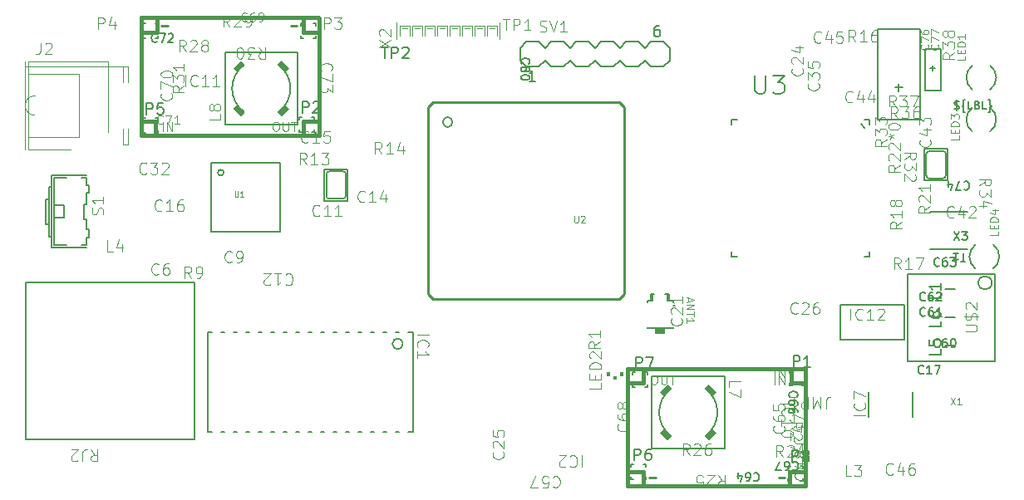
<source format=gbr>
%TF.GenerationSoftware,KiCad,Pcbnew,9.0.7*%
%TF.CreationDate,2026-01-09T15:07:01-08:00*%
%TF.ProjectId,W5500_LX9_AD9957_sramv2_gps,57353530-305f-44c5-9839-5f4144393935,rev?*%
%TF.SameCoordinates,Original*%
%TF.FileFunction,Legend,Top*%
%TF.FilePolarity,Positive*%
%FSLAX46Y46*%
G04 Gerber Fmt 4.6, Leading zero omitted, Abs format (unit mm)*
G04 Created by KiCad (PCBNEW 9.0.7) date 2026-01-09 15:07:01*
%MOMM*%
%LPD*%
G01*
G04 APERTURE LIST*
%ADD10C,0.081280*%
%ADD11C,0.406400*%
%ADD12C,0.254000*%
%ADD13C,0.048768*%
%ADD14C,0.123120*%
%ADD15C,0.187452*%
%ADD16C,0.114300*%
%ADD17C,0.127000*%
%ADD18C,0.101600*%
%ADD19C,0.119969*%
%ADD20C,0.093472*%
%ADD21C,0.182880*%
%ADD22C,0.142240*%
%ADD23C,0.122326*%
%ADD24C,0.149962*%
%ADD25C,0.087033*%
%ADD26C,0.097790*%
%ADD27C,0.152400*%
%ADD28C,0.000000*%
%ADD29C,0.100000*%
%ADD30C,0.203200*%
G04 APERTURE END LIST*
D10*
X175083394Y-117611396D02*
X175083394Y-116676676D01*
X175528499Y-117611396D02*
X175528499Y-116676676D01*
X175528499Y-116676676D02*
X176062625Y-117611396D01*
X176062625Y-117611396D02*
X176062625Y-116676676D01*
D11*
X178193600Y-128629850D02*
X160193600Y-128629850D01*
X178193600Y-116629850D02*
X160193600Y-116629850D01*
X160096100Y-116668600D02*
X160096100Y-127146100D01*
X160096100Y-127146100D02*
X160096100Y-128574850D01*
X178193600Y-128574850D02*
X178193600Y-118097350D01*
X178193600Y-118097350D02*
X178193600Y-116668600D01*
X178034850Y-127146100D02*
X176606100Y-127146100D01*
X176606100Y-127146100D02*
X176606100Y-128574850D01*
X161683600Y-128574850D02*
X161683600Y-127146100D01*
X161683600Y-127146100D02*
X160096100Y-127146100D01*
X160254850Y-118097350D02*
X161683600Y-118097350D01*
X161683600Y-118097350D02*
X161683600Y-116668600D01*
X178193600Y-118097350D02*
X176764850Y-118097350D01*
X176764850Y-118097350D02*
X176764850Y-116668600D01*
D12*
X162953600Y-127781100D02*
X162318600Y-127781100D01*
X176129850Y-127781100D02*
X175494850Y-127781100D01*
D10*
X175083394Y-118246396D02*
X175083394Y-117311676D01*
X175528499Y-118246396D02*
X175528499Y-117311676D01*
X175528499Y-117311676D02*
X176062625Y-118246396D01*
X176062625Y-118246396D02*
X176062625Y-117311676D01*
X162743893Y-117311676D02*
X162921935Y-117311676D01*
X162921935Y-117311676D02*
X163010956Y-117356186D01*
X163010956Y-117356186D02*
X163099977Y-117445207D01*
X163099977Y-117445207D02*
X163144487Y-117623249D01*
X163144487Y-117623249D02*
X163144487Y-117934823D01*
X163144487Y-117934823D02*
X163099977Y-118112865D01*
X163099977Y-118112865D02*
X163010956Y-118201886D01*
X163010956Y-118201886D02*
X162921935Y-118246396D01*
X162921935Y-118246396D02*
X162743893Y-118246396D01*
X162743893Y-118246396D02*
X162654872Y-118201886D01*
X162654872Y-118201886D02*
X162565851Y-118112865D01*
X162565851Y-118112865D02*
X162521340Y-117934823D01*
X162521340Y-117934823D02*
X162521340Y-117623249D01*
X162521340Y-117623249D02*
X162565851Y-117445207D01*
X162565851Y-117445207D02*
X162654872Y-117356186D01*
X162654872Y-117356186D02*
X162743893Y-117311676D01*
X163545081Y-117311676D02*
X163545081Y-118068354D01*
X163545081Y-118068354D02*
X163589591Y-118157375D01*
X163589591Y-118157375D02*
X163634102Y-118201886D01*
X163634102Y-118201886D02*
X163723123Y-118246396D01*
X163723123Y-118246396D02*
X163901165Y-118246396D01*
X163901165Y-118246396D02*
X163990186Y-118201886D01*
X163990186Y-118201886D02*
X164034696Y-118157375D01*
X164034696Y-118157375D02*
X164079207Y-118068354D01*
X164079207Y-118068354D02*
X164079207Y-117311676D01*
X164390779Y-117311676D02*
X164924905Y-117311676D01*
X164657842Y-118246396D02*
X164657842Y-117311676D01*
D11*
X110566100Y-80894850D02*
X128566100Y-80894850D01*
X110566100Y-92894850D02*
X128566100Y-92894850D01*
X128663600Y-92856100D02*
X128663600Y-82378600D01*
X128663600Y-82378600D02*
X128663600Y-80949850D01*
X110566100Y-80949850D02*
X110566100Y-91427350D01*
X110566100Y-91427350D02*
X110566100Y-92856100D01*
X110724850Y-82378600D02*
X112153600Y-82378600D01*
X112153600Y-82378600D02*
X112153600Y-80949850D01*
X127076100Y-80949850D02*
X127076100Y-82378600D01*
X127076100Y-82378600D02*
X128663600Y-82378600D01*
X128504850Y-91427350D02*
X127076100Y-91427350D01*
X127076100Y-91427350D02*
X127076100Y-92856100D01*
X110566100Y-91427350D02*
X111994850Y-91427350D01*
X111994850Y-91427350D02*
X111994850Y-92856100D01*
D12*
X125806100Y-81743600D02*
X126441100Y-81743600D01*
X112629850Y-81743600D02*
X113264850Y-81743600D01*
D10*
X112747125Y-92419981D02*
X112747125Y-91485261D01*
X113192230Y-92419981D02*
X113192230Y-91485261D01*
X113192230Y-91485261D02*
X113726356Y-92419981D01*
X113726356Y-92419981D02*
X113726356Y-91485261D01*
X124196417Y-91485261D02*
X124374459Y-91485261D01*
X124374459Y-91485261D02*
X124463480Y-91529771D01*
X124463480Y-91529771D02*
X124552501Y-91618792D01*
X124552501Y-91618792D02*
X124597011Y-91796834D01*
X124597011Y-91796834D02*
X124597011Y-92108408D01*
X124597011Y-92108408D02*
X124552501Y-92286450D01*
X124552501Y-92286450D02*
X124463480Y-92375471D01*
X124463480Y-92375471D02*
X124374459Y-92419981D01*
X124374459Y-92419981D02*
X124196417Y-92419981D01*
X124196417Y-92419981D02*
X124107396Y-92375471D01*
X124107396Y-92375471D02*
X124018375Y-92286450D01*
X124018375Y-92286450D02*
X123973864Y-92108408D01*
X123973864Y-92108408D02*
X123973864Y-91796834D01*
X123973864Y-91796834D02*
X124018375Y-91618792D01*
X124018375Y-91618792D02*
X124107396Y-91529771D01*
X124107396Y-91529771D02*
X124196417Y-91485261D01*
X124997605Y-91485261D02*
X124997605Y-92241939D01*
X124997605Y-92241939D02*
X125042115Y-92330960D01*
X125042115Y-92330960D02*
X125086626Y-92375471D01*
X125086626Y-92375471D02*
X125175647Y-92419981D01*
X125175647Y-92419981D02*
X125353689Y-92419981D01*
X125353689Y-92419981D02*
X125442710Y-92375471D01*
X125442710Y-92375471D02*
X125487220Y-92330960D01*
X125487220Y-92330960D02*
X125531731Y-92241939D01*
X125531731Y-92241939D02*
X125531731Y-91485261D01*
X125843303Y-91485261D02*
X126377429Y-91485261D01*
X126110366Y-92419981D02*
X126110366Y-91485261D01*
D13*
X120097965Y-98574097D02*
X120097965Y-99028104D01*
X120097965Y-99028104D02*
X120124671Y-99081516D01*
X120124671Y-99081516D02*
X120151378Y-99108223D01*
X120151378Y-99108223D02*
X120204790Y-99134929D01*
X120204790Y-99134929D02*
X120311615Y-99134929D01*
X120311615Y-99134929D02*
X120365028Y-99108223D01*
X120365028Y-99108223D02*
X120391734Y-99081516D01*
X120391734Y-99081516D02*
X120418440Y-99028104D01*
X120418440Y-99028104D02*
X120418440Y-98574097D01*
X120979272Y-99134929D02*
X120658797Y-99134929D01*
X120819034Y-99134929D02*
X120819034Y-98574097D01*
X120819034Y-98574097D02*
X120765622Y-98654216D01*
X120765622Y-98654216D02*
X120712209Y-98707628D01*
X120712209Y-98707628D02*
X120658797Y-98734335D01*
D14*
X154687011Y-101091230D02*
X154687011Y-101639180D01*
X154687011Y-101639180D02*
X154719244Y-101703645D01*
X154719244Y-101703645D02*
X154751476Y-101735878D01*
X154751476Y-101735878D02*
X154815941Y-101768110D01*
X154815941Y-101768110D02*
X154944870Y-101768110D01*
X154944870Y-101768110D02*
X155009335Y-101735878D01*
X155009335Y-101735878D02*
X155041568Y-101703645D01*
X155041568Y-101703645D02*
X155073800Y-101639180D01*
X155073800Y-101639180D02*
X155073800Y-101091230D01*
X155363891Y-101155695D02*
X155396123Y-101123462D01*
X155396123Y-101123462D02*
X155460588Y-101091230D01*
X155460588Y-101091230D02*
X155621750Y-101091230D01*
X155621750Y-101091230D02*
X155686215Y-101123462D01*
X155686215Y-101123462D02*
X155718447Y-101155695D01*
X155718447Y-101155695D02*
X155750680Y-101220159D01*
X155750680Y-101220159D02*
X155750680Y-101284624D01*
X155750680Y-101284624D02*
X155718447Y-101381321D01*
X155718447Y-101381321D02*
X155331659Y-101768110D01*
X155331659Y-101768110D02*
X155750680Y-101768110D01*
D15*
X173091296Y-86750299D02*
X173091296Y-88284629D01*
X173091296Y-88284629D02*
X173181551Y-88465138D01*
X173181551Y-88465138D02*
X173271805Y-88555393D01*
X173271805Y-88555393D02*
X173452315Y-88645647D01*
X173452315Y-88645647D02*
X173813333Y-88645647D01*
X173813333Y-88645647D02*
X173993843Y-88555393D01*
X173993843Y-88555393D02*
X174084097Y-88465138D01*
X174084097Y-88465138D02*
X174174352Y-88284629D01*
X174174352Y-88284629D02*
X174174352Y-86750299D01*
X174896390Y-86750299D02*
X176069700Y-86750299D01*
X176069700Y-86750299D02*
X175437918Y-87472337D01*
X175437918Y-87472337D02*
X175708682Y-87472337D01*
X175708682Y-87472337D02*
X175889191Y-87562591D01*
X175889191Y-87562591D02*
X175979446Y-87652846D01*
X175979446Y-87652846D02*
X176069700Y-87833355D01*
X176069700Y-87833355D02*
X176069700Y-88284629D01*
X176069700Y-88284629D02*
X175979446Y-88465138D01*
X175979446Y-88465138D02*
X175889191Y-88555393D01*
X175889191Y-88555393D02*
X175708682Y-88645647D01*
X175708682Y-88645647D02*
X175167154Y-88645647D01*
X175167154Y-88645647D02*
X174986644Y-88555393D01*
X174986644Y-88555393D02*
X174896390Y-88465138D01*
D16*
X151183930Y-82271437D02*
X151349030Y-82326470D01*
X151349030Y-82326470D02*
X151624197Y-82326470D01*
X151624197Y-82326470D02*
X151734263Y-82271437D01*
X151734263Y-82271437D02*
X151789297Y-82216403D01*
X151789297Y-82216403D02*
X151844330Y-82106337D01*
X151844330Y-82106337D02*
X151844330Y-81996270D01*
X151844330Y-81996270D02*
X151789297Y-81886203D01*
X151789297Y-81886203D02*
X151734263Y-81831170D01*
X151734263Y-81831170D02*
X151624197Y-81776137D01*
X151624197Y-81776137D02*
X151404063Y-81721103D01*
X151404063Y-81721103D02*
X151293997Y-81666070D01*
X151293997Y-81666070D02*
X151238963Y-81611037D01*
X151238963Y-81611037D02*
X151183930Y-81500970D01*
X151183930Y-81500970D02*
X151183930Y-81390903D01*
X151183930Y-81390903D02*
X151238963Y-81280837D01*
X151238963Y-81280837D02*
X151293997Y-81225803D01*
X151293997Y-81225803D02*
X151404063Y-81170770D01*
X151404063Y-81170770D02*
X151679230Y-81170770D01*
X151679230Y-81170770D02*
X151844330Y-81225803D01*
X152174530Y-81170770D02*
X152559764Y-82326470D01*
X152559764Y-82326470D02*
X152944997Y-81170770D01*
X153935597Y-82326470D02*
X153275197Y-82326470D01*
X153605397Y-82326470D02*
X153605397Y-81170770D01*
X153605397Y-81170770D02*
X153495330Y-81335870D01*
X153495330Y-81335870D02*
X153385264Y-81445937D01*
X153385264Y-81445937D02*
X153275197Y-81500970D01*
D17*
X163322902Y-81660614D02*
X163105187Y-81660614D01*
X163105187Y-81660614D02*
X162996330Y-81715043D01*
X162996330Y-81715043D02*
X162941902Y-81769471D01*
X162941902Y-81769471D02*
X162833044Y-81932757D01*
X162833044Y-81932757D02*
X162778616Y-82150471D01*
X162778616Y-82150471D02*
X162778616Y-82585900D01*
X162778616Y-82585900D02*
X162833044Y-82694757D01*
X162833044Y-82694757D02*
X162887473Y-82749186D01*
X162887473Y-82749186D02*
X162996330Y-82803614D01*
X162996330Y-82803614D02*
X163214044Y-82803614D01*
X163214044Y-82803614D02*
X163322902Y-82749186D01*
X163322902Y-82749186D02*
X163377330Y-82694757D01*
X163377330Y-82694757D02*
X163431759Y-82585900D01*
X163431759Y-82585900D02*
X163431759Y-82313757D01*
X163431759Y-82313757D02*
X163377330Y-82204900D01*
X163377330Y-82204900D02*
X163322902Y-82150471D01*
X163322902Y-82150471D02*
X163214044Y-82096043D01*
X163214044Y-82096043D02*
X162996330Y-82096043D01*
X162996330Y-82096043D02*
X162887473Y-82150471D01*
X162887473Y-82150471D02*
X162833044Y-82204900D01*
X162833044Y-82204900D02*
X162778616Y-82313757D01*
X150731759Y-87375614D02*
X150078616Y-87375614D01*
X150405187Y-87375614D02*
X150405187Y-86232614D01*
X150405187Y-86232614D02*
X150296330Y-86395900D01*
X150296330Y-86395900D02*
X150187473Y-86504757D01*
X150187473Y-86504757D02*
X150078616Y-86559186D01*
D18*
X157282826Y-113909660D02*
X156726445Y-114299127D01*
X157282826Y-114577317D02*
X156114426Y-114577317D01*
X156114426Y-114577317D02*
X156114426Y-114132212D01*
X156114426Y-114132212D02*
X156170064Y-114020936D01*
X156170064Y-114020936D02*
X156225702Y-113965298D01*
X156225702Y-113965298D02*
X156336978Y-113909660D01*
X156336978Y-113909660D02*
X156503892Y-113909660D01*
X156503892Y-113909660D02*
X156615168Y-113965298D01*
X156615168Y-113965298D02*
X156670807Y-114020936D01*
X156670807Y-114020936D02*
X156726445Y-114132212D01*
X156726445Y-114132212D02*
X156726445Y-114577317D01*
X157282826Y-112796898D02*
X157282826Y-113464555D01*
X157282826Y-113130727D02*
X156114426Y-113130727D01*
X156114426Y-113130727D02*
X156281340Y-113242003D01*
X156281340Y-113242003D02*
X156392616Y-113353279D01*
X156392616Y-113353279D02*
X156448254Y-113464555D01*
D19*
X193008251Y-119631240D02*
X193470139Y-120324071D01*
X193470139Y-119631240D02*
X193008251Y-120324071D01*
X194096986Y-120324071D02*
X193701082Y-120324071D01*
X193899034Y-120324071D02*
X193899034Y-119631240D01*
X193899034Y-119631240D02*
X193833050Y-119730216D01*
X193833050Y-119730216D02*
X193767066Y-119796200D01*
X193767066Y-119796200D02*
X193701082Y-119829192D01*
D18*
X155464817Y-125516373D02*
X155464817Y-126684773D01*
X154240779Y-125627650D02*
X154296417Y-125572012D01*
X154296417Y-125572012D02*
X154463331Y-125516373D01*
X154463331Y-125516373D02*
X154574607Y-125516373D01*
X154574607Y-125516373D02*
X154741522Y-125572012D01*
X154741522Y-125572012D02*
X154852798Y-125683288D01*
X154852798Y-125683288D02*
X154908436Y-125794564D01*
X154908436Y-125794564D02*
X154964074Y-126017116D01*
X154964074Y-126017116D02*
X154964074Y-126184031D01*
X154964074Y-126184031D02*
X154908436Y-126406583D01*
X154908436Y-126406583D02*
X154852798Y-126517859D01*
X154852798Y-126517859D02*
X154741522Y-126629135D01*
X154741522Y-126629135D02*
X154574607Y-126684773D01*
X154574607Y-126684773D02*
X154463331Y-126684773D01*
X154463331Y-126684773D02*
X154296417Y-126629135D01*
X154296417Y-126629135D02*
X154240779Y-126573497D01*
X153795674Y-126573497D02*
X153740036Y-126629135D01*
X153740036Y-126629135D02*
X153628760Y-126684773D01*
X153628760Y-126684773D02*
X153350569Y-126684773D01*
X153350569Y-126684773D02*
X153239293Y-126629135D01*
X153239293Y-126629135D02*
X153183655Y-126573497D01*
X153183655Y-126573497D02*
X153128017Y-126462221D01*
X153128017Y-126462221D02*
X153128017Y-126350945D01*
X153128017Y-126350945D02*
X153183655Y-126184031D01*
X153183655Y-126184031D02*
X153851312Y-125516373D01*
X153851312Y-125516373D02*
X153128017Y-125516373D01*
D20*
X115668752Y-107418792D02*
X115276576Y-106858540D01*
X114996450Y-107418792D02*
X114996450Y-106242264D01*
X114996450Y-106242264D02*
X115444651Y-106242264D01*
X115444651Y-106242264D02*
X115556702Y-106298289D01*
X115556702Y-106298289D02*
X115612727Y-106354314D01*
X115612727Y-106354314D02*
X115668752Y-106466364D01*
X115668752Y-106466364D02*
X115668752Y-106634440D01*
X115668752Y-106634440D02*
X115612727Y-106746490D01*
X115612727Y-106746490D02*
X115556702Y-106802515D01*
X115556702Y-106802515D02*
X115444651Y-106858540D01*
X115444651Y-106858540D02*
X114996450Y-106858540D01*
X116229003Y-107418792D02*
X116453104Y-107418792D01*
X116453104Y-107418792D02*
X116565154Y-107362767D01*
X116565154Y-107362767D02*
X116621179Y-107306741D01*
X116621179Y-107306741D02*
X116733230Y-107138666D01*
X116733230Y-107138666D02*
X116789255Y-106914565D01*
X116789255Y-106914565D02*
X116789255Y-106466364D01*
X116789255Y-106466364D02*
X116733230Y-106354314D01*
X116733230Y-106354314D02*
X116677205Y-106298289D01*
X116677205Y-106298289D02*
X116565154Y-106242264D01*
X116565154Y-106242264D02*
X116341054Y-106242264D01*
X116341054Y-106242264D02*
X116229003Y-106298289D01*
X116229003Y-106298289D02*
X116172978Y-106354314D01*
X116172978Y-106354314D02*
X116116953Y-106466364D01*
X116116953Y-106466364D02*
X116116953Y-106746490D01*
X116116953Y-106746490D02*
X116172978Y-106858540D01*
X116172978Y-106858540D02*
X116229003Y-106914565D01*
X116229003Y-106914565D02*
X116341054Y-106970591D01*
X116341054Y-106970591D02*
X116565154Y-106970591D01*
X116565154Y-106970591D02*
X116677205Y-106914565D01*
X116677205Y-106914565D02*
X116733230Y-106858540D01*
X116733230Y-106858540D02*
X116789255Y-106746490D01*
X112335002Y-106989241D02*
X112278977Y-107045267D01*
X112278977Y-107045267D02*
X112110901Y-107101292D01*
X112110901Y-107101292D02*
X111998851Y-107101292D01*
X111998851Y-107101292D02*
X111830776Y-107045267D01*
X111830776Y-107045267D02*
X111718725Y-106933216D01*
X111718725Y-106933216D02*
X111662700Y-106821166D01*
X111662700Y-106821166D02*
X111606675Y-106597065D01*
X111606675Y-106597065D02*
X111606675Y-106428990D01*
X111606675Y-106428990D02*
X111662700Y-106204889D01*
X111662700Y-106204889D02*
X111718725Y-106092839D01*
X111718725Y-106092839D02*
X111830776Y-105980789D01*
X111830776Y-105980789D02*
X111998851Y-105924764D01*
X111998851Y-105924764D02*
X112110901Y-105924764D01*
X112110901Y-105924764D02*
X112278977Y-105980789D01*
X112278977Y-105980789D02*
X112335002Y-106036814D01*
X113343455Y-105924764D02*
X113119354Y-105924764D01*
X113119354Y-105924764D02*
X113007304Y-105980789D01*
X113007304Y-105980789D02*
X112951279Y-106036814D01*
X112951279Y-106036814D02*
X112839228Y-106204889D01*
X112839228Y-106204889D02*
X112783203Y-106428990D01*
X112783203Y-106428990D02*
X112783203Y-106877191D01*
X112783203Y-106877191D02*
X112839228Y-106989241D01*
X112839228Y-106989241D02*
X112895253Y-107045267D01*
X112895253Y-107045267D02*
X113007304Y-107101292D01*
X113007304Y-107101292D02*
X113231404Y-107101292D01*
X113231404Y-107101292D02*
X113343455Y-107045267D01*
X113343455Y-107045267D02*
X113399480Y-106989241D01*
X113399480Y-106989241D02*
X113455505Y-106877191D01*
X113455505Y-106877191D02*
X113455505Y-106597065D01*
X113455505Y-106597065D02*
X113399480Y-106485015D01*
X113399480Y-106485015D02*
X113343455Y-106428990D01*
X113343455Y-106428990D02*
X113231404Y-106372965D01*
X113231404Y-106372965D02*
X113007304Y-106372965D01*
X113007304Y-106372965D02*
X112895253Y-106428990D01*
X112895253Y-106428990D02*
X112839228Y-106485015D01*
X112839228Y-106485015D02*
X112783203Y-106597065D01*
D18*
X128723789Y-101010299D02*
X128668151Y-101065938D01*
X128668151Y-101065938D02*
X128501237Y-101121576D01*
X128501237Y-101121576D02*
X128389961Y-101121576D01*
X128389961Y-101121576D02*
X128223046Y-101065938D01*
X128223046Y-101065938D02*
X128111770Y-100954661D01*
X128111770Y-100954661D02*
X128056132Y-100843385D01*
X128056132Y-100843385D02*
X128000494Y-100620833D01*
X128000494Y-100620833D02*
X128000494Y-100453918D01*
X128000494Y-100453918D02*
X128056132Y-100231366D01*
X128056132Y-100231366D02*
X128111770Y-100120090D01*
X128111770Y-100120090D02*
X128223046Y-100008814D01*
X128223046Y-100008814D02*
X128389961Y-99953176D01*
X128389961Y-99953176D02*
X128501237Y-99953176D01*
X128501237Y-99953176D02*
X128668151Y-100008814D01*
X128668151Y-100008814D02*
X128723789Y-100064452D01*
X129836551Y-101121576D02*
X129168894Y-101121576D01*
X129502722Y-101121576D02*
X129502722Y-99953176D01*
X129502722Y-99953176D02*
X129391446Y-100120090D01*
X129391446Y-100120090D02*
X129280170Y-100231366D01*
X129280170Y-100231366D02*
X129168894Y-100287004D01*
X130949313Y-101121576D02*
X130281656Y-101121576D01*
X130615484Y-101121576D02*
X130615484Y-99953176D01*
X130615484Y-99953176D02*
X130504208Y-100120090D01*
X130504208Y-100120090D02*
X130392932Y-100231366D01*
X130392932Y-100231366D02*
X130281656Y-100287004D01*
X125269660Y-107085650D02*
X125325298Y-107030012D01*
X125325298Y-107030012D02*
X125492212Y-106974373D01*
X125492212Y-106974373D02*
X125603488Y-106974373D01*
X125603488Y-106974373D02*
X125770403Y-107030012D01*
X125770403Y-107030012D02*
X125881679Y-107141288D01*
X125881679Y-107141288D02*
X125937317Y-107252564D01*
X125937317Y-107252564D02*
X125992955Y-107475116D01*
X125992955Y-107475116D02*
X125992955Y-107642031D01*
X125992955Y-107642031D02*
X125937317Y-107864583D01*
X125937317Y-107864583D02*
X125881679Y-107975859D01*
X125881679Y-107975859D02*
X125770403Y-108087135D01*
X125770403Y-108087135D02*
X125603488Y-108142773D01*
X125603488Y-108142773D02*
X125492212Y-108142773D01*
X125492212Y-108142773D02*
X125325298Y-108087135D01*
X125325298Y-108087135D02*
X125269660Y-108031497D01*
X124156898Y-106974373D02*
X124824555Y-106974373D01*
X124490727Y-106974373D02*
X124490727Y-108142773D01*
X124490727Y-108142773D02*
X124602003Y-107975859D01*
X124602003Y-107975859D02*
X124713279Y-107864583D01*
X124713279Y-107864583D02*
X124824555Y-107808945D01*
X123711793Y-108031497D02*
X123656155Y-108087135D01*
X123656155Y-108087135D02*
X123544879Y-108142773D01*
X123544879Y-108142773D02*
X123266688Y-108142773D01*
X123266688Y-108142773D02*
X123155412Y-108087135D01*
X123155412Y-108087135D02*
X123099774Y-108031497D01*
X123099774Y-108031497D02*
X123044136Y-107920221D01*
X123044136Y-107920221D02*
X123044136Y-107808945D01*
X123044136Y-107808945D02*
X123099774Y-107642031D01*
X123099774Y-107642031D02*
X123767431Y-106974373D01*
X123767431Y-106974373D02*
X123044136Y-106974373D01*
D20*
X127406999Y-95830042D02*
X127014823Y-95269790D01*
X126734697Y-95830042D02*
X126734697Y-94653514D01*
X126734697Y-94653514D02*
X127182898Y-94653514D01*
X127182898Y-94653514D02*
X127294949Y-94709539D01*
X127294949Y-94709539D02*
X127350974Y-94765564D01*
X127350974Y-94765564D02*
X127406999Y-94877614D01*
X127406999Y-94877614D02*
X127406999Y-95045690D01*
X127406999Y-95045690D02*
X127350974Y-95157740D01*
X127350974Y-95157740D02*
X127294949Y-95213765D01*
X127294949Y-95213765D02*
X127182898Y-95269790D01*
X127182898Y-95269790D02*
X126734697Y-95269790D01*
X128527502Y-95830042D02*
X127855200Y-95830042D01*
X128191351Y-95830042D02*
X128191351Y-94653514D01*
X128191351Y-94653514D02*
X128079301Y-94821589D01*
X128079301Y-94821589D02*
X127967250Y-94933639D01*
X127967250Y-94933639D02*
X127855200Y-94989665D01*
X128919678Y-94653514D02*
X129648005Y-94653514D01*
X129648005Y-94653514D02*
X129255829Y-95101715D01*
X129255829Y-95101715D02*
X129423904Y-95101715D01*
X129423904Y-95101715D02*
X129535955Y-95157740D01*
X129535955Y-95157740D02*
X129591980Y-95213765D01*
X129591980Y-95213765D02*
X129648005Y-95325815D01*
X129648005Y-95325815D02*
X129648005Y-95605941D01*
X129648005Y-95605941D02*
X129591980Y-95717991D01*
X129591980Y-95717991D02*
X129535955Y-95774017D01*
X129535955Y-95774017D02*
X129423904Y-95830042D01*
X129423904Y-95830042D02*
X129087753Y-95830042D01*
X129087753Y-95830042D02*
X128975703Y-95774017D01*
X128975703Y-95774017D02*
X128919678Y-95717991D01*
X133328771Y-99580204D02*
X133272746Y-99636230D01*
X133272746Y-99636230D02*
X133104670Y-99692255D01*
X133104670Y-99692255D02*
X132992620Y-99692255D01*
X132992620Y-99692255D02*
X132824545Y-99636230D01*
X132824545Y-99636230D02*
X132712494Y-99524179D01*
X132712494Y-99524179D02*
X132656469Y-99412129D01*
X132656469Y-99412129D02*
X132600444Y-99188028D01*
X132600444Y-99188028D02*
X132600444Y-99019953D01*
X132600444Y-99019953D02*
X132656469Y-98795852D01*
X132656469Y-98795852D02*
X132712494Y-98683802D01*
X132712494Y-98683802D02*
X132824545Y-98571752D01*
X132824545Y-98571752D02*
X132992620Y-98515727D01*
X132992620Y-98515727D02*
X133104670Y-98515727D01*
X133104670Y-98515727D02*
X133272746Y-98571752D01*
X133272746Y-98571752D02*
X133328771Y-98627777D01*
X134449274Y-99692255D02*
X133776972Y-99692255D01*
X134113123Y-99692255D02*
X134113123Y-98515727D01*
X134113123Y-98515727D02*
X134001073Y-98683802D01*
X134001073Y-98683802D02*
X133889022Y-98795852D01*
X133889022Y-98795852D02*
X133776972Y-98851878D01*
X135457727Y-98907903D02*
X135457727Y-99692255D01*
X135177601Y-98459702D02*
X134897475Y-99300079D01*
X134897475Y-99300079D02*
X135625802Y-99300079D01*
X127565749Y-93495491D02*
X127509724Y-93551517D01*
X127509724Y-93551517D02*
X127341648Y-93607542D01*
X127341648Y-93607542D02*
X127229598Y-93607542D01*
X127229598Y-93607542D02*
X127061523Y-93551517D01*
X127061523Y-93551517D02*
X126949472Y-93439466D01*
X126949472Y-93439466D02*
X126893447Y-93327416D01*
X126893447Y-93327416D02*
X126837422Y-93103315D01*
X126837422Y-93103315D02*
X126837422Y-92935240D01*
X126837422Y-92935240D02*
X126893447Y-92711139D01*
X126893447Y-92711139D02*
X126949472Y-92599089D01*
X126949472Y-92599089D02*
X127061523Y-92487039D01*
X127061523Y-92487039D02*
X127229598Y-92431014D01*
X127229598Y-92431014D02*
X127341648Y-92431014D01*
X127341648Y-92431014D02*
X127509724Y-92487039D01*
X127509724Y-92487039D02*
X127565749Y-92543064D01*
X128686252Y-93607542D02*
X128013950Y-93607542D01*
X128350101Y-93607542D02*
X128350101Y-92431014D01*
X128350101Y-92431014D02*
X128238051Y-92599089D01*
X128238051Y-92599089D02*
X128126000Y-92711139D01*
X128126000Y-92711139D02*
X128013950Y-92767165D01*
X129750730Y-92431014D02*
X129190478Y-92431014D01*
X129190478Y-92431014D02*
X129134453Y-92991265D01*
X129134453Y-92991265D02*
X129190478Y-92935240D01*
X129190478Y-92935240D02*
X129302529Y-92879215D01*
X129302529Y-92879215D02*
X129582654Y-92879215D01*
X129582654Y-92879215D02*
X129694705Y-92935240D01*
X129694705Y-92935240D02*
X129750730Y-92991265D01*
X129750730Y-92991265D02*
X129806755Y-93103315D01*
X129806755Y-93103315D02*
X129806755Y-93383441D01*
X129806755Y-93383441D02*
X129750730Y-93495491D01*
X129750730Y-93495491D02*
X129694705Y-93551517D01*
X129694705Y-93551517D02*
X129582654Y-93607542D01*
X129582654Y-93607542D02*
X129302529Y-93607542D01*
X129302529Y-93607542D02*
X129190478Y-93551517D01*
X129190478Y-93551517D02*
X129134453Y-93495491D01*
D18*
X119788789Y-105725299D02*
X119733151Y-105780938D01*
X119733151Y-105780938D02*
X119566237Y-105836576D01*
X119566237Y-105836576D02*
X119454961Y-105836576D01*
X119454961Y-105836576D02*
X119288046Y-105780938D01*
X119288046Y-105780938D02*
X119176770Y-105669661D01*
X119176770Y-105669661D02*
X119121132Y-105558385D01*
X119121132Y-105558385D02*
X119065494Y-105335833D01*
X119065494Y-105335833D02*
X119065494Y-105168918D01*
X119065494Y-105168918D02*
X119121132Y-104946366D01*
X119121132Y-104946366D02*
X119176770Y-104835090D01*
X119176770Y-104835090D02*
X119288046Y-104723814D01*
X119288046Y-104723814D02*
X119454961Y-104668176D01*
X119454961Y-104668176D02*
X119566237Y-104668176D01*
X119566237Y-104668176D02*
X119733151Y-104723814D01*
X119733151Y-104723814D02*
X119788789Y-104779452D01*
X120345170Y-105836576D02*
X120567722Y-105836576D01*
X120567722Y-105836576D02*
X120678999Y-105780938D01*
X120678999Y-105780938D02*
X120734637Y-105725299D01*
X120734637Y-105725299D02*
X120845913Y-105558385D01*
X120845913Y-105558385D02*
X120901551Y-105335833D01*
X120901551Y-105335833D02*
X120901551Y-104890728D01*
X120901551Y-104890728D02*
X120845913Y-104779452D01*
X120845913Y-104779452D02*
X120790275Y-104723814D01*
X120790275Y-104723814D02*
X120678999Y-104668176D01*
X120678999Y-104668176D02*
X120456446Y-104668176D01*
X120456446Y-104668176D02*
X120345170Y-104723814D01*
X120345170Y-104723814D02*
X120289532Y-104779452D01*
X120289532Y-104779452D02*
X120233894Y-104890728D01*
X120233894Y-104890728D02*
X120233894Y-105168918D01*
X120233894Y-105168918D02*
X120289532Y-105280195D01*
X120289532Y-105280195D02*
X120345170Y-105335833D01*
X120345170Y-105335833D02*
X120456446Y-105391471D01*
X120456446Y-105391471D02*
X120678999Y-105391471D01*
X120678999Y-105391471D02*
X120790275Y-105335833D01*
X120790275Y-105335833D02*
X120845913Y-105280195D01*
X120845913Y-105280195D02*
X120901551Y-105168918D01*
D20*
X112646271Y-100485204D02*
X112590246Y-100541230D01*
X112590246Y-100541230D02*
X112422170Y-100597255D01*
X112422170Y-100597255D02*
X112310120Y-100597255D01*
X112310120Y-100597255D02*
X112142045Y-100541230D01*
X112142045Y-100541230D02*
X112029994Y-100429179D01*
X112029994Y-100429179D02*
X111973969Y-100317129D01*
X111973969Y-100317129D02*
X111917944Y-100093028D01*
X111917944Y-100093028D02*
X111917944Y-99924953D01*
X111917944Y-99924953D02*
X111973969Y-99700852D01*
X111973969Y-99700852D02*
X112029994Y-99588802D01*
X112029994Y-99588802D02*
X112142045Y-99476752D01*
X112142045Y-99476752D02*
X112310120Y-99420727D01*
X112310120Y-99420727D02*
X112422170Y-99420727D01*
X112422170Y-99420727D02*
X112590246Y-99476752D01*
X112590246Y-99476752D02*
X112646271Y-99532777D01*
X113766774Y-100597255D02*
X113094472Y-100597255D01*
X113430623Y-100597255D02*
X113430623Y-99420727D01*
X113430623Y-99420727D02*
X113318573Y-99588802D01*
X113318573Y-99588802D02*
X113206522Y-99700852D01*
X113206522Y-99700852D02*
X113094472Y-99756878D01*
X114775227Y-99420727D02*
X114551126Y-99420727D01*
X114551126Y-99420727D02*
X114439076Y-99476752D01*
X114439076Y-99476752D02*
X114383051Y-99532777D01*
X114383051Y-99532777D02*
X114271000Y-99700852D01*
X114271000Y-99700852D02*
X114214975Y-99924953D01*
X114214975Y-99924953D02*
X114214975Y-100373154D01*
X114214975Y-100373154D02*
X114271000Y-100485204D01*
X114271000Y-100485204D02*
X114327025Y-100541230D01*
X114327025Y-100541230D02*
X114439076Y-100597255D01*
X114439076Y-100597255D02*
X114663176Y-100597255D01*
X114663176Y-100597255D02*
X114775227Y-100541230D01*
X114775227Y-100541230D02*
X114831252Y-100485204D01*
X114831252Y-100485204D02*
X114887277Y-100373154D01*
X114887277Y-100373154D02*
X114887277Y-100093028D01*
X114887277Y-100093028D02*
X114831252Y-99980978D01*
X114831252Y-99980978D02*
X114775227Y-99924953D01*
X114775227Y-99924953D02*
X114663176Y-99868928D01*
X114663176Y-99868928D02*
X114439076Y-99868928D01*
X114439076Y-99868928D02*
X114327025Y-99924953D01*
X114327025Y-99924953D02*
X114271000Y-99980978D01*
X114271000Y-99980978D02*
X114214975Y-100093028D01*
D18*
X165551549Y-111528410D02*
X165607188Y-111584048D01*
X165607188Y-111584048D02*
X165662826Y-111750962D01*
X165662826Y-111750962D02*
X165662826Y-111862238D01*
X165662826Y-111862238D02*
X165607188Y-112029153D01*
X165607188Y-112029153D02*
X165495911Y-112140429D01*
X165495911Y-112140429D02*
X165384635Y-112196067D01*
X165384635Y-112196067D02*
X165162083Y-112251705D01*
X165162083Y-112251705D02*
X164995168Y-112251705D01*
X164995168Y-112251705D02*
X164772616Y-112196067D01*
X164772616Y-112196067D02*
X164661340Y-112140429D01*
X164661340Y-112140429D02*
X164550064Y-112029153D01*
X164550064Y-112029153D02*
X164494426Y-111862238D01*
X164494426Y-111862238D02*
X164494426Y-111750962D01*
X164494426Y-111750962D02*
X164550064Y-111584048D01*
X164550064Y-111584048D02*
X164605702Y-111528410D01*
X164605702Y-111083305D02*
X164550064Y-111027667D01*
X164550064Y-111027667D02*
X164494426Y-110916391D01*
X164494426Y-110916391D02*
X164494426Y-110638200D01*
X164494426Y-110638200D02*
X164550064Y-110526924D01*
X164550064Y-110526924D02*
X164605702Y-110471286D01*
X164605702Y-110471286D02*
X164716978Y-110415648D01*
X164716978Y-110415648D02*
X164828254Y-110415648D01*
X164828254Y-110415648D02*
X164995168Y-110471286D01*
X164995168Y-110471286D02*
X165662826Y-111138943D01*
X165662826Y-111138943D02*
X165662826Y-110415648D01*
X165662826Y-109302886D02*
X165662826Y-109970543D01*
X165662826Y-109636715D02*
X164494426Y-109636715D01*
X164494426Y-109636715D02*
X164661340Y-109747991D01*
X164661340Y-109747991D02*
X164772616Y-109859267D01*
X164772616Y-109859267D02*
X164828254Y-109970543D01*
D20*
X177885204Y-86013428D02*
X177941230Y-86069453D01*
X177941230Y-86069453D02*
X177997255Y-86237529D01*
X177997255Y-86237529D02*
X177997255Y-86349579D01*
X177997255Y-86349579D02*
X177941230Y-86517654D01*
X177941230Y-86517654D02*
X177829179Y-86629705D01*
X177829179Y-86629705D02*
X177717129Y-86685730D01*
X177717129Y-86685730D02*
X177493028Y-86741755D01*
X177493028Y-86741755D02*
X177324953Y-86741755D01*
X177324953Y-86741755D02*
X177100852Y-86685730D01*
X177100852Y-86685730D02*
X176988802Y-86629705D01*
X176988802Y-86629705D02*
X176876752Y-86517654D01*
X176876752Y-86517654D02*
X176820727Y-86349579D01*
X176820727Y-86349579D02*
X176820727Y-86237529D01*
X176820727Y-86237529D02*
X176876752Y-86069453D01*
X176876752Y-86069453D02*
X176932777Y-86013428D01*
X176932777Y-85565227D02*
X176876752Y-85509202D01*
X176876752Y-85509202D02*
X176820727Y-85397152D01*
X176820727Y-85397152D02*
X176820727Y-85117026D01*
X176820727Y-85117026D02*
X176876752Y-85004976D01*
X176876752Y-85004976D02*
X176932777Y-84948950D01*
X176932777Y-84948950D02*
X177044827Y-84892925D01*
X177044827Y-84892925D02*
X177156878Y-84892925D01*
X177156878Y-84892925D02*
X177324953Y-84948950D01*
X177324953Y-84948950D02*
X177997255Y-85621252D01*
X177997255Y-85621252D02*
X177997255Y-84892925D01*
X177212903Y-83884473D02*
X177997255Y-83884473D01*
X176764702Y-84164598D02*
X177605079Y-84444724D01*
X177605079Y-84444724D02*
X177605079Y-83716397D01*
D18*
X147406549Y-125146535D02*
X147462188Y-125202173D01*
X147462188Y-125202173D02*
X147517826Y-125369087D01*
X147517826Y-125369087D02*
X147517826Y-125480363D01*
X147517826Y-125480363D02*
X147462188Y-125647278D01*
X147462188Y-125647278D02*
X147350911Y-125758554D01*
X147350911Y-125758554D02*
X147239635Y-125814192D01*
X147239635Y-125814192D02*
X147017083Y-125869830D01*
X147017083Y-125869830D02*
X146850168Y-125869830D01*
X146850168Y-125869830D02*
X146627616Y-125814192D01*
X146627616Y-125814192D02*
X146516340Y-125758554D01*
X146516340Y-125758554D02*
X146405064Y-125647278D01*
X146405064Y-125647278D02*
X146349426Y-125480363D01*
X146349426Y-125480363D02*
X146349426Y-125369087D01*
X146349426Y-125369087D02*
X146405064Y-125202173D01*
X146405064Y-125202173D02*
X146460702Y-125146535D01*
X146460702Y-124701430D02*
X146405064Y-124645792D01*
X146405064Y-124645792D02*
X146349426Y-124534516D01*
X146349426Y-124534516D02*
X146349426Y-124256325D01*
X146349426Y-124256325D02*
X146405064Y-124145049D01*
X146405064Y-124145049D02*
X146460702Y-124089411D01*
X146460702Y-124089411D02*
X146571978Y-124033773D01*
X146571978Y-124033773D02*
X146683254Y-124033773D01*
X146683254Y-124033773D02*
X146850168Y-124089411D01*
X146850168Y-124089411D02*
X147517826Y-124757068D01*
X147517826Y-124757068D02*
X147517826Y-124033773D01*
X146349426Y-122976649D02*
X146349426Y-123533030D01*
X146349426Y-123533030D02*
X146905807Y-123588668D01*
X146905807Y-123588668D02*
X146850168Y-123533030D01*
X146850168Y-123533030D02*
X146794530Y-123421754D01*
X146794530Y-123421754D02*
X146794530Y-123143563D01*
X146794530Y-123143563D02*
X146850168Y-123032287D01*
X146850168Y-123032287D02*
X146905807Y-122976649D01*
X146905807Y-122976649D02*
X147017083Y-122921011D01*
X147017083Y-122921011D02*
X147295273Y-122921011D01*
X147295273Y-122921011D02*
X147406549Y-122976649D01*
X147406549Y-122976649D02*
X147462188Y-123032287D01*
X147462188Y-123032287D02*
X147517826Y-123143563D01*
X147517826Y-123143563D02*
X147517826Y-123421754D01*
X147517826Y-123421754D02*
X147462188Y-123533030D01*
X147462188Y-123533030D02*
X147406549Y-123588668D01*
X177415039Y-110964049D02*
X177359401Y-111019688D01*
X177359401Y-111019688D02*
X177192487Y-111075326D01*
X177192487Y-111075326D02*
X177081211Y-111075326D01*
X177081211Y-111075326D02*
X176914296Y-111019688D01*
X176914296Y-111019688D02*
X176803020Y-110908411D01*
X176803020Y-110908411D02*
X176747382Y-110797135D01*
X176747382Y-110797135D02*
X176691744Y-110574583D01*
X176691744Y-110574583D02*
X176691744Y-110407668D01*
X176691744Y-110407668D02*
X176747382Y-110185116D01*
X176747382Y-110185116D02*
X176803020Y-110073840D01*
X176803020Y-110073840D02*
X176914296Y-109962564D01*
X176914296Y-109962564D02*
X177081211Y-109906926D01*
X177081211Y-109906926D02*
X177192487Y-109906926D01*
X177192487Y-109906926D02*
X177359401Y-109962564D01*
X177359401Y-109962564D02*
X177415039Y-110018202D01*
X177860144Y-110018202D02*
X177915782Y-109962564D01*
X177915782Y-109962564D02*
X178027058Y-109906926D01*
X178027058Y-109906926D02*
X178305249Y-109906926D01*
X178305249Y-109906926D02*
X178416525Y-109962564D01*
X178416525Y-109962564D02*
X178472163Y-110018202D01*
X178472163Y-110018202D02*
X178527801Y-110129478D01*
X178527801Y-110129478D02*
X178527801Y-110240754D01*
X178527801Y-110240754D02*
X178472163Y-110407668D01*
X178472163Y-110407668D02*
X177804506Y-111075326D01*
X177804506Y-111075326D02*
X178527801Y-111075326D01*
X179529287Y-109906926D02*
X179306734Y-109906926D01*
X179306734Y-109906926D02*
X179195458Y-109962564D01*
X179195458Y-109962564D02*
X179139820Y-110018202D01*
X179139820Y-110018202D02*
X179028544Y-110185116D01*
X179028544Y-110185116D02*
X178972906Y-110407668D01*
X178972906Y-110407668D02*
X178972906Y-110852773D01*
X178972906Y-110852773D02*
X179028544Y-110964049D01*
X179028544Y-110964049D02*
X179084182Y-111019688D01*
X179084182Y-111019688D02*
X179195458Y-111075326D01*
X179195458Y-111075326D02*
X179418011Y-111075326D01*
X179418011Y-111075326D02*
X179529287Y-111019688D01*
X179529287Y-111019688D02*
X179584925Y-110964049D01*
X179584925Y-110964049D02*
X179640563Y-110852773D01*
X179640563Y-110852773D02*
X179640563Y-110574583D01*
X179640563Y-110574583D02*
X179584925Y-110463307D01*
X179584925Y-110463307D02*
X179529287Y-110407668D01*
X179529287Y-110407668D02*
X179418011Y-110352030D01*
X179418011Y-110352030D02*
X179195458Y-110352030D01*
X179195458Y-110352030D02*
X179084182Y-110407668D01*
X179084182Y-110407668D02*
X179028544Y-110463307D01*
X179028544Y-110463307D02*
X178972906Y-110574583D01*
D20*
X111100749Y-96717991D02*
X111044724Y-96774017D01*
X111044724Y-96774017D02*
X110876648Y-96830042D01*
X110876648Y-96830042D02*
X110764598Y-96830042D01*
X110764598Y-96830042D02*
X110596523Y-96774017D01*
X110596523Y-96774017D02*
X110484472Y-96661966D01*
X110484472Y-96661966D02*
X110428447Y-96549916D01*
X110428447Y-96549916D02*
X110372422Y-96325815D01*
X110372422Y-96325815D02*
X110372422Y-96157740D01*
X110372422Y-96157740D02*
X110428447Y-95933639D01*
X110428447Y-95933639D02*
X110484472Y-95821589D01*
X110484472Y-95821589D02*
X110596523Y-95709539D01*
X110596523Y-95709539D02*
X110764598Y-95653514D01*
X110764598Y-95653514D02*
X110876648Y-95653514D01*
X110876648Y-95653514D02*
X111044724Y-95709539D01*
X111044724Y-95709539D02*
X111100749Y-95765564D01*
X111492925Y-95653514D02*
X112221252Y-95653514D01*
X112221252Y-95653514D02*
X111829076Y-96101715D01*
X111829076Y-96101715D02*
X111997151Y-96101715D01*
X111997151Y-96101715D02*
X112109202Y-96157740D01*
X112109202Y-96157740D02*
X112165227Y-96213765D01*
X112165227Y-96213765D02*
X112221252Y-96325815D01*
X112221252Y-96325815D02*
X112221252Y-96605941D01*
X112221252Y-96605941D02*
X112165227Y-96717991D01*
X112165227Y-96717991D02*
X112109202Y-96774017D01*
X112109202Y-96774017D02*
X111997151Y-96830042D01*
X111997151Y-96830042D02*
X111661000Y-96830042D01*
X111661000Y-96830042D02*
X111548950Y-96774017D01*
X111548950Y-96774017D02*
X111492925Y-96717991D01*
X112669453Y-95765564D02*
X112725478Y-95709539D01*
X112725478Y-95709539D02*
X112837529Y-95653514D01*
X112837529Y-95653514D02*
X113117654Y-95653514D01*
X113117654Y-95653514D02*
X113229705Y-95709539D01*
X113229705Y-95709539D02*
X113285730Y-95765564D01*
X113285730Y-95765564D02*
X113341755Y-95877614D01*
X113341755Y-95877614D02*
X113341755Y-95989665D01*
X113341755Y-95989665D02*
X113285730Y-96157740D01*
X113285730Y-96157740D02*
X112613428Y-96830042D01*
X112613428Y-96830042D02*
X113341755Y-96830042D01*
X179515491Y-87558950D02*
X179571517Y-87614975D01*
X179571517Y-87614975D02*
X179627542Y-87783051D01*
X179627542Y-87783051D02*
X179627542Y-87895101D01*
X179627542Y-87895101D02*
X179571517Y-88063176D01*
X179571517Y-88063176D02*
X179459466Y-88175227D01*
X179459466Y-88175227D02*
X179347416Y-88231252D01*
X179347416Y-88231252D02*
X179123315Y-88287277D01*
X179123315Y-88287277D02*
X178955240Y-88287277D01*
X178955240Y-88287277D02*
X178731139Y-88231252D01*
X178731139Y-88231252D02*
X178619089Y-88175227D01*
X178619089Y-88175227D02*
X178507039Y-88063176D01*
X178507039Y-88063176D02*
X178451014Y-87895101D01*
X178451014Y-87895101D02*
X178451014Y-87783051D01*
X178451014Y-87783051D02*
X178507039Y-87614975D01*
X178507039Y-87614975D02*
X178563064Y-87558950D01*
X178451014Y-87166774D02*
X178451014Y-86438447D01*
X178451014Y-86438447D02*
X178899215Y-86830623D01*
X178899215Y-86830623D02*
X178899215Y-86662548D01*
X178899215Y-86662548D02*
X178955240Y-86550498D01*
X178955240Y-86550498D02*
X179011265Y-86494472D01*
X179011265Y-86494472D02*
X179123315Y-86438447D01*
X179123315Y-86438447D02*
X179403441Y-86438447D01*
X179403441Y-86438447D02*
X179515491Y-86494472D01*
X179515491Y-86494472D02*
X179571517Y-86550498D01*
X179571517Y-86550498D02*
X179627542Y-86662548D01*
X179627542Y-86662548D02*
X179627542Y-86998699D01*
X179627542Y-86998699D02*
X179571517Y-87110749D01*
X179571517Y-87110749D02*
X179515491Y-87166774D01*
X178451014Y-85373969D02*
X178451014Y-85934221D01*
X178451014Y-85934221D02*
X179011265Y-85990246D01*
X179011265Y-85990246D02*
X178955240Y-85934221D01*
X178955240Y-85934221D02*
X178899215Y-85822171D01*
X178899215Y-85822171D02*
X178899215Y-85542045D01*
X178899215Y-85542045D02*
X178955240Y-85429995D01*
X178955240Y-85429995D02*
X179011265Y-85373969D01*
X179011265Y-85373969D02*
X179123315Y-85317944D01*
X179123315Y-85317944D02*
X179403441Y-85317944D01*
X179403441Y-85317944D02*
X179515491Y-85373969D01*
X179515491Y-85373969D02*
X179571517Y-85429995D01*
X179571517Y-85429995D02*
X179627542Y-85542045D01*
X179627542Y-85542045D02*
X179627542Y-85822171D01*
X179627542Y-85822171D02*
X179571517Y-85934221D01*
X179571517Y-85934221D02*
X179515491Y-85990246D01*
X135075021Y-94771005D02*
X134682845Y-94210753D01*
X134402719Y-94771005D02*
X134402719Y-93594477D01*
X134402719Y-93594477D02*
X134850920Y-93594477D01*
X134850920Y-93594477D02*
X134962971Y-93650502D01*
X134962971Y-93650502D02*
X135018996Y-93706527D01*
X135018996Y-93706527D02*
X135075021Y-93818577D01*
X135075021Y-93818577D02*
X135075021Y-93986653D01*
X135075021Y-93986653D02*
X135018996Y-94098703D01*
X135018996Y-94098703D02*
X134962971Y-94154728D01*
X134962971Y-94154728D02*
X134850920Y-94210753D01*
X134850920Y-94210753D02*
X134402719Y-94210753D01*
X136195524Y-94771005D02*
X135523222Y-94771005D01*
X135859373Y-94771005D02*
X135859373Y-93594477D01*
X135859373Y-93594477D02*
X135747323Y-93762552D01*
X135747323Y-93762552D02*
X135635272Y-93874602D01*
X135635272Y-93874602D02*
X135523222Y-93930628D01*
X137203977Y-93986653D02*
X137203977Y-94771005D01*
X136923851Y-93538452D02*
X136643725Y-94378829D01*
X136643725Y-94378829D02*
X137372052Y-94378829D01*
X187938771Y-106518505D02*
X187546595Y-105958253D01*
X187266469Y-106518505D02*
X187266469Y-105341977D01*
X187266469Y-105341977D02*
X187714670Y-105341977D01*
X187714670Y-105341977D02*
X187826721Y-105398002D01*
X187826721Y-105398002D02*
X187882746Y-105454027D01*
X187882746Y-105454027D02*
X187938771Y-105566077D01*
X187938771Y-105566077D02*
X187938771Y-105734153D01*
X187938771Y-105734153D02*
X187882746Y-105846203D01*
X187882746Y-105846203D02*
X187826721Y-105902228D01*
X187826721Y-105902228D02*
X187714670Y-105958253D01*
X187714670Y-105958253D02*
X187266469Y-105958253D01*
X189059274Y-106518505D02*
X188386972Y-106518505D01*
X188723123Y-106518505D02*
X188723123Y-105341977D01*
X188723123Y-105341977D02*
X188611073Y-105510052D01*
X188611073Y-105510052D02*
X188499022Y-105622102D01*
X188499022Y-105622102D02*
X188386972Y-105678128D01*
X189451450Y-105341977D02*
X190235802Y-105341977D01*
X190235802Y-105341977D02*
X189731576Y-106518505D01*
X188046005Y-101684678D02*
X187485753Y-102076854D01*
X188046005Y-102356980D02*
X186869477Y-102356980D01*
X186869477Y-102356980D02*
X186869477Y-101908779D01*
X186869477Y-101908779D02*
X186925502Y-101796728D01*
X186925502Y-101796728D02*
X186981527Y-101740703D01*
X186981527Y-101740703D02*
X187093577Y-101684678D01*
X187093577Y-101684678D02*
X187261653Y-101684678D01*
X187261653Y-101684678D02*
X187373703Y-101740703D01*
X187373703Y-101740703D02*
X187429728Y-101796728D01*
X187429728Y-101796728D02*
X187485753Y-101908779D01*
X187485753Y-101908779D02*
X187485753Y-102356980D01*
X188046005Y-100564175D02*
X188046005Y-101236477D01*
X188046005Y-100900326D02*
X186869477Y-100900326D01*
X186869477Y-100900326D02*
X187037552Y-101012376D01*
X187037552Y-101012376D02*
X187149602Y-101124427D01*
X187149602Y-101124427D02*
X187205628Y-101236477D01*
X187373703Y-99891873D02*
X187317678Y-100003924D01*
X187317678Y-100003924D02*
X187261653Y-100059949D01*
X187261653Y-100059949D02*
X187149602Y-100115974D01*
X187149602Y-100115974D02*
X187093577Y-100115974D01*
X187093577Y-100115974D02*
X186981527Y-100059949D01*
X186981527Y-100059949D02*
X186925502Y-100003924D01*
X186925502Y-100003924D02*
X186869477Y-99891873D01*
X186869477Y-99891873D02*
X186869477Y-99667773D01*
X186869477Y-99667773D02*
X186925502Y-99555723D01*
X186925502Y-99555723D02*
X186981527Y-99499697D01*
X186981527Y-99499697D02*
X187093577Y-99443672D01*
X187093577Y-99443672D02*
X187149602Y-99443672D01*
X187149602Y-99443672D02*
X187261653Y-99499697D01*
X187261653Y-99499697D02*
X187317678Y-99555723D01*
X187317678Y-99555723D02*
X187373703Y-99667773D01*
X187373703Y-99667773D02*
X187373703Y-99891873D01*
X187373703Y-99891873D02*
X187429728Y-100003924D01*
X187429728Y-100003924D02*
X187485753Y-100059949D01*
X187485753Y-100059949D02*
X187597804Y-100115974D01*
X187597804Y-100115974D02*
X187821904Y-100115974D01*
X187821904Y-100115974D02*
X187933954Y-100059949D01*
X187933954Y-100059949D02*
X187989980Y-100003924D01*
X187989980Y-100003924D02*
X188046005Y-99891873D01*
X188046005Y-99891873D02*
X188046005Y-99667773D01*
X188046005Y-99667773D02*
X187989980Y-99555723D01*
X187989980Y-99555723D02*
X187933954Y-99499697D01*
X187933954Y-99499697D02*
X187821904Y-99443672D01*
X187821904Y-99443672D02*
X187597804Y-99443672D01*
X187597804Y-99443672D02*
X187485753Y-99499697D01*
X187485753Y-99499697D02*
X187429728Y-99555723D01*
X187429728Y-99555723D02*
X187373703Y-99667773D01*
X193336271Y-101167704D02*
X193280246Y-101223730D01*
X193280246Y-101223730D02*
X193112170Y-101279755D01*
X193112170Y-101279755D02*
X193000120Y-101279755D01*
X193000120Y-101279755D02*
X192832045Y-101223730D01*
X192832045Y-101223730D02*
X192719994Y-101111679D01*
X192719994Y-101111679D02*
X192663969Y-100999629D01*
X192663969Y-100999629D02*
X192607944Y-100775528D01*
X192607944Y-100775528D02*
X192607944Y-100607453D01*
X192607944Y-100607453D02*
X192663969Y-100383352D01*
X192663969Y-100383352D02*
X192719994Y-100271302D01*
X192719994Y-100271302D02*
X192832045Y-100159252D01*
X192832045Y-100159252D02*
X193000120Y-100103227D01*
X193000120Y-100103227D02*
X193112170Y-100103227D01*
X193112170Y-100103227D02*
X193280246Y-100159252D01*
X193280246Y-100159252D02*
X193336271Y-100215277D01*
X194344724Y-100495403D02*
X194344724Y-101279755D01*
X194064598Y-100047202D02*
X193784472Y-100887579D01*
X193784472Y-100887579D02*
X194512799Y-100887579D01*
X194904975Y-100215277D02*
X194961000Y-100159252D01*
X194961000Y-100159252D02*
X195073051Y-100103227D01*
X195073051Y-100103227D02*
X195353176Y-100103227D01*
X195353176Y-100103227D02*
X195465227Y-100159252D01*
X195465227Y-100159252D02*
X195521252Y-100215277D01*
X195521252Y-100215277D02*
X195577277Y-100327327D01*
X195577277Y-100327327D02*
X195577277Y-100439378D01*
X195577277Y-100439378D02*
X195521252Y-100607453D01*
X195521252Y-100607453D02*
X194848950Y-101279755D01*
X194848950Y-101279755D02*
X195577277Y-101279755D01*
X190897991Y-93318950D02*
X190954017Y-93374975D01*
X190954017Y-93374975D02*
X191010042Y-93543051D01*
X191010042Y-93543051D02*
X191010042Y-93655101D01*
X191010042Y-93655101D02*
X190954017Y-93823176D01*
X190954017Y-93823176D02*
X190841966Y-93935227D01*
X190841966Y-93935227D02*
X190729916Y-93991252D01*
X190729916Y-93991252D02*
X190505815Y-94047277D01*
X190505815Y-94047277D02*
X190337740Y-94047277D01*
X190337740Y-94047277D02*
X190113639Y-93991252D01*
X190113639Y-93991252D02*
X190001589Y-93935227D01*
X190001589Y-93935227D02*
X189889539Y-93823176D01*
X189889539Y-93823176D02*
X189833514Y-93655101D01*
X189833514Y-93655101D02*
X189833514Y-93543051D01*
X189833514Y-93543051D02*
X189889539Y-93374975D01*
X189889539Y-93374975D02*
X189945564Y-93318950D01*
X190225690Y-92310498D02*
X191010042Y-92310498D01*
X189777489Y-92590623D02*
X190617866Y-92870749D01*
X190617866Y-92870749D02*
X190617866Y-92142422D01*
X189833514Y-91806271D02*
X189833514Y-91077944D01*
X189833514Y-91077944D02*
X190281715Y-91470120D01*
X190281715Y-91470120D02*
X190281715Y-91302045D01*
X190281715Y-91302045D02*
X190337740Y-91189995D01*
X190337740Y-91189995D02*
X190393765Y-91133969D01*
X190393765Y-91133969D02*
X190505815Y-91077944D01*
X190505815Y-91077944D02*
X190785941Y-91077944D01*
X190785941Y-91077944D02*
X190897991Y-91133969D01*
X190897991Y-91133969D02*
X190954017Y-91189995D01*
X190954017Y-91189995D02*
X191010042Y-91302045D01*
X191010042Y-91302045D02*
X191010042Y-91638196D01*
X191010042Y-91638196D02*
X190954017Y-91750246D01*
X190954017Y-91750246D02*
X190897991Y-91806271D01*
X183017521Y-89420204D02*
X182961496Y-89476230D01*
X182961496Y-89476230D02*
X182793420Y-89532255D01*
X182793420Y-89532255D02*
X182681370Y-89532255D01*
X182681370Y-89532255D02*
X182513295Y-89476230D01*
X182513295Y-89476230D02*
X182401244Y-89364179D01*
X182401244Y-89364179D02*
X182345219Y-89252129D01*
X182345219Y-89252129D02*
X182289194Y-89028028D01*
X182289194Y-89028028D02*
X182289194Y-88859953D01*
X182289194Y-88859953D02*
X182345219Y-88635852D01*
X182345219Y-88635852D02*
X182401244Y-88523802D01*
X182401244Y-88523802D02*
X182513295Y-88411752D01*
X182513295Y-88411752D02*
X182681370Y-88355727D01*
X182681370Y-88355727D02*
X182793420Y-88355727D01*
X182793420Y-88355727D02*
X182961496Y-88411752D01*
X182961496Y-88411752D02*
X183017521Y-88467777D01*
X184025974Y-88747903D02*
X184025974Y-89532255D01*
X183745848Y-88299702D02*
X183465722Y-89140079D01*
X183465722Y-89140079D02*
X184194049Y-89140079D01*
X185146477Y-88747903D02*
X185146477Y-89532255D01*
X184866351Y-88299702D02*
X184586225Y-89140079D01*
X184586225Y-89140079D02*
X185314552Y-89140079D01*
X179794499Y-83335491D02*
X179738474Y-83391517D01*
X179738474Y-83391517D02*
X179570398Y-83447542D01*
X179570398Y-83447542D02*
X179458348Y-83447542D01*
X179458348Y-83447542D02*
X179290273Y-83391517D01*
X179290273Y-83391517D02*
X179178222Y-83279466D01*
X179178222Y-83279466D02*
X179122197Y-83167416D01*
X179122197Y-83167416D02*
X179066172Y-82943315D01*
X179066172Y-82943315D02*
X179066172Y-82775240D01*
X179066172Y-82775240D02*
X179122197Y-82551139D01*
X179122197Y-82551139D02*
X179178222Y-82439089D01*
X179178222Y-82439089D02*
X179290273Y-82327039D01*
X179290273Y-82327039D02*
X179458348Y-82271014D01*
X179458348Y-82271014D02*
X179570398Y-82271014D01*
X179570398Y-82271014D02*
X179738474Y-82327039D01*
X179738474Y-82327039D02*
X179794499Y-82383064D01*
X180802952Y-82663190D02*
X180802952Y-83447542D01*
X180522826Y-82214989D02*
X180242700Y-83055366D01*
X180242700Y-83055366D02*
X180971027Y-83055366D01*
X181979480Y-82271014D02*
X181419228Y-82271014D01*
X181419228Y-82271014D02*
X181363203Y-82831265D01*
X181363203Y-82831265D02*
X181419228Y-82775240D01*
X181419228Y-82775240D02*
X181531279Y-82719215D01*
X181531279Y-82719215D02*
X181811404Y-82719215D01*
X181811404Y-82719215D02*
X181923455Y-82775240D01*
X181923455Y-82775240D02*
X181979480Y-82831265D01*
X181979480Y-82831265D02*
X182035505Y-82943315D01*
X182035505Y-82943315D02*
X182035505Y-83223441D01*
X182035505Y-83223441D02*
X181979480Y-83335491D01*
X181979480Y-83335491D02*
X181923455Y-83391517D01*
X181923455Y-83391517D02*
X181811404Y-83447542D01*
X181811404Y-83447542D02*
X181531279Y-83447542D01*
X181531279Y-83447542D02*
X181419228Y-83391517D01*
X181419228Y-83391517D02*
X181363203Y-83335491D01*
X183335021Y-83341005D02*
X182942845Y-82780753D01*
X182662719Y-83341005D02*
X182662719Y-82164477D01*
X182662719Y-82164477D02*
X183110920Y-82164477D01*
X183110920Y-82164477D02*
X183222971Y-82220502D01*
X183222971Y-82220502D02*
X183278996Y-82276527D01*
X183278996Y-82276527D02*
X183335021Y-82388577D01*
X183335021Y-82388577D02*
X183335021Y-82556653D01*
X183335021Y-82556653D02*
X183278996Y-82668703D01*
X183278996Y-82668703D02*
X183222971Y-82724728D01*
X183222971Y-82724728D02*
X183110920Y-82780753D01*
X183110920Y-82780753D02*
X182662719Y-82780753D01*
X184455524Y-83341005D02*
X183783222Y-83341005D01*
X184119373Y-83341005D02*
X184119373Y-82164477D01*
X184119373Y-82164477D02*
X184007323Y-82332552D01*
X184007323Y-82332552D02*
X183895272Y-82444602D01*
X183895272Y-82444602D02*
X183783222Y-82500628D01*
X185463977Y-82164477D02*
X185239876Y-82164477D01*
X185239876Y-82164477D02*
X185127826Y-82220502D01*
X185127826Y-82220502D02*
X185071801Y-82276527D01*
X185071801Y-82276527D02*
X184959750Y-82444602D01*
X184959750Y-82444602D02*
X184903725Y-82668703D01*
X184903725Y-82668703D02*
X184903725Y-83116904D01*
X184903725Y-83116904D02*
X184959750Y-83228954D01*
X184959750Y-83228954D02*
X185015775Y-83284980D01*
X185015775Y-83284980D02*
X185127826Y-83341005D01*
X185127826Y-83341005D02*
X185351926Y-83341005D01*
X185351926Y-83341005D02*
X185463977Y-83284980D01*
X185463977Y-83284980D02*
X185520002Y-83228954D01*
X185520002Y-83228954D02*
X185576027Y-83116904D01*
X185576027Y-83116904D02*
X185576027Y-82836778D01*
X185576027Y-82836778D02*
X185520002Y-82724728D01*
X185520002Y-82724728D02*
X185463977Y-82668703D01*
X185463977Y-82668703D02*
X185351926Y-82612678D01*
X185351926Y-82612678D02*
X185127826Y-82612678D01*
X185127826Y-82612678D02*
X185015775Y-82668703D01*
X185015775Y-82668703D02*
X184959750Y-82724728D01*
X184959750Y-82724728D02*
X184903725Y-82836778D01*
X194521227Y-112866230D02*
X195473654Y-112866230D01*
X195473654Y-112866230D02*
X195585704Y-112810205D01*
X195585704Y-112810205D02*
X195641730Y-112754180D01*
X195641730Y-112754180D02*
X195697755Y-112642129D01*
X195697755Y-112642129D02*
X195697755Y-112418029D01*
X195697755Y-112418029D02*
X195641730Y-112305978D01*
X195641730Y-112305978D02*
X195585704Y-112249953D01*
X195585704Y-112249953D02*
X195473654Y-112193928D01*
X195473654Y-112193928D02*
X194521227Y-112193928D01*
X195641730Y-111689702D02*
X195697755Y-111521627D01*
X195697755Y-111521627D02*
X195697755Y-111241501D01*
X195697755Y-111241501D02*
X195641730Y-111129451D01*
X195641730Y-111129451D02*
X195585704Y-111073425D01*
X195585704Y-111073425D02*
X195473654Y-111017400D01*
X195473654Y-111017400D02*
X195361604Y-111017400D01*
X195361604Y-111017400D02*
X195249554Y-111073425D01*
X195249554Y-111073425D02*
X195193528Y-111129451D01*
X195193528Y-111129451D02*
X195137503Y-111241501D01*
X195137503Y-111241501D02*
X195081478Y-111465601D01*
X195081478Y-111465601D02*
X195025453Y-111577652D01*
X195025453Y-111577652D02*
X194969428Y-111633677D01*
X194969428Y-111633677D02*
X194857378Y-111689702D01*
X194857378Y-111689702D02*
X194745327Y-111689702D01*
X194745327Y-111689702D02*
X194633277Y-111633677D01*
X194633277Y-111633677D02*
X194577252Y-111577652D01*
X194577252Y-111577652D02*
X194521227Y-111465601D01*
X194521227Y-111465601D02*
X194521227Y-111185476D01*
X194521227Y-111185476D02*
X194577252Y-111017400D01*
X194353151Y-111353551D02*
X195865830Y-111353551D01*
X194633277Y-110569199D02*
X194577252Y-110513174D01*
X194577252Y-110513174D02*
X194521227Y-110401124D01*
X194521227Y-110401124D02*
X194521227Y-110120998D01*
X194521227Y-110120998D02*
X194577252Y-110008948D01*
X194577252Y-110008948D02*
X194633277Y-109952922D01*
X194633277Y-109952922D02*
X194745327Y-109896897D01*
X194745327Y-109896897D02*
X194857378Y-109896897D01*
X194857378Y-109896897D02*
X195025453Y-109952922D01*
X195025453Y-109952922D02*
X195697755Y-110625224D01*
X195697755Y-110625224D02*
X195697755Y-109896897D01*
X184342542Y-121371000D02*
X183166014Y-121371000D01*
X184230491Y-120138447D02*
X184286517Y-120194472D01*
X184286517Y-120194472D02*
X184342542Y-120362548D01*
X184342542Y-120362548D02*
X184342542Y-120474598D01*
X184342542Y-120474598D02*
X184286517Y-120642673D01*
X184286517Y-120642673D02*
X184174466Y-120754724D01*
X184174466Y-120754724D02*
X184062416Y-120810749D01*
X184062416Y-120810749D02*
X183838315Y-120866774D01*
X183838315Y-120866774D02*
X183670240Y-120866774D01*
X183670240Y-120866774D02*
X183446139Y-120810749D01*
X183446139Y-120810749D02*
X183334089Y-120754724D01*
X183334089Y-120754724D02*
X183222039Y-120642673D01*
X183222039Y-120642673D02*
X183166014Y-120474598D01*
X183166014Y-120474598D02*
X183166014Y-120362548D01*
X183166014Y-120362548D02*
X183222039Y-120194472D01*
X183222039Y-120194472D02*
X183278064Y-120138447D01*
X183166014Y-119746271D02*
X183166014Y-118961919D01*
X183166014Y-118961919D02*
X184342542Y-119466145D01*
X187145021Y-127361454D02*
X187088996Y-127417480D01*
X187088996Y-127417480D02*
X186920920Y-127473505D01*
X186920920Y-127473505D02*
X186808870Y-127473505D01*
X186808870Y-127473505D02*
X186640795Y-127417480D01*
X186640795Y-127417480D02*
X186528744Y-127305429D01*
X186528744Y-127305429D02*
X186472719Y-127193379D01*
X186472719Y-127193379D02*
X186416694Y-126969278D01*
X186416694Y-126969278D02*
X186416694Y-126801203D01*
X186416694Y-126801203D02*
X186472719Y-126577102D01*
X186472719Y-126577102D02*
X186528744Y-126465052D01*
X186528744Y-126465052D02*
X186640795Y-126353002D01*
X186640795Y-126353002D02*
X186808870Y-126296977D01*
X186808870Y-126296977D02*
X186920920Y-126296977D01*
X186920920Y-126296977D02*
X187088996Y-126353002D01*
X187088996Y-126353002D02*
X187145021Y-126409027D01*
X188153474Y-126689153D02*
X188153474Y-127473505D01*
X187873348Y-126240952D02*
X187593222Y-127081329D01*
X187593222Y-127081329D02*
X188321549Y-127081329D01*
X189273977Y-126296977D02*
X189049876Y-126296977D01*
X189049876Y-126296977D02*
X188937826Y-126353002D01*
X188937826Y-126353002D02*
X188881801Y-126409027D01*
X188881801Y-126409027D02*
X188769750Y-126577102D01*
X188769750Y-126577102D02*
X188713725Y-126801203D01*
X188713725Y-126801203D02*
X188713725Y-127249404D01*
X188713725Y-127249404D02*
X188769750Y-127361454D01*
X188769750Y-127361454D02*
X188825775Y-127417480D01*
X188825775Y-127417480D02*
X188937826Y-127473505D01*
X188937826Y-127473505D02*
X189161926Y-127473505D01*
X189161926Y-127473505D02*
X189273977Y-127417480D01*
X189273977Y-127417480D02*
X189330002Y-127361454D01*
X189330002Y-127361454D02*
X189386027Y-127249404D01*
X189386027Y-127249404D02*
X189386027Y-126969278D01*
X189386027Y-126969278D02*
X189330002Y-126857228D01*
X189330002Y-126857228D02*
X189273977Y-126801203D01*
X189273977Y-126801203D02*
X189161926Y-126745178D01*
X189161926Y-126745178D02*
X188937826Y-126745178D01*
X188937826Y-126745178D02*
X188825775Y-126801203D01*
X188825775Y-126801203D02*
X188769750Y-126857228D01*
X188769750Y-126857228D02*
X188713725Y-126969278D01*
X178091454Y-123592178D02*
X178147480Y-123648203D01*
X178147480Y-123648203D02*
X178203505Y-123816279D01*
X178203505Y-123816279D02*
X178203505Y-123928329D01*
X178203505Y-123928329D02*
X178147480Y-124096404D01*
X178147480Y-124096404D02*
X178035429Y-124208455D01*
X178035429Y-124208455D02*
X177923379Y-124264480D01*
X177923379Y-124264480D02*
X177699278Y-124320505D01*
X177699278Y-124320505D02*
X177531203Y-124320505D01*
X177531203Y-124320505D02*
X177307102Y-124264480D01*
X177307102Y-124264480D02*
X177195052Y-124208455D01*
X177195052Y-124208455D02*
X177083002Y-124096404D01*
X177083002Y-124096404D02*
X177026977Y-123928329D01*
X177026977Y-123928329D02*
X177026977Y-123816279D01*
X177026977Y-123816279D02*
X177083002Y-123648203D01*
X177083002Y-123648203D02*
X177139027Y-123592178D01*
X177419153Y-122583726D02*
X178203505Y-122583726D01*
X176970952Y-122863851D02*
X177811329Y-123143977D01*
X177811329Y-123143977D02*
X177811329Y-122415650D01*
X177026977Y-122079499D02*
X177026977Y-121295147D01*
X177026977Y-121295147D02*
X178203505Y-121799373D01*
X178197991Y-127291450D02*
X178254017Y-127347475D01*
X178254017Y-127347475D02*
X178310042Y-127515551D01*
X178310042Y-127515551D02*
X178310042Y-127627601D01*
X178310042Y-127627601D02*
X178254017Y-127795676D01*
X178254017Y-127795676D02*
X178141966Y-127907727D01*
X178141966Y-127907727D02*
X178029916Y-127963752D01*
X178029916Y-127963752D02*
X177805815Y-128019777D01*
X177805815Y-128019777D02*
X177637740Y-128019777D01*
X177637740Y-128019777D02*
X177413639Y-127963752D01*
X177413639Y-127963752D02*
X177301589Y-127907727D01*
X177301589Y-127907727D02*
X177189539Y-127795676D01*
X177189539Y-127795676D02*
X177133514Y-127627601D01*
X177133514Y-127627601D02*
X177133514Y-127515551D01*
X177133514Y-127515551D02*
X177189539Y-127347475D01*
X177189539Y-127347475D02*
X177245564Y-127291450D01*
X177525690Y-126282998D02*
X178310042Y-126282998D01*
X177077489Y-126563123D02*
X177917866Y-126843249D01*
X177917866Y-126843249D02*
X177917866Y-126114922D01*
X177637740Y-125498645D02*
X177581715Y-125610696D01*
X177581715Y-125610696D02*
X177525690Y-125666721D01*
X177525690Y-125666721D02*
X177413639Y-125722746D01*
X177413639Y-125722746D02*
X177357614Y-125722746D01*
X177357614Y-125722746D02*
X177245564Y-125666721D01*
X177245564Y-125666721D02*
X177189539Y-125610696D01*
X177189539Y-125610696D02*
X177133514Y-125498645D01*
X177133514Y-125498645D02*
X177133514Y-125274545D01*
X177133514Y-125274545D02*
X177189539Y-125162495D01*
X177189539Y-125162495D02*
X177245564Y-125106469D01*
X177245564Y-125106469D02*
X177357614Y-125050444D01*
X177357614Y-125050444D02*
X177413639Y-125050444D01*
X177413639Y-125050444D02*
X177525690Y-125106469D01*
X177525690Y-125106469D02*
X177581715Y-125162495D01*
X177581715Y-125162495D02*
X177637740Y-125274545D01*
X177637740Y-125274545D02*
X177637740Y-125498645D01*
X177637740Y-125498645D02*
X177693765Y-125610696D01*
X177693765Y-125610696D02*
X177749790Y-125666721D01*
X177749790Y-125666721D02*
X177861841Y-125722746D01*
X177861841Y-125722746D02*
X178085941Y-125722746D01*
X178085941Y-125722746D02*
X178197991Y-125666721D01*
X178197991Y-125666721D02*
X178254017Y-125610696D01*
X178254017Y-125610696D02*
X178310042Y-125498645D01*
X178310042Y-125498645D02*
X178310042Y-125274545D01*
X178310042Y-125274545D02*
X178254017Y-125162495D01*
X178254017Y-125162495D02*
X178197991Y-125106469D01*
X178197991Y-125106469D02*
X178085941Y-125050444D01*
X178085941Y-125050444D02*
X177861841Y-125050444D01*
X177861841Y-125050444D02*
X177749790Y-125106469D01*
X177749790Y-125106469D02*
X177693765Y-125162495D01*
X177693765Y-125162495D02*
X177637740Y-125274545D01*
D18*
X180340488Y-120701273D02*
X180340488Y-119866702D01*
X180340488Y-119866702D02*
X180396127Y-119699788D01*
X180396127Y-119699788D02*
X180507403Y-119588512D01*
X180507403Y-119588512D02*
X180674317Y-119532873D01*
X180674317Y-119532873D02*
X180785593Y-119532873D01*
X179784107Y-119532873D02*
X179784107Y-120701273D01*
X179784107Y-120701273D02*
X179394640Y-119866702D01*
X179394640Y-119866702D02*
X179005174Y-120701273D01*
X179005174Y-120701273D02*
X179005174Y-119532873D01*
X178448793Y-119532873D02*
X178448793Y-120701273D01*
X178448793Y-120701273D02*
X178003688Y-120701273D01*
X178003688Y-120701273D02*
X177892412Y-120645635D01*
X177892412Y-120645635D02*
X177836774Y-120589997D01*
X177836774Y-120589997D02*
X177781136Y-120478721D01*
X177781136Y-120478721D02*
X177781136Y-120311807D01*
X177781136Y-120311807D02*
X177836774Y-120200531D01*
X177836774Y-120200531D02*
X177892412Y-120144892D01*
X177892412Y-120144892D02*
X178003688Y-120089254D01*
X178003688Y-120089254D02*
X178448793Y-120089254D01*
X176668374Y-119532873D02*
X177336031Y-119532873D01*
X177002203Y-119532873D02*
X177002203Y-120701273D01*
X177002203Y-120701273D02*
X177113479Y-120534359D01*
X177113479Y-120534359D02*
X177224755Y-120423083D01*
X177224755Y-120423083D02*
X177336031Y-120367445D01*
X157407826Y-118148436D02*
X157407826Y-118704817D01*
X157407826Y-118704817D02*
X156239426Y-118704817D01*
X156795807Y-117758969D02*
X156795807Y-117369502D01*
X157407826Y-117202588D02*
X157407826Y-117758969D01*
X157407826Y-117758969D02*
X156239426Y-117758969D01*
X156239426Y-117758969D02*
X156239426Y-117202588D01*
X157407826Y-116701845D02*
X156239426Y-116701845D01*
X156239426Y-116701845D02*
X156239426Y-116423655D01*
X156239426Y-116423655D02*
X156295064Y-116256740D01*
X156295064Y-116256740D02*
X156406340Y-116145464D01*
X156406340Y-116145464D02*
X156517616Y-116089826D01*
X156517616Y-116089826D02*
X156740168Y-116034188D01*
X156740168Y-116034188D02*
X156907083Y-116034188D01*
X156907083Y-116034188D02*
X157129635Y-116089826D01*
X157129635Y-116089826D02*
X157240911Y-116145464D01*
X157240911Y-116145464D02*
X157352188Y-116256740D01*
X157352188Y-116256740D02*
X157407826Y-116423655D01*
X157407826Y-116423655D02*
X157407826Y-116701845D01*
X156350702Y-115589083D02*
X156295064Y-115533445D01*
X156295064Y-115533445D02*
X156239426Y-115422169D01*
X156239426Y-115422169D02*
X156239426Y-115143978D01*
X156239426Y-115143978D02*
X156295064Y-115032702D01*
X156295064Y-115032702D02*
X156350702Y-114977064D01*
X156350702Y-114977064D02*
X156461978Y-114921426D01*
X156461978Y-114921426D02*
X156573254Y-114921426D01*
X156573254Y-114921426D02*
X156740168Y-114977064D01*
X156740168Y-114977064D02*
X157407826Y-115644721D01*
X157407826Y-115644721D02*
X157407826Y-114921426D01*
X152495285Y-127723150D02*
X152550923Y-127667512D01*
X152550923Y-127667512D02*
X152717837Y-127611873D01*
X152717837Y-127611873D02*
X152829113Y-127611873D01*
X152829113Y-127611873D02*
X152996028Y-127667512D01*
X152996028Y-127667512D02*
X153107304Y-127778788D01*
X153107304Y-127778788D02*
X153162942Y-127890064D01*
X153162942Y-127890064D02*
X153218580Y-128112616D01*
X153218580Y-128112616D02*
X153218580Y-128279531D01*
X153218580Y-128279531D02*
X153162942Y-128502083D01*
X153162942Y-128502083D02*
X153107304Y-128613359D01*
X153107304Y-128613359D02*
X152996028Y-128724635D01*
X152996028Y-128724635D02*
X152829113Y-128780273D01*
X152829113Y-128780273D02*
X152717837Y-128780273D01*
X152717837Y-128780273D02*
X152550923Y-128724635D01*
X152550923Y-128724635D02*
X152495285Y-128668997D01*
X151438161Y-128780273D02*
X151994542Y-128780273D01*
X151994542Y-128780273D02*
X152050180Y-128223892D01*
X152050180Y-128223892D02*
X151994542Y-128279531D01*
X151994542Y-128279531D02*
X151883266Y-128335169D01*
X151883266Y-128335169D02*
X151605075Y-128335169D01*
X151605075Y-128335169D02*
X151493799Y-128279531D01*
X151493799Y-128279531D02*
X151438161Y-128223892D01*
X151438161Y-128223892D02*
X151382523Y-128112616D01*
X151382523Y-128112616D02*
X151382523Y-127834426D01*
X151382523Y-127834426D02*
X151438161Y-127723150D01*
X151438161Y-127723150D02*
X151493799Y-127667512D01*
X151493799Y-127667512D02*
X151605075Y-127611873D01*
X151605075Y-127611873D02*
X151883266Y-127611873D01*
X151883266Y-127611873D02*
X151994542Y-127667512D01*
X151994542Y-127667512D02*
X152050180Y-127723150D01*
X150993056Y-128780273D02*
X150214123Y-128780273D01*
X150214123Y-128780273D02*
X150714866Y-127611873D01*
D20*
X134799477Y-83895280D02*
X135976005Y-83110928D01*
X134799477Y-83110928D02*
X135976005Y-83895280D01*
X134911527Y-82718752D02*
X134855502Y-82662727D01*
X134855502Y-82662727D02*
X134799477Y-82550677D01*
X134799477Y-82550677D02*
X134799477Y-82270551D01*
X134799477Y-82270551D02*
X134855502Y-82158501D01*
X134855502Y-82158501D02*
X134911527Y-82102475D01*
X134911527Y-82102475D02*
X135023577Y-82046450D01*
X135023577Y-82046450D02*
X135135628Y-82046450D01*
X135135628Y-82046450D02*
X135303703Y-82102475D01*
X135303703Y-82102475D02*
X135976005Y-82774777D01*
X135976005Y-82774777D02*
X135976005Y-82046450D01*
X190903505Y-100097178D02*
X190343253Y-100489354D01*
X190903505Y-100769480D02*
X189726977Y-100769480D01*
X189726977Y-100769480D02*
X189726977Y-100321279D01*
X189726977Y-100321279D02*
X189783002Y-100209228D01*
X189783002Y-100209228D02*
X189839027Y-100153203D01*
X189839027Y-100153203D02*
X189951077Y-100097178D01*
X189951077Y-100097178D02*
X190119153Y-100097178D01*
X190119153Y-100097178D02*
X190231203Y-100153203D01*
X190231203Y-100153203D02*
X190287228Y-100209228D01*
X190287228Y-100209228D02*
X190343253Y-100321279D01*
X190343253Y-100321279D02*
X190343253Y-100769480D01*
X189839027Y-99648977D02*
X189783002Y-99592952D01*
X189783002Y-99592952D02*
X189726977Y-99480902D01*
X189726977Y-99480902D02*
X189726977Y-99200776D01*
X189726977Y-99200776D02*
X189783002Y-99088726D01*
X189783002Y-99088726D02*
X189839027Y-99032700D01*
X189839027Y-99032700D02*
X189951077Y-98976675D01*
X189951077Y-98976675D02*
X190063128Y-98976675D01*
X190063128Y-98976675D02*
X190231203Y-99032700D01*
X190231203Y-99032700D02*
X190903505Y-99705002D01*
X190903505Y-99705002D02*
X190903505Y-98976675D01*
X190903505Y-97856172D02*
X190903505Y-98528474D01*
X190903505Y-98192323D02*
X189726977Y-98192323D01*
X189726977Y-98192323D02*
X189895052Y-98304373D01*
X189895052Y-98304373D02*
X190007102Y-98416424D01*
X190007102Y-98416424D02*
X190063128Y-98528474D01*
D18*
X100291211Y-83443176D02*
X100291211Y-84277747D01*
X100291211Y-84277747D02*
X100235572Y-84444661D01*
X100235572Y-84444661D02*
X100124296Y-84555938D01*
X100124296Y-84555938D02*
X99957382Y-84611576D01*
X99957382Y-84611576D02*
X99846106Y-84611576D01*
X100791954Y-83554452D02*
X100847592Y-83498814D01*
X100847592Y-83498814D02*
X100958868Y-83443176D01*
X100958868Y-83443176D02*
X101237059Y-83443176D01*
X101237059Y-83443176D02*
X101348335Y-83498814D01*
X101348335Y-83498814D02*
X101403973Y-83554452D01*
X101403973Y-83554452D02*
X101459611Y-83665728D01*
X101459611Y-83665728D02*
X101459611Y-83777004D01*
X101459611Y-83777004D02*
X101403973Y-83943918D01*
X101403973Y-83943918D02*
X100736316Y-84611576D01*
X100736316Y-84611576D02*
X101459611Y-84611576D01*
D16*
X106635856Y-100944997D02*
X106690889Y-100779897D01*
X106690889Y-100779897D02*
X106690889Y-100504731D01*
X106690889Y-100504731D02*
X106635856Y-100394664D01*
X106635856Y-100394664D02*
X106580822Y-100339631D01*
X106580822Y-100339631D02*
X106470756Y-100284597D01*
X106470756Y-100284597D02*
X106360689Y-100284597D01*
X106360689Y-100284597D02*
X106250622Y-100339631D01*
X106250622Y-100339631D02*
X106195589Y-100394664D01*
X106195589Y-100394664D02*
X106140556Y-100504731D01*
X106140556Y-100504731D02*
X106085522Y-100724864D01*
X106085522Y-100724864D02*
X106030489Y-100834931D01*
X106030489Y-100834931D02*
X105975456Y-100889964D01*
X105975456Y-100889964D02*
X105865389Y-100944997D01*
X105865389Y-100944997D02*
X105755322Y-100944997D01*
X105755322Y-100944997D02*
X105645256Y-100889964D01*
X105645256Y-100889964D02*
X105590222Y-100834931D01*
X105590222Y-100834931D02*
X105535189Y-100724864D01*
X105535189Y-100724864D02*
X105535189Y-100449697D01*
X105535189Y-100449697D02*
X105590222Y-100284597D01*
X106690889Y-99183930D02*
X106690889Y-99844330D01*
X106690889Y-99514130D02*
X105535189Y-99514130D01*
X105535189Y-99514130D02*
X105700289Y-99624197D01*
X105700289Y-99624197D02*
X105810356Y-99734264D01*
X105810356Y-99734264D02*
X105865389Y-99844330D01*
D18*
X105425910Y-124913123D02*
X105815377Y-125469504D01*
X106093567Y-124913123D02*
X106093567Y-126081523D01*
X106093567Y-126081523D02*
X105648462Y-126081523D01*
X105648462Y-126081523D02*
X105537186Y-126025885D01*
X105537186Y-126025885D02*
X105481548Y-125970247D01*
X105481548Y-125970247D02*
X105425910Y-125858971D01*
X105425910Y-125858971D02*
X105425910Y-125692057D01*
X105425910Y-125692057D02*
X105481548Y-125580781D01*
X105481548Y-125580781D02*
X105537186Y-125525142D01*
X105537186Y-125525142D02*
X105648462Y-125469504D01*
X105648462Y-125469504D02*
X106093567Y-125469504D01*
X104591338Y-126081523D02*
X104591338Y-125246952D01*
X104591338Y-125246952D02*
X104646977Y-125080038D01*
X104646977Y-125080038D02*
X104758253Y-124968762D01*
X104758253Y-124968762D02*
X104925167Y-124913123D01*
X104925167Y-124913123D02*
X105036443Y-124913123D01*
X104090595Y-125970247D02*
X104034957Y-126025885D01*
X104034957Y-126025885D02*
X103923681Y-126081523D01*
X103923681Y-126081523D02*
X103645490Y-126081523D01*
X103645490Y-126081523D02*
X103534214Y-126025885D01*
X103534214Y-126025885D02*
X103478576Y-125970247D01*
X103478576Y-125970247D02*
X103422938Y-125858971D01*
X103422938Y-125858971D02*
X103422938Y-125747695D01*
X103422938Y-125747695D02*
X103478576Y-125580781D01*
X103478576Y-125580781D02*
X104146233Y-124913123D01*
X104146233Y-124913123D02*
X103422938Y-124913123D01*
D20*
X182905471Y-127632255D02*
X182345219Y-127632255D01*
X182345219Y-127632255D02*
X182345219Y-126455727D01*
X183185596Y-126455727D02*
X183913923Y-126455727D01*
X183913923Y-126455727D02*
X183521747Y-126903928D01*
X183521747Y-126903928D02*
X183689822Y-126903928D01*
X183689822Y-126903928D02*
X183801873Y-126959953D01*
X183801873Y-126959953D02*
X183857898Y-127015978D01*
X183857898Y-127015978D02*
X183913923Y-127128028D01*
X183913923Y-127128028D02*
X183913923Y-127408154D01*
X183913923Y-127408154D02*
X183857898Y-127520204D01*
X183857898Y-127520204D02*
X183801873Y-127576230D01*
X183801873Y-127576230D02*
X183689822Y-127632255D01*
X183689822Y-127632255D02*
X183353671Y-127632255D01*
X183353671Y-127632255D02*
X183241621Y-127576230D01*
X183241621Y-127576230D02*
X183185596Y-127520204D01*
X107684553Y-104720042D02*
X107124301Y-104720042D01*
X107124301Y-104720042D02*
X107124301Y-103543514D01*
X108580955Y-103935690D02*
X108580955Y-104720042D01*
X108300829Y-103487489D02*
X108020703Y-104327866D01*
X108020703Y-104327866D02*
X108749030Y-104327866D01*
D21*
X194503940Y-105706937D02*
X194027871Y-105706937D01*
X194265905Y-104873817D02*
X194265905Y-105706937D01*
X193313768Y-104873817D02*
X193789837Y-104873817D01*
X193551803Y-104873817D02*
X193551803Y-105706937D01*
X193551803Y-105706937D02*
X193631147Y-105587920D01*
X193631147Y-105587920D02*
X193710492Y-105508575D01*
X193710492Y-105508575D02*
X193789837Y-105468903D01*
D20*
X187835042Y-95899605D02*
X187274790Y-96291781D01*
X187835042Y-96571907D02*
X186658514Y-96571907D01*
X186658514Y-96571907D02*
X186658514Y-96123706D01*
X186658514Y-96123706D02*
X186714539Y-96011655D01*
X186714539Y-96011655D02*
X186770564Y-95955630D01*
X186770564Y-95955630D02*
X186882614Y-95899605D01*
X186882614Y-95899605D02*
X187050690Y-95899605D01*
X187050690Y-95899605D02*
X187162740Y-95955630D01*
X187162740Y-95955630D02*
X187218765Y-96011655D01*
X187218765Y-96011655D02*
X187274790Y-96123706D01*
X187274790Y-96123706D02*
X187274790Y-96571907D01*
X186770564Y-95451404D02*
X186714539Y-95395379D01*
X186714539Y-95395379D02*
X186658514Y-95283329D01*
X186658514Y-95283329D02*
X186658514Y-95003203D01*
X186658514Y-95003203D02*
X186714539Y-94891153D01*
X186714539Y-94891153D02*
X186770564Y-94835127D01*
X186770564Y-94835127D02*
X186882614Y-94779102D01*
X186882614Y-94779102D02*
X186994665Y-94779102D01*
X186994665Y-94779102D02*
X187162740Y-94835127D01*
X187162740Y-94835127D02*
X187835042Y-95507429D01*
X187835042Y-95507429D02*
X187835042Y-94779102D01*
X186770564Y-94330901D02*
X186714539Y-94274876D01*
X186714539Y-94274876D02*
X186658514Y-94162826D01*
X186658514Y-94162826D02*
X186658514Y-93882700D01*
X186658514Y-93882700D02*
X186714539Y-93770650D01*
X186714539Y-93770650D02*
X186770564Y-93714624D01*
X186770564Y-93714624D02*
X186882614Y-93658599D01*
X186882614Y-93658599D02*
X186994665Y-93658599D01*
X186994665Y-93658599D02*
X187162740Y-93714624D01*
X187162740Y-93714624D02*
X187835042Y-94386926D01*
X187835042Y-94386926D02*
X187835042Y-93658599D01*
X186658514Y-92986297D02*
X186938639Y-92986297D01*
X186826589Y-93266423D02*
X186938639Y-92986297D01*
X186938639Y-92986297D02*
X186826589Y-92706172D01*
X187162740Y-93154373D02*
X186938639Y-92986297D01*
X186938639Y-92986297D02*
X187162740Y-92818222D01*
X186658514Y-92033870D02*
X186658514Y-91921820D01*
X186658514Y-91921820D02*
X186714539Y-91809770D01*
X186714539Y-91809770D02*
X186770564Y-91753745D01*
X186770564Y-91753745D02*
X186882614Y-91697719D01*
X186882614Y-91697719D02*
X187106715Y-91641694D01*
X187106715Y-91641694D02*
X187386841Y-91641694D01*
X187386841Y-91641694D02*
X187610941Y-91697719D01*
X187610941Y-91697719D02*
X187722991Y-91753745D01*
X187722991Y-91753745D02*
X187779017Y-91809770D01*
X187779017Y-91809770D02*
X187835042Y-91921820D01*
X187835042Y-91921820D02*
X187835042Y-92033870D01*
X187835042Y-92033870D02*
X187779017Y-92145921D01*
X187779017Y-92145921D02*
X187722991Y-92201946D01*
X187722991Y-92201946D02*
X187610941Y-92257971D01*
X187610941Y-92257971D02*
X187386841Y-92313996D01*
X187386841Y-92313996D02*
X187106715Y-92313996D01*
X187106715Y-92313996D02*
X186882614Y-92257971D01*
X186882614Y-92257971D02*
X186770564Y-92201946D01*
X186770564Y-92201946D02*
X186714539Y-92145921D01*
X186714539Y-92145921D02*
X186658514Y-92033870D01*
D16*
X147422613Y-81012020D02*
X148083013Y-81012020D01*
X147752813Y-82167720D02*
X147752813Y-81012020D01*
X148468246Y-82167720D02*
X148468246Y-81012020D01*
X148468246Y-81012020D02*
X148908513Y-81012020D01*
X148908513Y-81012020D02*
X149018580Y-81067053D01*
X149018580Y-81067053D02*
X149073613Y-81122087D01*
X149073613Y-81122087D02*
X149128646Y-81232153D01*
X149128646Y-81232153D02*
X149128646Y-81397253D01*
X149128646Y-81397253D02*
X149073613Y-81507320D01*
X149073613Y-81507320D02*
X149018580Y-81562353D01*
X149018580Y-81562353D02*
X148908513Y-81617387D01*
X148908513Y-81617387D02*
X148468246Y-81617387D01*
X150229313Y-82167720D02*
X149568913Y-82167720D01*
X149899113Y-82167720D02*
X149899113Y-81012020D01*
X149899113Y-81012020D02*
X149789046Y-81177120D01*
X149789046Y-81177120D02*
X149678980Y-81287187D01*
X149678980Y-81287187D02*
X149568913Y-81342220D01*
D17*
X135047259Y-83883114D02*
X135700402Y-83883114D01*
X135373830Y-85026114D02*
X135373830Y-83883114D01*
X136081401Y-85026114D02*
X136081401Y-83883114D01*
X136081401Y-83883114D02*
X136516830Y-83883114D01*
X136516830Y-83883114D02*
X136625687Y-83937543D01*
X136625687Y-83937543D02*
X136680116Y-83991971D01*
X136680116Y-83991971D02*
X136734544Y-84100828D01*
X136734544Y-84100828D02*
X136734544Y-84264114D01*
X136734544Y-84264114D02*
X136680116Y-84372971D01*
X136680116Y-84372971D02*
X136625687Y-84427400D01*
X136625687Y-84427400D02*
X136516830Y-84481828D01*
X136516830Y-84481828D02*
X136081401Y-84481828D01*
X137169973Y-83991971D02*
X137224401Y-83937543D01*
X137224401Y-83937543D02*
X137333259Y-83883114D01*
X137333259Y-83883114D02*
X137605401Y-83883114D01*
X137605401Y-83883114D02*
X137714259Y-83937543D01*
X137714259Y-83937543D02*
X137768687Y-83991971D01*
X137768687Y-83991971D02*
X137823116Y-84100828D01*
X137823116Y-84100828D02*
X137823116Y-84209686D01*
X137823116Y-84209686D02*
X137768687Y-84372971D01*
X137768687Y-84372971D02*
X137115544Y-85026114D01*
X137115544Y-85026114D02*
X137823116Y-85026114D01*
X191993364Y-108947369D02*
X191993364Y-109491655D01*
X191993364Y-109491655D02*
X190850364Y-109491655D01*
X191993364Y-107967654D02*
X191993364Y-108620797D01*
X191993364Y-108294226D02*
X190850364Y-108294226D01*
X190850364Y-108294226D02*
X191013650Y-108403083D01*
X191013650Y-108403083D02*
X191122507Y-108511940D01*
X191122507Y-108511940D02*
X191176936Y-108620797D01*
X191993364Y-114662369D02*
X191993364Y-115206655D01*
X191993364Y-115206655D02*
X190850364Y-115206655D01*
X190850364Y-113737083D02*
X190850364Y-114281369D01*
X190850364Y-114281369D02*
X191394650Y-114335797D01*
X191394650Y-114335797D02*
X191340221Y-114281369D01*
X191340221Y-114281369D02*
X191285793Y-114172512D01*
X191285793Y-114172512D02*
X191285793Y-113900369D01*
X191285793Y-113900369D02*
X191340221Y-113791512D01*
X191340221Y-113791512D02*
X191394650Y-113737083D01*
X191394650Y-113737083D02*
X191503507Y-113682654D01*
X191503507Y-113682654D02*
X191775650Y-113682654D01*
X191775650Y-113682654D02*
X191884507Y-113737083D01*
X191884507Y-113737083D02*
X191938936Y-113791512D01*
X191938936Y-113791512D02*
X191993364Y-113900369D01*
X191993364Y-113900369D02*
X191993364Y-114172512D01*
X191993364Y-114172512D02*
X191938936Y-114281369D01*
X191938936Y-114281369D02*
X191884507Y-114335797D01*
X191993364Y-111804869D02*
X191993364Y-112349155D01*
X191993364Y-112349155D02*
X190850364Y-112349155D01*
X190850364Y-110934012D02*
X190850364Y-111151726D01*
X190850364Y-111151726D02*
X190904793Y-111260583D01*
X190904793Y-111260583D02*
X190959221Y-111315012D01*
X190959221Y-111315012D02*
X191122507Y-111423869D01*
X191122507Y-111423869D02*
X191340221Y-111478297D01*
X191340221Y-111478297D02*
X191775650Y-111478297D01*
X191775650Y-111478297D02*
X191884507Y-111423869D01*
X191884507Y-111423869D02*
X191938936Y-111369440D01*
X191938936Y-111369440D02*
X191993364Y-111260583D01*
X191993364Y-111260583D02*
X191993364Y-111042869D01*
X191993364Y-111042869D02*
X191938936Y-110934012D01*
X191938936Y-110934012D02*
X191884507Y-110879583D01*
X191884507Y-110879583D02*
X191775650Y-110825154D01*
X191775650Y-110825154D02*
X191503507Y-110825154D01*
X191503507Y-110825154D02*
X191394650Y-110879583D01*
X191394650Y-110879583D02*
X191340221Y-110934012D01*
X191340221Y-110934012D02*
X191285793Y-111042869D01*
X191285793Y-111042869D02*
X191285793Y-111260583D01*
X191285793Y-111260583D02*
X191340221Y-111369440D01*
X191340221Y-111369440D02*
X191394650Y-111423869D01*
X191394650Y-111423869D02*
X191503507Y-111478297D01*
D22*
X191853257Y-114407256D02*
X191811649Y-114448864D01*
X191811649Y-114448864D02*
X191686827Y-114490471D01*
X191686827Y-114490471D02*
X191603611Y-114490471D01*
X191603611Y-114490471D02*
X191478788Y-114448864D01*
X191478788Y-114448864D02*
X191395573Y-114365648D01*
X191395573Y-114365648D02*
X191353966Y-114282433D01*
X191353966Y-114282433D02*
X191312358Y-114116003D01*
X191312358Y-114116003D02*
X191312358Y-113991180D01*
X191312358Y-113991180D02*
X191353966Y-113824749D01*
X191353966Y-113824749D02*
X191395573Y-113741534D01*
X191395573Y-113741534D02*
X191478788Y-113658319D01*
X191478788Y-113658319D02*
X191603611Y-113616711D01*
X191603611Y-113616711D02*
X191686827Y-113616711D01*
X191686827Y-113616711D02*
X191811649Y-113658319D01*
X191811649Y-113658319D02*
X191853257Y-113699926D01*
X192602194Y-113616711D02*
X192435764Y-113616711D01*
X192435764Y-113616711D02*
X192352548Y-113658319D01*
X192352548Y-113658319D02*
X192310941Y-113699926D01*
X192310941Y-113699926D02*
X192227726Y-113824749D01*
X192227726Y-113824749D02*
X192186118Y-113991180D01*
X192186118Y-113991180D02*
X192186118Y-114324041D01*
X192186118Y-114324041D02*
X192227726Y-114407256D01*
X192227726Y-114407256D02*
X192269333Y-114448864D01*
X192269333Y-114448864D02*
X192352548Y-114490471D01*
X192352548Y-114490471D02*
X192518979Y-114490471D01*
X192518979Y-114490471D02*
X192602194Y-114448864D01*
X192602194Y-114448864D02*
X192643802Y-114407256D01*
X192643802Y-114407256D02*
X192685409Y-114324041D01*
X192685409Y-114324041D02*
X192685409Y-114116003D01*
X192685409Y-114116003D02*
X192643802Y-114032787D01*
X192643802Y-114032787D02*
X192602194Y-113991180D01*
X192602194Y-113991180D02*
X192518979Y-113949572D01*
X192518979Y-113949572D02*
X192352548Y-113949572D01*
X192352548Y-113949572D02*
X192269333Y-113991180D01*
X192269333Y-113991180D02*
X192227726Y-114032787D01*
X192227726Y-114032787D02*
X192186118Y-114116003D01*
X193226308Y-113616711D02*
X193309523Y-113616711D01*
X193309523Y-113616711D02*
X193392739Y-113658319D01*
X193392739Y-113658319D02*
X193434346Y-113699926D01*
X193434346Y-113699926D02*
X193475954Y-113783142D01*
X193475954Y-113783142D02*
X193517561Y-113949572D01*
X193517561Y-113949572D02*
X193517561Y-114157610D01*
X193517561Y-114157610D02*
X193475954Y-114324041D01*
X193475954Y-114324041D02*
X193434346Y-114407256D01*
X193434346Y-114407256D02*
X193392739Y-114448864D01*
X193392739Y-114448864D02*
X193309523Y-114490471D01*
X193309523Y-114490471D02*
X193226308Y-114490471D01*
X193226308Y-114490471D02*
X193143093Y-114448864D01*
X193143093Y-114448864D02*
X193101485Y-114407256D01*
X193101485Y-114407256D02*
X193059878Y-114324041D01*
X193059878Y-114324041D02*
X193018270Y-114157610D01*
X193018270Y-114157610D02*
X193018270Y-113949572D01*
X193018270Y-113949572D02*
X193059878Y-113783142D01*
X193059878Y-113783142D02*
X193101485Y-113699926D01*
X193101485Y-113699926D02*
X193143093Y-113658319D01*
X193143093Y-113658319D02*
X193226308Y-113616711D01*
X190424507Y-111232256D02*
X190382899Y-111273864D01*
X190382899Y-111273864D02*
X190258077Y-111315471D01*
X190258077Y-111315471D02*
X190174861Y-111315471D01*
X190174861Y-111315471D02*
X190050038Y-111273864D01*
X190050038Y-111273864D02*
X189966823Y-111190648D01*
X189966823Y-111190648D02*
X189925216Y-111107433D01*
X189925216Y-111107433D02*
X189883608Y-110941003D01*
X189883608Y-110941003D02*
X189883608Y-110816180D01*
X189883608Y-110816180D02*
X189925216Y-110649749D01*
X189925216Y-110649749D02*
X189966823Y-110566534D01*
X189966823Y-110566534D02*
X190050038Y-110483319D01*
X190050038Y-110483319D02*
X190174861Y-110441711D01*
X190174861Y-110441711D02*
X190258077Y-110441711D01*
X190258077Y-110441711D02*
X190382899Y-110483319D01*
X190382899Y-110483319D02*
X190424507Y-110524926D01*
X191173444Y-110441711D02*
X191007014Y-110441711D01*
X191007014Y-110441711D02*
X190923798Y-110483319D01*
X190923798Y-110483319D02*
X190882191Y-110524926D01*
X190882191Y-110524926D02*
X190798976Y-110649749D01*
X190798976Y-110649749D02*
X190757368Y-110816180D01*
X190757368Y-110816180D02*
X190757368Y-111149041D01*
X190757368Y-111149041D02*
X190798976Y-111232256D01*
X190798976Y-111232256D02*
X190840583Y-111273864D01*
X190840583Y-111273864D02*
X190923798Y-111315471D01*
X190923798Y-111315471D02*
X191090229Y-111315471D01*
X191090229Y-111315471D02*
X191173444Y-111273864D01*
X191173444Y-111273864D02*
X191215052Y-111232256D01*
X191215052Y-111232256D02*
X191256659Y-111149041D01*
X191256659Y-111149041D02*
X191256659Y-110941003D01*
X191256659Y-110941003D02*
X191215052Y-110857787D01*
X191215052Y-110857787D02*
X191173444Y-110816180D01*
X191173444Y-110816180D02*
X191090229Y-110774572D01*
X191090229Y-110774572D02*
X190923798Y-110774572D01*
X190923798Y-110774572D02*
X190840583Y-110816180D01*
X190840583Y-110816180D02*
X190798976Y-110857787D01*
X190798976Y-110857787D02*
X190757368Y-110941003D01*
X192088811Y-111315471D02*
X191589520Y-111315471D01*
X191839166Y-111315471D02*
X191839166Y-110441711D01*
X191839166Y-110441711D02*
X191755950Y-110566534D01*
X191755950Y-110566534D02*
X191672735Y-110649749D01*
X191672735Y-110649749D02*
X191589520Y-110691357D01*
X190424507Y-109644756D02*
X190382899Y-109686364D01*
X190382899Y-109686364D02*
X190258077Y-109727971D01*
X190258077Y-109727971D02*
X190174861Y-109727971D01*
X190174861Y-109727971D02*
X190050038Y-109686364D01*
X190050038Y-109686364D02*
X189966823Y-109603148D01*
X189966823Y-109603148D02*
X189925216Y-109519933D01*
X189925216Y-109519933D02*
X189883608Y-109353503D01*
X189883608Y-109353503D02*
X189883608Y-109228680D01*
X189883608Y-109228680D02*
X189925216Y-109062249D01*
X189925216Y-109062249D02*
X189966823Y-108979034D01*
X189966823Y-108979034D02*
X190050038Y-108895819D01*
X190050038Y-108895819D02*
X190174861Y-108854211D01*
X190174861Y-108854211D02*
X190258077Y-108854211D01*
X190258077Y-108854211D02*
X190382899Y-108895819D01*
X190382899Y-108895819D02*
X190424507Y-108937426D01*
X191173444Y-108854211D02*
X191007014Y-108854211D01*
X191007014Y-108854211D02*
X190923798Y-108895819D01*
X190923798Y-108895819D02*
X190882191Y-108937426D01*
X190882191Y-108937426D02*
X190798976Y-109062249D01*
X190798976Y-109062249D02*
X190757368Y-109228680D01*
X190757368Y-109228680D02*
X190757368Y-109561541D01*
X190757368Y-109561541D02*
X190798976Y-109644756D01*
X190798976Y-109644756D02*
X190840583Y-109686364D01*
X190840583Y-109686364D02*
X190923798Y-109727971D01*
X190923798Y-109727971D02*
X191090229Y-109727971D01*
X191090229Y-109727971D02*
X191173444Y-109686364D01*
X191173444Y-109686364D02*
X191215052Y-109644756D01*
X191215052Y-109644756D02*
X191256659Y-109561541D01*
X191256659Y-109561541D02*
X191256659Y-109353503D01*
X191256659Y-109353503D02*
X191215052Y-109270287D01*
X191215052Y-109270287D02*
X191173444Y-109228680D01*
X191173444Y-109228680D02*
X191090229Y-109187072D01*
X191090229Y-109187072D02*
X190923798Y-109187072D01*
X190923798Y-109187072D02*
X190840583Y-109228680D01*
X190840583Y-109228680D02*
X190798976Y-109270287D01*
X190798976Y-109270287D02*
X190757368Y-109353503D01*
X191589520Y-108937426D02*
X191631128Y-108895819D01*
X191631128Y-108895819D02*
X191714343Y-108854211D01*
X191714343Y-108854211D02*
X191922381Y-108854211D01*
X191922381Y-108854211D02*
X192005596Y-108895819D01*
X192005596Y-108895819D02*
X192047204Y-108937426D01*
X192047204Y-108937426D02*
X192088811Y-109020642D01*
X192088811Y-109020642D02*
X192088811Y-109103857D01*
X192088811Y-109103857D02*
X192047204Y-109228680D01*
X192047204Y-109228680D02*
X191547912Y-109727971D01*
X191547912Y-109727971D02*
X192088811Y-109727971D01*
X191853257Y-106152256D02*
X191811649Y-106193864D01*
X191811649Y-106193864D02*
X191686827Y-106235471D01*
X191686827Y-106235471D02*
X191603611Y-106235471D01*
X191603611Y-106235471D02*
X191478788Y-106193864D01*
X191478788Y-106193864D02*
X191395573Y-106110648D01*
X191395573Y-106110648D02*
X191353966Y-106027433D01*
X191353966Y-106027433D02*
X191312358Y-105861003D01*
X191312358Y-105861003D02*
X191312358Y-105736180D01*
X191312358Y-105736180D02*
X191353966Y-105569749D01*
X191353966Y-105569749D02*
X191395573Y-105486534D01*
X191395573Y-105486534D02*
X191478788Y-105403319D01*
X191478788Y-105403319D02*
X191603611Y-105361711D01*
X191603611Y-105361711D02*
X191686827Y-105361711D01*
X191686827Y-105361711D02*
X191811649Y-105403319D01*
X191811649Y-105403319D02*
X191853257Y-105444926D01*
X192602194Y-105361711D02*
X192435764Y-105361711D01*
X192435764Y-105361711D02*
X192352548Y-105403319D01*
X192352548Y-105403319D02*
X192310941Y-105444926D01*
X192310941Y-105444926D02*
X192227726Y-105569749D01*
X192227726Y-105569749D02*
X192186118Y-105736180D01*
X192186118Y-105736180D02*
X192186118Y-106069041D01*
X192186118Y-106069041D02*
X192227726Y-106152256D01*
X192227726Y-106152256D02*
X192269333Y-106193864D01*
X192269333Y-106193864D02*
X192352548Y-106235471D01*
X192352548Y-106235471D02*
X192518979Y-106235471D01*
X192518979Y-106235471D02*
X192602194Y-106193864D01*
X192602194Y-106193864D02*
X192643802Y-106152256D01*
X192643802Y-106152256D02*
X192685409Y-106069041D01*
X192685409Y-106069041D02*
X192685409Y-105861003D01*
X192685409Y-105861003D02*
X192643802Y-105777787D01*
X192643802Y-105777787D02*
X192602194Y-105736180D01*
X192602194Y-105736180D02*
X192518979Y-105694572D01*
X192518979Y-105694572D02*
X192352548Y-105694572D01*
X192352548Y-105694572D02*
X192269333Y-105736180D01*
X192269333Y-105736180D02*
X192227726Y-105777787D01*
X192227726Y-105777787D02*
X192186118Y-105861003D01*
X192976662Y-105361711D02*
X193517561Y-105361711D01*
X193517561Y-105361711D02*
X193226308Y-105694572D01*
X193226308Y-105694572D02*
X193351131Y-105694572D01*
X193351131Y-105694572D02*
X193434346Y-105736180D01*
X193434346Y-105736180D02*
X193475954Y-105777787D01*
X193475954Y-105777787D02*
X193517561Y-105861003D01*
X193517561Y-105861003D02*
X193517561Y-106069041D01*
X193517561Y-106069041D02*
X193475954Y-106152256D01*
X193475954Y-106152256D02*
X193434346Y-106193864D01*
X193434346Y-106193864D02*
X193351131Y-106235471D01*
X193351131Y-106235471D02*
X193101485Y-106235471D01*
X193101485Y-106235471D02*
X193018270Y-106193864D01*
X193018270Y-106193864D02*
X192976662Y-106152256D01*
X190265757Y-117106006D02*
X190224149Y-117147614D01*
X190224149Y-117147614D02*
X190099327Y-117189221D01*
X190099327Y-117189221D02*
X190016111Y-117189221D01*
X190016111Y-117189221D02*
X189891288Y-117147614D01*
X189891288Y-117147614D02*
X189808073Y-117064398D01*
X189808073Y-117064398D02*
X189766466Y-116981183D01*
X189766466Y-116981183D02*
X189724858Y-116814753D01*
X189724858Y-116814753D02*
X189724858Y-116689930D01*
X189724858Y-116689930D02*
X189766466Y-116523499D01*
X189766466Y-116523499D02*
X189808073Y-116440284D01*
X189808073Y-116440284D02*
X189891288Y-116357069D01*
X189891288Y-116357069D02*
X190016111Y-116315461D01*
X190016111Y-116315461D02*
X190099327Y-116315461D01*
X190099327Y-116315461D02*
X190224149Y-116357069D01*
X190224149Y-116357069D02*
X190265757Y-116398676D01*
X191097909Y-117189221D02*
X190598618Y-117189221D01*
X190848264Y-117189221D02*
X190848264Y-116315461D01*
X190848264Y-116315461D02*
X190765048Y-116440284D01*
X190765048Y-116440284D02*
X190681833Y-116523499D01*
X190681833Y-116523499D02*
X190598618Y-116565107D01*
X191389162Y-116315461D02*
X191971669Y-116315461D01*
X191971669Y-116315461D02*
X191597200Y-117189221D01*
D18*
X175801873Y-120188632D02*
X176970273Y-120188632D01*
X175913150Y-121412670D02*
X175857512Y-121357032D01*
X175857512Y-121357032D02*
X175801873Y-121190118D01*
X175801873Y-121190118D02*
X175801873Y-121078842D01*
X175801873Y-121078842D02*
X175857512Y-120911927D01*
X175857512Y-120911927D02*
X175968788Y-120800651D01*
X175968788Y-120800651D02*
X176080064Y-120745013D01*
X176080064Y-120745013D02*
X176302616Y-120689375D01*
X176302616Y-120689375D02*
X176469531Y-120689375D01*
X176469531Y-120689375D02*
X176692083Y-120745013D01*
X176692083Y-120745013D02*
X176803359Y-120800651D01*
X176803359Y-120800651D02*
X176914635Y-120911927D01*
X176914635Y-120911927D02*
X176970273Y-121078842D01*
X176970273Y-121078842D02*
X176970273Y-121190118D01*
X176970273Y-121190118D02*
X176914635Y-121357032D01*
X176914635Y-121357032D02*
X176858997Y-121412670D01*
X175801873Y-122525432D02*
X175801873Y-121857775D01*
X175801873Y-122191603D02*
X176970273Y-122191603D01*
X176970273Y-122191603D02*
X176803359Y-122080327D01*
X176803359Y-122080327D02*
X176692083Y-121969051D01*
X176692083Y-121969051D02*
X176636445Y-121857775D01*
X176970273Y-123248727D02*
X176970273Y-123360004D01*
X176970273Y-123360004D02*
X176914635Y-123471280D01*
X176914635Y-123471280D02*
X176858997Y-123526918D01*
X176858997Y-123526918D02*
X176747721Y-123582556D01*
X176747721Y-123582556D02*
X176525169Y-123638194D01*
X176525169Y-123638194D02*
X176246978Y-123638194D01*
X176246978Y-123638194D02*
X176024426Y-123582556D01*
X176024426Y-123582556D02*
X175913150Y-123526918D01*
X175913150Y-123526918D02*
X175857512Y-123471280D01*
X175857512Y-123471280D02*
X175801873Y-123360004D01*
X175801873Y-123360004D02*
X175801873Y-123248727D01*
X175801873Y-123248727D02*
X175857512Y-123137451D01*
X175857512Y-123137451D02*
X175913150Y-123081813D01*
X175913150Y-123081813D02*
X176024426Y-123026175D01*
X176024426Y-123026175D02*
X176246978Y-122970537D01*
X176246978Y-122970537D02*
X176525169Y-122970537D01*
X176525169Y-122970537D02*
X176747721Y-123026175D01*
X176747721Y-123026175D02*
X176858997Y-123081813D01*
X176858997Y-123081813D02*
X176914635Y-123137451D01*
X176914635Y-123137451D02*
X176970273Y-123248727D01*
D22*
X172947692Y-127343693D02*
X172989300Y-127302086D01*
X172989300Y-127302086D02*
X173114122Y-127260478D01*
X173114122Y-127260478D02*
X173197338Y-127260478D01*
X173197338Y-127260478D02*
X173322161Y-127302086D01*
X173322161Y-127302086D02*
X173405376Y-127385301D01*
X173405376Y-127385301D02*
X173446983Y-127468516D01*
X173446983Y-127468516D02*
X173488591Y-127634946D01*
X173488591Y-127634946D02*
X173488591Y-127759769D01*
X173488591Y-127759769D02*
X173446983Y-127926200D01*
X173446983Y-127926200D02*
X173405376Y-128009415D01*
X173405376Y-128009415D02*
X173322161Y-128092630D01*
X173322161Y-128092630D02*
X173197338Y-128134238D01*
X173197338Y-128134238D02*
X173114122Y-128134238D01*
X173114122Y-128134238D02*
X172989300Y-128092630D01*
X172989300Y-128092630D02*
X172947692Y-128051023D01*
X172198755Y-128134238D02*
X172365185Y-128134238D01*
X172365185Y-128134238D02*
X172448401Y-128092630D01*
X172448401Y-128092630D02*
X172490008Y-128051023D01*
X172490008Y-128051023D02*
X172573223Y-127926200D01*
X172573223Y-127926200D02*
X172614831Y-127759769D01*
X172614831Y-127759769D02*
X172614831Y-127426908D01*
X172614831Y-127426908D02*
X172573223Y-127343693D01*
X172573223Y-127343693D02*
X172531616Y-127302086D01*
X172531616Y-127302086D02*
X172448401Y-127260478D01*
X172448401Y-127260478D02*
X172281970Y-127260478D01*
X172281970Y-127260478D02*
X172198755Y-127302086D01*
X172198755Y-127302086D02*
X172157147Y-127343693D01*
X172157147Y-127343693D02*
X172115540Y-127426908D01*
X172115540Y-127426908D02*
X172115540Y-127634946D01*
X172115540Y-127634946D02*
X172157147Y-127718162D01*
X172157147Y-127718162D02*
X172198755Y-127759769D01*
X172198755Y-127759769D02*
X172281970Y-127801377D01*
X172281970Y-127801377D02*
X172448401Y-127801377D01*
X172448401Y-127801377D02*
X172531616Y-127759769D01*
X172531616Y-127759769D02*
X172573223Y-127718162D01*
X172573223Y-127718162D02*
X172614831Y-127634946D01*
X171366603Y-127842985D02*
X171366603Y-127260478D01*
X171574641Y-128175846D02*
X171782679Y-127551731D01*
X171782679Y-127551731D02*
X171241780Y-127551731D01*
D18*
X175936039Y-125632576D02*
X175546572Y-125076195D01*
X175268382Y-125632576D02*
X175268382Y-124464176D01*
X175268382Y-124464176D02*
X175713487Y-124464176D01*
X175713487Y-124464176D02*
X175824763Y-124519814D01*
X175824763Y-124519814D02*
X175880401Y-124575452D01*
X175880401Y-124575452D02*
X175936039Y-124686728D01*
X175936039Y-124686728D02*
X175936039Y-124853642D01*
X175936039Y-124853642D02*
X175880401Y-124964918D01*
X175880401Y-124964918D02*
X175824763Y-125020557D01*
X175824763Y-125020557D02*
X175713487Y-125076195D01*
X175713487Y-125076195D02*
X175268382Y-125076195D01*
X176381144Y-124575452D02*
X176436782Y-124519814D01*
X176436782Y-124519814D02*
X176548058Y-124464176D01*
X176548058Y-124464176D02*
X176826249Y-124464176D01*
X176826249Y-124464176D02*
X176937525Y-124519814D01*
X176937525Y-124519814D02*
X176993163Y-124575452D01*
X176993163Y-124575452D02*
X177048801Y-124686728D01*
X177048801Y-124686728D02*
X177048801Y-124798004D01*
X177048801Y-124798004D02*
X176993163Y-124964918D01*
X176993163Y-124964918D02*
X176325506Y-125632576D01*
X176325506Y-125632576D02*
X177048801Y-125632576D01*
X178050287Y-124853642D02*
X178050287Y-125632576D01*
X177772096Y-124408538D02*
X177493906Y-125243109D01*
X177493906Y-125243109D02*
X178217201Y-125243109D01*
X175997299Y-122482160D02*
X176052938Y-122537798D01*
X176052938Y-122537798D02*
X176108576Y-122704712D01*
X176108576Y-122704712D02*
X176108576Y-122815988D01*
X176108576Y-122815988D02*
X176052938Y-122982903D01*
X176052938Y-122982903D02*
X175941661Y-123094179D01*
X175941661Y-123094179D02*
X175830385Y-123149817D01*
X175830385Y-123149817D02*
X175607833Y-123205455D01*
X175607833Y-123205455D02*
X175440918Y-123205455D01*
X175440918Y-123205455D02*
X175218366Y-123149817D01*
X175218366Y-123149817D02*
X175107090Y-123094179D01*
X175107090Y-123094179D02*
X174995814Y-122982903D01*
X174995814Y-122982903D02*
X174940176Y-122815988D01*
X174940176Y-122815988D02*
X174940176Y-122704712D01*
X174940176Y-122704712D02*
X174995814Y-122537798D01*
X174995814Y-122537798D02*
X175051452Y-122482160D01*
X174940176Y-121480674D02*
X174940176Y-121703227D01*
X174940176Y-121703227D02*
X174995814Y-121814503D01*
X174995814Y-121814503D02*
X175051452Y-121870141D01*
X175051452Y-121870141D02*
X175218366Y-121981417D01*
X175218366Y-121981417D02*
X175440918Y-122037055D01*
X175440918Y-122037055D02*
X175886023Y-122037055D01*
X175886023Y-122037055D02*
X175997299Y-121981417D01*
X175997299Y-121981417D02*
X176052938Y-121925779D01*
X176052938Y-121925779D02*
X176108576Y-121814503D01*
X176108576Y-121814503D02*
X176108576Y-121591950D01*
X176108576Y-121591950D02*
X176052938Y-121480674D01*
X176052938Y-121480674D02*
X175997299Y-121425036D01*
X175997299Y-121425036D02*
X175886023Y-121369398D01*
X175886023Y-121369398D02*
X175607833Y-121369398D01*
X175607833Y-121369398D02*
X175496557Y-121425036D01*
X175496557Y-121425036D02*
X175440918Y-121480674D01*
X175440918Y-121480674D02*
X175385280Y-121591950D01*
X175385280Y-121591950D02*
X175385280Y-121814503D01*
X175385280Y-121814503D02*
X175440918Y-121925779D01*
X175440918Y-121925779D02*
X175496557Y-121981417D01*
X175496557Y-121981417D02*
X175607833Y-122037055D01*
X174940176Y-120312274D02*
X174940176Y-120868655D01*
X174940176Y-120868655D02*
X175496557Y-120924293D01*
X175496557Y-120924293D02*
X175440918Y-120868655D01*
X175440918Y-120868655D02*
X175385280Y-120757379D01*
X175385280Y-120757379D02*
X175385280Y-120479188D01*
X175385280Y-120479188D02*
X175440918Y-120367912D01*
X175440918Y-120367912D02*
X175496557Y-120312274D01*
X175496557Y-120312274D02*
X175607833Y-120256636D01*
X175607833Y-120256636D02*
X175886023Y-120256636D01*
X175886023Y-120256636D02*
X175997299Y-120312274D01*
X175997299Y-120312274D02*
X176052938Y-120367912D01*
X176052938Y-120367912D02*
X176108576Y-120479188D01*
X176108576Y-120479188D02*
X176108576Y-120757379D01*
X176108576Y-120757379D02*
X176052938Y-120868655D01*
X176052938Y-120868655D02*
X175997299Y-120924293D01*
D22*
X176644943Y-119533257D02*
X176603336Y-119491649D01*
X176603336Y-119491649D02*
X176561728Y-119366827D01*
X176561728Y-119366827D02*
X176561728Y-119283611D01*
X176561728Y-119283611D02*
X176603336Y-119158788D01*
X176603336Y-119158788D02*
X176686551Y-119075573D01*
X176686551Y-119075573D02*
X176769766Y-119033966D01*
X176769766Y-119033966D02*
X176936196Y-118992358D01*
X176936196Y-118992358D02*
X177061019Y-118992358D01*
X177061019Y-118992358D02*
X177227450Y-119033966D01*
X177227450Y-119033966D02*
X177310665Y-119075573D01*
X177310665Y-119075573D02*
X177393880Y-119158788D01*
X177393880Y-119158788D02*
X177435488Y-119283611D01*
X177435488Y-119283611D02*
X177435488Y-119366827D01*
X177435488Y-119366827D02*
X177393880Y-119491649D01*
X177393880Y-119491649D02*
X177352273Y-119533257D01*
X177435488Y-120282194D02*
X177435488Y-120115764D01*
X177435488Y-120115764D02*
X177393880Y-120032548D01*
X177393880Y-120032548D02*
X177352273Y-119990941D01*
X177352273Y-119990941D02*
X177227450Y-119907726D01*
X177227450Y-119907726D02*
X177061019Y-119866118D01*
X177061019Y-119866118D02*
X176728158Y-119866118D01*
X176728158Y-119866118D02*
X176644943Y-119907726D01*
X176644943Y-119907726D02*
X176603336Y-119949333D01*
X176603336Y-119949333D02*
X176561728Y-120032548D01*
X176561728Y-120032548D02*
X176561728Y-120198979D01*
X176561728Y-120198979D02*
X176603336Y-120282194D01*
X176603336Y-120282194D02*
X176644943Y-120323802D01*
X176644943Y-120323802D02*
X176728158Y-120365409D01*
X176728158Y-120365409D02*
X176936196Y-120365409D01*
X176936196Y-120365409D02*
X177019412Y-120323802D01*
X177019412Y-120323802D02*
X177061019Y-120282194D01*
X177061019Y-120282194D02*
X177102627Y-120198979D01*
X177102627Y-120198979D02*
X177102627Y-120032548D01*
X177102627Y-120032548D02*
X177061019Y-119949333D01*
X177061019Y-119949333D02*
X177019412Y-119907726D01*
X177019412Y-119907726D02*
X176936196Y-119866118D01*
X177435488Y-121114346D02*
X177435488Y-120947916D01*
X177435488Y-120947916D02*
X177393880Y-120864700D01*
X177393880Y-120864700D02*
X177352273Y-120823093D01*
X177352273Y-120823093D02*
X177227450Y-120739878D01*
X177227450Y-120739878D02*
X177061019Y-120698270D01*
X177061019Y-120698270D02*
X176728158Y-120698270D01*
X176728158Y-120698270D02*
X176644943Y-120739878D01*
X176644943Y-120739878D02*
X176603336Y-120781485D01*
X176603336Y-120781485D02*
X176561728Y-120864700D01*
X176561728Y-120864700D02*
X176561728Y-121031131D01*
X176561728Y-121031131D02*
X176603336Y-121114346D01*
X176603336Y-121114346D02*
X176644943Y-121155954D01*
X176644943Y-121155954D02*
X176728158Y-121197561D01*
X176728158Y-121197561D02*
X176936196Y-121197561D01*
X176936196Y-121197561D02*
X177019412Y-121155954D01*
X177019412Y-121155954D02*
X177061019Y-121114346D01*
X177061019Y-121114346D02*
X177102627Y-121031131D01*
X177102627Y-121031131D02*
X177102627Y-120864700D01*
X177102627Y-120864700D02*
X177061019Y-120781485D01*
X177061019Y-120781485D02*
X177019412Y-120739878D01*
X177019412Y-120739878D02*
X176936196Y-120698270D01*
X176916442Y-126232443D02*
X176958050Y-126190836D01*
X176958050Y-126190836D02*
X177082872Y-126149228D01*
X177082872Y-126149228D02*
X177166088Y-126149228D01*
X177166088Y-126149228D02*
X177290911Y-126190836D01*
X177290911Y-126190836D02*
X177374126Y-126274051D01*
X177374126Y-126274051D02*
X177415733Y-126357266D01*
X177415733Y-126357266D02*
X177457341Y-126523696D01*
X177457341Y-126523696D02*
X177457341Y-126648519D01*
X177457341Y-126648519D02*
X177415733Y-126814950D01*
X177415733Y-126814950D02*
X177374126Y-126898165D01*
X177374126Y-126898165D02*
X177290911Y-126981380D01*
X177290911Y-126981380D02*
X177166088Y-127022988D01*
X177166088Y-127022988D02*
X177082872Y-127022988D01*
X177082872Y-127022988D02*
X176958050Y-126981380D01*
X176958050Y-126981380D02*
X176916442Y-126939773D01*
X176167505Y-127022988D02*
X176333935Y-127022988D01*
X176333935Y-127022988D02*
X176417151Y-126981380D01*
X176417151Y-126981380D02*
X176458758Y-126939773D01*
X176458758Y-126939773D02*
X176541973Y-126814950D01*
X176541973Y-126814950D02*
X176583581Y-126648519D01*
X176583581Y-126648519D02*
X176583581Y-126315658D01*
X176583581Y-126315658D02*
X176541973Y-126232443D01*
X176541973Y-126232443D02*
X176500366Y-126190836D01*
X176500366Y-126190836D02*
X176417151Y-126149228D01*
X176417151Y-126149228D02*
X176250720Y-126149228D01*
X176250720Y-126149228D02*
X176167505Y-126190836D01*
X176167505Y-126190836D02*
X176125897Y-126232443D01*
X176125897Y-126232443D02*
X176084290Y-126315658D01*
X176084290Y-126315658D02*
X176084290Y-126523696D01*
X176084290Y-126523696D02*
X176125897Y-126606912D01*
X176125897Y-126606912D02*
X176167505Y-126648519D01*
X176167505Y-126648519D02*
X176250720Y-126690127D01*
X176250720Y-126690127D02*
X176417151Y-126690127D01*
X176417151Y-126690127D02*
X176500366Y-126648519D01*
X176500366Y-126648519D02*
X176541973Y-126606912D01*
X176541973Y-126606912D02*
X176583581Y-126523696D01*
X175793037Y-127022988D02*
X175210530Y-127022988D01*
X175210530Y-127022988D02*
X175584999Y-126149228D01*
D18*
X169338660Y-127548373D02*
X169728127Y-128104754D01*
X170006317Y-127548373D02*
X170006317Y-128716773D01*
X170006317Y-128716773D02*
X169561212Y-128716773D01*
X169561212Y-128716773D02*
X169449936Y-128661135D01*
X169449936Y-128661135D02*
X169394298Y-128605497D01*
X169394298Y-128605497D02*
X169338660Y-128494221D01*
X169338660Y-128494221D02*
X169338660Y-128327307D01*
X169338660Y-128327307D02*
X169394298Y-128216031D01*
X169394298Y-128216031D02*
X169449936Y-128160392D01*
X169449936Y-128160392D02*
X169561212Y-128104754D01*
X169561212Y-128104754D02*
X170006317Y-128104754D01*
X168893555Y-128605497D02*
X168837917Y-128661135D01*
X168837917Y-128661135D02*
X168726641Y-128716773D01*
X168726641Y-128716773D02*
X168448450Y-128716773D01*
X168448450Y-128716773D02*
X168337174Y-128661135D01*
X168337174Y-128661135D02*
X168281536Y-128605497D01*
X168281536Y-128605497D02*
X168225898Y-128494221D01*
X168225898Y-128494221D02*
X168225898Y-128382945D01*
X168225898Y-128382945D02*
X168281536Y-128216031D01*
X168281536Y-128216031D02*
X168949193Y-127548373D01*
X168949193Y-127548373D02*
X168225898Y-127548373D01*
X167168774Y-128716773D02*
X167725155Y-128716773D01*
X167725155Y-128716773D02*
X167780793Y-128160392D01*
X167780793Y-128160392D02*
X167725155Y-128216031D01*
X167725155Y-128216031D02*
X167613879Y-128271669D01*
X167613879Y-128271669D02*
X167335688Y-128271669D01*
X167335688Y-128271669D02*
X167224412Y-128216031D01*
X167224412Y-128216031D02*
X167168774Y-128160392D01*
X167168774Y-128160392D02*
X167113136Y-128049116D01*
X167113136Y-128049116D02*
X167113136Y-127770926D01*
X167113136Y-127770926D02*
X167168774Y-127659650D01*
X167168774Y-127659650D02*
X167224412Y-127604012D01*
X167224412Y-127604012D02*
X167335688Y-127548373D01*
X167335688Y-127548373D02*
X167613879Y-127548373D01*
X167613879Y-127548373D02*
X167725155Y-127604012D01*
X167725155Y-127604012D02*
X167780793Y-127659650D01*
X166411039Y-125473826D02*
X166021572Y-124917445D01*
X165743382Y-125473826D02*
X165743382Y-124305426D01*
X165743382Y-124305426D02*
X166188487Y-124305426D01*
X166188487Y-124305426D02*
X166299763Y-124361064D01*
X166299763Y-124361064D02*
X166355401Y-124416702D01*
X166355401Y-124416702D02*
X166411039Y-124527978D01*
X166411039Y-124527978D02*
X166411039Y-124694892D01*
X166411039Y-124694892D02*
X166355401Y-124806168D01*
X166355401Y-124806168D02*
X166299763Y-124861807D01*
X166299763Y-124861807D02*
X166188487Y-124917445D01*
X166188487Y-124917445D02*
X165743382Y-124917445D01*
X166856144Y-124416702D02*
X166911782Y-124361064D01*
X166911782Y-124361064D02*
X167023058Y-124305426D01*
X167023058Y-124305426D02*
X167301249Y-124305426D01*
X167301249Y-124305426D02*
X167412525Y-124361064D01*
X167412525Y-124361064D02*
X167468163Y-124416702D01*
X167468163Y-124416702D02*
X167523801Y-124527978D01*
X167523801Y-124527978D02*
X167523801Y-124639254D01*
X167523801Y-124639254D02*
X167468163Y-124806168D01*
X167468163Y-124806168D02*
X166800506Y-125473826D01*
X166800506Y-125473826D02*
X167523801Y-125473826D01*
X168525287Y-124305426D02*
X168302734Y-124305426D01*
X168302734Y-124305426D02*
X168191458Y-124361064D01*
X168191458Y-124361064D02*
X168135820Y-124416702D01*
X168135820Y-124416702D02*
X168024544Y-124583616D01*
X168024544Y-124583616D02*
X167968906Y-124806168D01*
X167968906Y-124806168D02*
X167968906Y-125251273D01*
X167968906Y-125251273D02*
X168024544Y-125362549D01*
X168024544Y-125362549D02*
X168080182Y-125418188D01*
X168080182Y-125418188D02*
X168191458Y-125473826D01*
X168191458Y-125473826D02*
X168414011Y-125473826D01*
X168414011Y-125473826D02*
X168525287Y-125418188D01*
X168525287Y-125418188D02*
X168580925Y-125362549D01*
X168580925Y-125362549D02*
X168636563Y-125251273D01*
X168636563Y-125251273D02*
X168636563Y-124973083D01*
X168636563Y-124973083D02*
X168580925Y-124861807D01*
X168580925Y-124861807D02*
X168525287Y-124806168D01*
X168525287Y-124806168D02*
X168414011Y-124750530D01*
X168414011Y-124750530D02*
X168191458Y-124750530D01*
X168191458Y-124750530D02*
X168080182Y-124806168D01*
X168080182Y-124806168D02*
X168024544Y-124861807D01*
X168024544Y-124861807D02*
X167968906Y-124973083D01*
X170435623Y-118515013D02*
X170435623Y-117958632D01*
X170435623Y-117958632D02*
X171604023Y-117958632D01*
X171604023Y-118793204D02*
X171604023Y-119572137D01*
X171604023Y-119572137D02*
X170435623Y-119071394D01*
X160122299Y-122323410D02*
X160177938Y-122379048D01*
X160177938Y-122379048D02*
X160233576Y-122545962D01*
X160233576Y-122545962D02*
X160233576Y-122657238D01*
X160233576Y-122657238D02*
X160177938Y-122824153D01*
X160177938Y-122824153D02*
X160066661Y-122935429D01*
X160066661Y-122935429D02*
X159955385Y-122991067D01*
X159955385Y-122991067D02*
X159732833Y-123046705D01*
X159732833Y-123046705D02*
X159565918Y-123046705D01*
X159565918Y-123046705D02*
X159343366Y-122991067D01*
X159343366Y-122991067D02*
X159232090Y-122935429D01*
X159232090Y-122935429D02*
X159120814Y-122824153D01*
X159120814Y-122824153D02*
X159065176Y-122657238D01*
X159065176Y-122657238D02*
X159065176Y-122545962D01*
X159065176Y-122545962D02*
X159120814Y-122379048D01*
X159120814Y-122379048D02*
X159176452Y-122323410D01*
X159065176Y-121321924D02*
X159065176Y-121544477D01*
X159065176Y-121544477D02*
X159120814Y-121655753D01*
X159120814Y-121655753D02*
X159176452Y-121711391D01*
X159176452Y-121711391D02*
X159343366Y-121822667D01*
X159343366Y-121822667D02*
X159565918Y-121878305D01*
X159565918Y-121878305D02*
X160011023Y-121878305D01*
X160011023Y-121878305D02*
X160122299Y-121822667D01*
X160122299Y-121822667D02*
X160177938Y-121767029D01*
X160177938Y-121767029D02*
X160233576Y-121655753D01*
X160233576Y-121655753D02*
X160233576Y-121433200D01*
X160233576Y-121433200D02*
X160177938Y-121321924D01*
X160177938Y-121321924D02*
X160122299Y-121266286D01*
X160122299Y-121266286D02*
X160011023Y-121210648D01*
X160011023Y-121210648D02*
X159732833Y-121210648D01*
X159732833Y-121210648D02*
X159621557Y-121266286D01*
X159621557Y-121266286D02*
X159565918Y-121321924D01*
X159565918Y-121321924D02*
X159510280Y-121433200D01*
X159510280Y-121433200D02*
X159510280Y-121655753D01*
X159510280Y-121655753D02*
X159565918Y-121767029D01*
X159565918Y-121767029D02*
X159621557Y-121822667D01*
X159621557Y-121822667D02*
X159732833Y-121878305D01*
X159565918Y-120542991D02*
X159510280Y-120654267D01*
X159510280Y-120654267D02*
X159454642Y-120709905D01*
X159454642Y-120709905D02*
X159343366Y-120765543D01*
X159343366Y-120765543D02*
X159287728Y-120765543D01*
X159287728Y-120765543D02*
X159176452Y-120709905D01*
X159176452Y-120709905D02*
X159120814Y-120654267D01*
X159120814Y-120654267D02*
X159065176Y-120542991D01*
X159065176Y-120542991D02*
X159065176Y-120320438D01*
X159065176Y-120320438D02*
X159120814Y-120209162D01*
X159120814Y-120209162D02*
X159176452Y-120153524D01*
X159176452Y-120153524D02*
X159287728Y-120097886D01*
X159287728Y-120097886D02*
X159343366Y-120097886D01*
X159343366Y-120097886D02*
X159454642Y-120153524D01*
X159454642Y-120153524D02*
X159510280Y-120209162D01*
X159510280Y-120209162D02*
X159565918Y-120320438D01*
X159565918Y-120320438D02*
X159565918Y-120542991D01*
X159565918Y-120542991D02*
X159621557Y-120654267D01*
X159621557Y-120654267D02*
X159677195Y-120709905D01*
X159677195Y-120709905D02*
X159788471Y-120765543D01*
X159788471Y-120765543D02*
X160011023Y-120765543D01*
X160011023Y-120765543D02*
X160122299Y-120709905D01*
X160122299Y-120709905D02*
X160177938Y-120654267D01*
X160177938Y-120654267D02*
X160233576Y-120542991D01*
X160233576Y-120542991D02*
X160233576Y-120320438D01*
X160233576Y-120320438D02*
X160177938Y-120209162D01*
X160177938Y-120209162D02*
X160122299Y-120153524D01*
X160122299Y-120153524D02*
X160011023Y-120097886D01*
X160011023Y-120097886D02*
X159788471Y-120097886D01*
X159788471Y-120097886D02*
X159677195Y-120153524D01*
X159677195Y-120153524D02*
X159621557Y-120209162D01*
X159621557Y-120209162D02*
X159565918Y-120320438D01*
X176690873Y-122824789D02*
X177247254Y-122435322D01*
X176690873Y-122157132D02*
X177859273Y-122157132D01*
X177859273Y-122157132D02*
X177859273Y-122602237D01*
X177859273Y-122602237D02*
X177803635Y-122713513D01*
X177803635Y-122713513D02*
X177747997Y-122769151D01*
X177747997Y-122769151D02*
X177636721Y-122824789D01*
X177636721Y-122824789D02*
X177469807Y-122824789D01*
X177469807Y-122824789D02*
X177358531Y-122769151D01*
X177358531Y-122769151D02*
X177302892Y-122713513D01*
X177302892Y-122713513D02*
X177247254Y-122602237D01*
X177247254Y-122602237D02*
X177247254Y-122157132D01*
X177747997Y-123269894D02*
X177803635Y-123325532D01*
X177803635Y-123325532D02*
X177859273Y-123436808D01*
X177859273Y-123436808D02*
X177859273Y-123714999D01*
X177859273Y-123714999D02*
X177803635Y-123826275D01*
X177803635Y-123826275D02*
X177747997Y-123881913D01*
X177747997Y-123881913D02*
X177636721Y-123937551D01*
X177636721Y-123937551D02*
X177525445Y-123937551D01*
X177525445Y-123937551D02*
X177358531Y-123881913D01*
X177358531Y-123881913D02*
X176690873Y-123214256D01*
X176690873Y-123214256D02*
X176690873Y-123937551D01*
X177859273Y-124327018D02*
X177859273Y-125105951D01*
X177859273Y-125105951D02*
X176690873Y-124605208D01*
D20*
X115061946Y-87892542D02*
X115061946Y-86716014D01*
X116294499Y-87780491D02*
X116238474Y-87836517D01*
X116238474Y-87836517D02*
X116070398Y-87892542D01*
X116070398Y-87892542D02*
X115958348Y-87892542D01*
X115958348Y-87892542D02*
X115790273Y-87836517D01*
X115790273Y-87836517D02*
X115678222Y-87724466D01*
X115678222Y-87724466D02*
X115622197Y-87612416D01*
X115622197Y-87612416D02*
X115566172Y-87388315D01*
X115566172Y-87388315D02*
X115566172Y-87220240D01*
X115566172Y-87220240D02*
X115622197Y-86996139D01*
X115622197Y-86996139D02*
X115678222Y-86884089D01*
X115678222Y-86884089D02*
X115790273Y-86772039D01*
X115790273Y-86772039D02*
X115958348Y-86716014D01*
X115958348Y-86716014D02*
X116070398Y-86716014D01*
X116070398Y-86716014D02*
X116238474Y-86772039D01*
X116238474Y-86772039D02*
X116294499Y-86828064D01*
X117415002Y-87892542D02*
X116742700Y-87892542D01*
X117078851Y-87892542D02*
X117078851Y-86716014D01*
X117078851Y-86716014D02*
X116966801Y-86884089D01*
X116966801Y-86884089D02*
X116854750Y-86996139D01*
X116854750Y-86996139D02*
X116742700Y-87052165D01*
X118535505Y-87892542D02*
X117863203Y-87892542D01*
X118199354Y-87892542D02*
X118199354Y-86716014D01*
X118199354Y-86716014D02*
X118087304Y-86884089D01*
X118087304Y-86884089D02*
X117975253Y-86996139D01*
X117975253Y-86996139D02*
X117863203Y-87052165D01*
D23*
X121313163Y-81159657D02*
X121270607Y-81202213D01*
X121270607Y-81202213D02*
X121142939Y-81244768D01*
X121142939Y-81244768D02*
X121057827Y-81244768D01*
X121057827Y-81244768D02*
X120930160Y-81202213D01*
X120930160Y-81202213D02*
X120845048Y-81117101D01*
X120845048Y-81117101D02*
X120802492Y-81031989D01*
X120802492Y-81031989D02*
X120759936Y-80861765D01*
X120759936Y-80861765D02*
X120759936Y-80734098D01*
X120759936Y-80734098D02*
X120802492Y-80563874D01*
X120802492Y-80563874D02*
X120845048Y-80478762D01*
X120845048Y-80478762D02*
X120930160Y-80393650D01*
X120930160Y-80393650D02*
X121057827Y-80351094D01*
X121057827Y-80351094D02*
X121142939Y-80351094D01*
X121142939Y-80351094D02*
X121270607Y-80393650D01*
X121270607Y-80393650D02*
X121313163Y-80436206D01*
X122079169Y-80351094D02*
X121908946Y-80351094D01*
X121908946Y-80351094D02*
X121823834Y-80393650D01*
X121823834Y-80393650D02*
X121781278Y-80436206D01*
X121781278Y-80436206D02*
X121696166Y-80563874D01*
X121696166Y-80563874D02*
X121653610Y-80734098D01*
X121653610Y-80734098D02*
X121653610Y-81074545D01*
X121653610Y-81074545D02*
X121696166Y-81159657D01*
X121696166Y-81159657D02*
X121738722Y-81202213D01*
X121738722Y-81202213D02*
X121823834Y-81244768D01*
X121823834Y-81244768D02*
X121994057Y-81244768D01*
X121994057Y-81244768D02*
X122079169Y-81202213D01*
X122079169Y-81202213D02*
X122121725Y-81159657D01*
X122121725Y-81159657D02*
X122164281Y-81074545D01*
X122164281Y-81074545D02*
X122164281Y-80861765D01*
X122164281Y-80861765D02*
X122121725Y-80776653D01*
X122121725Y-80776653D02*
X122079169Y-80734098D01*
X122079169Y-80734098D02*
X121994057Y-80691542D01*
X121994057Y-80691542D02*
X121823834Y-80691542D01*
X121823834Y-80691542D02*
X121738722Y-80734098D01*
X121738722Y-80734098D02*
X121696166Y-80776653D01*
X121696166Y-80776653D02*
X121653610Y-80861765D01*
X122589840Y-81244768D02*
X122760064Y-81244768D01*
X122760064Y-81244768D02*
X122845175Y-81202213D01*
X122845175Y-81202213D02*
X122887731Y-81159657D01*
X122887731Y-81159657D02*
X122972843Y-81031989D01*
X122972843Y-81031989D02*
X123015399Y-80861765D01*
X123015399Y-80861765D02*
X123015399Y-80521318D01*
X123015399Y-80521318D02*
X122972843Y-80436206D01*
X122972843Y-80436206D02*
X122930287Y-80393650D01*
X122930287Y-80393650D02*
X122845175Y-80351094D01*
X122845175Y-80351094D02*
X122674952Y-80351094D01*
X122674952Y-80351094D02*
X122589840Y-80393650D01*
X122589840Y-80393650D02*
X122547284Y-80436206D01*
X122547284Y-80436206D02*
X122504728Y-80521318D01*
X122504728Y-80521318D02*
X122504728Y-80734098D01*
X122504728Y-80734098D02*
X122547284Y-80819209D01*
X122547284Y-80819209D02*
X122589840Y-80861765D01*
X122589840Y-80861765D02*
X122674952Y-80904321D01*
X122674952Y-80904321D02*
X122845175Y-80904321D01*
X122845175Y-80904321D02*
X122930287Y-80861765D01*
X122930287Y-80861765D02*
X122972843Y-80819209D01*
X122972843Y-80819209D02*
X123015399Y-80734098D01*
D20*
X115119749Y-84336542D02*
X114727573Y-83776290D01*
X114447447Y-84336542D02*
X114447447Y-83160014D01*
X114447447Y-83160014D02*
X114895648Y-83160014D01*
X114895648Y-83160014D02*
X115007699Y-83216039D01*
X115007699Y-83216039D02*
X115063724Y-83272064D01*
X115063724Y-83272064D02*
X115119749Y-83384114D01*
X115119749Y-83384114D02*
X115119749Y-83552190D01*
X115119749Y-83552190D02*
X115063724Y-83664240D01*
X115063724Y-83664240D02*
X115007699Y-83720265D01*
X115007699Y-83720265D02*
X114895648Y-83776290D01*
X114895648Y-83776290D02*
X114447447Y-83776290D01*
X115567950Y-83272064D02*
X115623975Y-83216039D01*
X115623975Y-83216039D02*
X115736026Y-83160014D01*
X115736026Y-83160014D02*
X116016151Y-83160014D01*
X116016151Y-83160014D02*
X116128202Y-83216039D01*
X116128202Y-83216039D02*
X116184227Y-83272064D01*
X116184227Y-83272064D02*
X116240252Y-83384114D01*
X116240252Y-83384114D02*
X116240252Y-83496165D01*
X116240252Y-83496165D02*
X116184227Y-83664240D01*
X116184227Y-83664240D02*
X115511925Y-84336542D01*
X115511925Y-84336542D02*
X116240252Y-84336542D01*
X116912554Y-83664240D02*
X116800503Y-83608215D01*
X116800503Y-83608215D02*
X116744478Y-83552190D01*
X116744478Y-83552190D02*
X116688453Y-83440139D01*
X116688453Y-83440139D02*
X116688453Y-83384114D01*
X116688453Y-83384114D02*
X116744478Y-83272064D01*
X116744478Y-83272064D02*
X116800503Y-83216039D01*
X116800503Y-83216039D02*
X116912554Y-83160014D01*
X116912554Y-83160014D02*
X117136654Y-83160014D01*
X117136654Y-83160014D02*
X117248705Y-83216039D01*
X117248705Y-83216039D02*
X117304730Y-83272064D01*
X117304730Y-83272064D02*
X117360755Y-83384114D01*
X117360755Y-83384114D02*
X117360755Y-83440139D01*
X117360755Y-83440139D02*
X117304730Y-83552190D01*
X117304730Y-83552190D02*
X117248705Y-83608215D01*
X117248705Y-83608215D02*
X117136654Y-83664240D01*
X117136654Y-83664240D02*
X116912554Y-83664240D01*
X116912554Y-83664240D02*
X116800503Y-83720265D01*
X116800503Y-83720265D02*
X116744478Y-83776290D01*
X116744478Y-83776290D02*
X116688453Y-83888341D01*
X116688453Y-83888341D02*
X116688453Y-84112441D01*
X116688453Y-84112441D02*
X116744478Y-84224491D01*
X116744478Y-84224491D02*
X116800503Y-84280517D01*
X116800503Y-84280517D02*
X116912554Y-84336542D01*
X116912554Y-84336542D02*
X117136654Y-84336542D01*
X117136654Y-84336542D02*
X117248705Y-84280517D01*
X117248705Y-84280517D02*
X117304730Y-84224491D01*
X117304730Y-84224491D02*
X117360755Y-84112441D01*
X117360755Y-84112441D02*
X117360755Y-83888341D01*
X117360755Y-83888341D02*
X117304730Y-83776290D01*
X117304730Y-83776290D02*
X117248705Y-83720265D01*
X117248705Y-83720265D02*
X117136654Y-83664240D01*
X113618491Y-88556450D02*
X113674517Y-88612475D01*
X113674517Y-88612475D02*
X113730542Y-88780551D01*
X113730542Y-88780551D02*
X113730542Y-88892601D01*
X113730542Y-88892601D02*
X113674517Y-89060676D01*
X113674517Y-89060676D02*
X113562466Y-89172727D01*
X113562466Y-89172727D02*
X113450416Y-89228752D01*
X113450416Y-89228752D02*
X113226315Y-89284777D01*
X113226315Y-89284777D02*
X113058240Y-89284777D01*
X113058240Y-89284777D02*
X112834139Y-89228752D01*
X112834139Y-89228752D02*
X112722089Y-89172727D01*
X112722089Y-89172727D02*
X112610039Y-89060676D01*
X112610039Y-89060676D02*
X112554014Y-88892601D01*
X112554014Y-88892601D02*
X112554014Y-88780551D01*
X112554014Y-88780551D02*
X112610039Y-88612475D01*
X112610039Y-88612475D02*
X112666064Y-88556450D01*
X112554014Y-88164274D02*
X112554014Y-87379922D01*
X112554014Y-87379922D02*
X113730542Y-87884148D01*
X112554014Y-86707620D02*
X112554014Y-86595570D01*
X112554014Y-86595570D02*
X112610039Y-86483520D01*
X112610039Y-86483520D02*
X112666064Y-86427495D01*
X112666064Y-86427495D02*
X112778114Y-86371469D01*
X112778114Y-86371469D02*
X113002215Y-86315444D01*
X113002215Y-86315444D02*
X113282341Y-86315444D01*
X113282341Y-86315444D02*
X113506441Y-86371469D01*
X113506441Y-86371469D02*
X113618491Y-86427495D01*
X113618491Y-86427495D02*
X113674517Y-86483520D01*
X113674517Y-86483520D02*
X113730542Y-86595570D01*
X113730542Y-86595570D02*
X113730542Y-86707620D01*
X113730542Y-86707620D02*
X113674517Y-86819671D01*
X113674517Y-86819671D02*
X113618491Y-86875696D01*
X113618491Y-86875696D02*
X113506441Y-86931721D01*
X113506441Y-86931721D02*
X113282341Y-86987746D01*
X113282341Y-86987746D02*
X113002215Y-86987746D01*
X113002215Y-86987746D02*
X112778114Y-86931721D01*
X112778114Y-86931721D02*
X112666064Y-86875696D01*
X112666064Y-86875696D02*
X112610039Y-86819671D01*
X112610039Y-86819671D02*
X112554014Y-86707620D01*
D23*
X112740663Y-91637157D02*
X112698107Y-91679713D01*
X112698107Y-91679713D02*
X112570439Y-91722268D01*
X112570439Y-91722268D02*
X112485327Y-91722268D01*
X112485327Y-91722268D02*
X112357660Y-91679713D01*
X112357660Y-91679713D02*
X112272548Y-91594601D01*
X112272548Y-91594601D02*
X112229992Y-91509489D01*
X112229992Y-91509489D02*
X112187436Y-91339265D01*
X112187436Y-91339265D02*
X112187436Y-91211598D01*
X112187436Y-91211598D02*
X112229992Y-91041374D01*
X112229992Y-91041374D02*
X112272548Y-90956262D01*
X112272548Y-90956262D02*
X112357660Y-90871150D01*
X112357660Y-90871150D02*
X112485327Y-90828594D01*
X112485327Y-90828594D02*
X112570439Y-90828594D01*
X112570439Y-90828594D02*
X112698107Y-90871150D01*
X112698107Y-90871150D02*
X112740663Y-90913706D01*
X113038554Y-90828594D02*
X113634337Y-90828594D01*
X113634337Y-90828594D02*
X113251334Y-91722268D01*
X114442899Y-91722268D02*
X113932228Y-91722268D01*
X114187564Y-91722268D02*
X114187564Y-90828594D01*
X114187564Y-90828594D02*
X114102452Y-90956262D01*
X114102452Y-90956262D02*
X114017340Y-91041374D01*
X114017340Y-91041374D02*
X113932228Y-91083930D01*
D22*
X112160757Y-83292256D02*
X112119149Y-83333864D01*
X112119149Y-83333864D02*
X111994327Y-83375471D01*
X111994327Y-83375471D02*
X111911111Y-83375471D01*
X111911111Y-83375471D02*
X111786288Y-83333864D01*
X111786288Y-83333864D02*
X111703073Y-83250648D01*
X111703073Y-83250648D02*
X111661466Y-83167433D01*
X111661466Y-83167433D02*
X111619858Y-83001003D01*
X111619858Y-83001003D02*
X111619858Y-82876180D01*
X111619858Y-82876180D02*
X111661466Y-82709749D01*
X111661466Y-82709749D02*
X111703073Y-82626534D01*
X111703073Y-82626534D02*
X111786288Y-82543319D01*
X111786288Y-82543319D02*
X111911111Y-82501711D01*
X111911111Y-82501711D02*
X111994327Y-82501711D01*
X111994327Y-82501711D02*
X112119149Y-82543319D01*
X112119149Y-82543319D02*
X112160757Y-82584926D01*
X112452010Y-82501711D02*
X113034517Y-82501711D01*
X113034517Y-82501711D02*
X112660048Y-83375471D01*
X113325770Y-82584926D02*
X113367378Y-82543319D01*
X113367378Y-82543319D02*
X113450593Y-82501711D01*
X113450593Y-82501711D02*
X113658631Y-82501711D01*
X113658631Y-82501711D02*
X113741846Y-82543319D01*
X113741846Y-82543319D02*
X113783454Y-82584926D01*
X113783454Y-82584926D02*
X113825061Y-82668142D01*
X113825061Y-82668142D02*
X113825061Y-82751357D01*
X113825061Y-82751357D02*
X113783454Y-82876180D01*
X113783454Y-82876180D02*
X113284162Y-83375471D01*
X113284162Y-83375471D02*
X113825061Y-83375471D01*
D18*
X119579789Y-81817576D02*
X119190322Y-81261195D01*
X118912132Y-81817576D02*
X118912132Y-80649176D01*
X118912132Y-80649176D02*
X119357237Y-80649176D01*
X119357237Y-80649176D02*
X119468513Y-80704814D01*
X119468513Y-80704814D02*
X119524151Y-80760452D01*
X119524151Y-80760452D02*
X119579789Y-80871728D01*
X119579789Y-80871728D02*
X119579789Y-81038642D01*
X119579789Y-81038642D02*
X119524151Y-81149918D01*
X119524151Y-81149918D02*
X119468513Y-81205557D01*
X119468513Y-81205557D02*
X119357237Y-81261195D01*
X119357237Y-81261195D02*
X118912132Y-81261195D01*
X120024894Y-80760452D02*
X120080532Y-80704814D01*
X120080532Y-80704814D02*
X120191808Y-80649176D01*
X120191808Y-80649176D02*
X120469999Y-80649176D01*
X120469999Y-80649176D02*
X120581275Y-80704814D01*
X120581275Y-80704814D02*
X120636913Y-80760452D01*
X120636913Y-80760452D02*
X120692551Y-80871728D01*
X120692551Y-80871728D02*
X120692551Y-80983004D01*
X120692551Y-80983004D02*
X120636913Y-81149918D01*
X120636913Y-81149918D02*
X119969256Y-81817576D01*
X119969256Y-81817576D02*
X120692551Y-81817576D01*
X121248932Y-81817576D02*
X121471484Y-81817576D01*
X121471484Y-81817576D02*
X121582761Y-81761938D01*
X121582761Y-81761938D02*
X121638399Y-81706299D01*
X121638399Y-81706299D02*
X121749675Y-81539385D01*
X121749675Y-81539385D02*
X121805313Y-81316833D01*
X121805313Y-81316833D02*
X121805313Y-80871728D01*
X121805313Y-80871728D02*
X121749675Y-80760452D01*
X121749675Y-80760452D02*
X121694037Y-80704814D01*
X121694037Y-80704814D02*
X121582761Y-80649176D01*
X121582761Y-80649176D02*
X121360208Y-80649176D01*
X121360208Y-80649176D02*
X121248932Y-80704814D01*
X121248932Y-80704814D02*
X121193294Y-80760452D01*
X121193294Y-80760452D02*
X121137656Y-80871728D01*
X121137656Y-80871728D02*
X121137656Y-81149918D01*
X121137656Y-81149918D02*
X121193294Y-81261195D01*
X121193294Y-81261195D02*
X121248932Y-81316833D01*
X121248932Y-81316833D02*
X121360208Y-81372471D01*
X121360208Y-81372471D02*
X121582761Y-81372471D01*
X121582761Y-81372471D02*
X121694037Y-81316833D01*
X121694037Y-81316833D02*
X121749675Y-81261195D01*
X121749675Y-81261195D02*
X121805313Y-81149918D01*
X122507410Y-83892123D02*
X122896877Y-84448504D01*
X123175067Y-83892123D02*
X123175067Y-85060523D01*
X123175067Y-85060523D02*
X122729962Y-85060523D01*
X122729962Y-85060523D02*
X122618686Y-85004885D01*
X122618686Y-85004885D02*
X122563048Y-84949247D01*
X122563048Y-84949247D02*
X122507410Y-84837971D01*
X122507410Y-84837971D02*
X122507410Y-84671057D01*
X122507410Y-84671057D02*
X122563048Y-84559781D01*
X122563048Y-84559781D02*
X122618686Y-84504142D01*
X122618686Y-84504142D02*
X122729962Y-84448504D01*
X122729962Y-84448504D02*
X123175067Y-84448504D01*
X122117943Y-85060523D02*
X121394648Y-85060523D01*
X121394648Y-85060523D02*
X121784115Y-84615419D01*
X121784115Y-84615419D02*
X121617200Y-84615419D01*
X121617200Y-84615419D02*
X121505924Y-84559781D01*
X121505924Y-84559781D02*
X121450286Y-84504142D01*
X121450286Y-84504142D02*
X121394648Y-84392866D01*
X121394648Y-84392866D02*
X121394648Y-84114676D01*
X121394648Y-84114676D02*
X121450286Y-84003400D01*
X121450286Y-84003400D02*
X121505924Y-83947762D01*
X121505924Y-83947762D02*
X121617200Y-83892123D01*
X121617200Y-83892123D02*
X121951029Y-83892123D01*
X121951029Y-83892123D02*
X122062305Y-83947762D01*
X122062305Y-83947762D02*
X122117943Y-84003400D01*
X120671353Y-85060523D02*
X120560076Y-85060523D01*
X120560076Y-85060523D02*
X120448800Y-85004885D01*
X120448800Y-85004885D02*
X120393162Y-84949247D01*
X120393162Y-84949247D02*
X120337524Y-84837971D01*
X120337524Y-84837971D02*
X120281886Y-84615419D01*
X120281886Y-84615419D02*
X120281886Y-84337228D01*
X120281886Y-84337228D02*
X120337524Y-84114676D01*
X120337524Y-84114676D02*
X120393162Y-84003400D01*
X120393162Y-84003400D02*
X120448800Y-83947762D01*
X120448800Y-83947762D02*
X120560076Y-83892123D01*
X120560076Y-83892123D02*
X120671353Y-83892123D01*
X120671353Y-83892123D02*
X120782629Y-83947762D01*
X120782629Y-83947762D02*
X120838267Y-84003400D01*
X120838267Y-84003400D02*
X120893905Y-84114676D01*
X120893905Y-84114676D02*
X120949543Y-84337228D01*
X120949543Y-84337228D02*
X120949543Y-84615419D01*
X120949543Y-84615419D02*
X120893905Y-84837971D01*
X120893905Y-84837971D02*
X120838267Y-84949247D01*
X120838267Y-84949247D02*
X120782629Y-85004885D01*
X120782629Y-85004885D02*
X120671353Y-85060523D01*
X118641576Y-90692186D02*
X118641576Y-91248567D01*
X118641576Y-91248567D02*
X117473176Y-91248567D01*
X117973918Y-90135805D02*
X117918280Y-90247081D01*
X117918280Y-90247081D02*
X117862642Y-90302719D01*
X117862642Y-90302719D02*
X117751366Y-90358357D01*
X117751366Y-90358357D02*
X117695728Y-90358357D01*
X117695728Y-90358357D02*
X117584452Y-90302719D01*
X117584452Y-90302719D02*
X117528814Y-90247081D01*
X117528814Y-90247081D02*
X117473176Y-90135805D01*
X117473176Y-90135805D02*
X117473176Y-89913252D01*
X117473176Y-89913252D02*
X117528814Y-89801976D01*
X117528814Y-89801976D02*
X117584452Y-89746338D01*
X117584452Y-89746338D02*
X117695728Y-89690700D01*
X117695728Y-89690700D02*
X117751366Y-89690700D01*
X117751366Y-89690700D02*
X117862642Y-89746338D01*
X117862642Y-89746338D02*
X117918280Y-89801976D01*
X117918280Y-89801976D02*
X117973918Y-89913252D01*
X117973918Y-89913252D02*
X117973918Y-90135805D01*
X117973918Y-90135805D02*
X118029557Y-90247081D01*
X118029557Y-90247081D02*
X118085195Y-90302719D01*
X118085195Y-90302719D02*
X118196471Y-90358357D01*
X118196471Y-90358357D02*
X118419023Y-90358357D01*
X118419023Y-90358357D02*
X118530299Y-90302719D01*
X118530299Y-90302719D02*
X118585938Y-90247081D01*
X118585938Y-90247081D02*
X118641576Y-90135805D01*
X118641576Y-90135805D02*
X118641576Y-89913252D01*
X118641576Y-89913252D02*
X118585938Y-89801976D01*
X118585938Y-89801976D02*
X118530299Y-89746338D01*
X118530299Y-89746338D02*
X118419023Y-89690700D01*
X118419023Y-89690700D02*
X118196471Y-89690700D01*
X118196471Y-89690700D02*
X118085195Y-89746338D01*
X118085195Y-89746338D02*
X118029557Y-89801976D01*
X118029557Y-89801976D02*
X117973918Y-89913252D01*
X128954900Y-86248789D02*
X128899262Y-86193151D01*
X128899262Y-86193151D02*
X128843623Y-86026237D01*
X128843623Y-86026237D02*
X128843623Y-85914961D01*
X128843623Y-85914961D02*
X128899262Y-85748046D01*
X128899262Y-85748046D02*
X129010538Y-85636770D01*
X129010538Y-85636770D02*
X129121814Y-85581132D01*
X129121814Y-85581132D02*
X129344366Y-85525494D01*
X129344366Y-85525494D02*
X129511281Y-85525494D01*
X129511281Y-85525494D02*
X129733833Y-85581132D01*
X129733833Y-85581132D02*
X129845109Y-85636770D01*
X129845109Y-85636770D02*
X129956385Y-85748046D01*
X129956385Y-85748046D02*
X130012023Y-85914961D01*
X130012023Y-85914961D02*
X130012023Y-86026237D01*
X130012023Y-86026237D02*
X129956385Y-86193151D01*
X129956385Y-86193151D02*
X129900747Y-86248789D01*
X130012023Y-86638256D02*
X130012023Y-87417189D01*
X130012023Y-87417189D02*
X128843623Y-86916446D01*
X130012023Y-87751018D02*
X130012023Y-88474313D01*
X130012023Y-88474313D02*
X129566919Y-88084846D01*
X129566919Y-88084846D02*
X129566919Y-88251761D01*
X129566919Y-88251761D02*
X129511281Y-88363037D01*
X129511281Y-88363037D02*
X129455642Y-88418675D01*
X129455642Y-88418675D02*
X129344366Y-88474313D01*
X129344366Y-88474313D02*
X129066176Y-88474313D01*
X129066176Y-88474313D02*
X128954900Y-88418675D01*
X128954900Y-88418675D02*
X128899262Y-88363037D01*
X128899262Y-88363037D02*
X128843623Y-88251761D01*
X128843623Y-88251761D02*
X128843623Y-87917932D01*
X128843623Y-87917932D02*
X128899262Y-87806656D01*
X128899262Y-87806656D02*
X128954900Y-87751018D01*
D20*
X114925755Y-87809928D02*
X114365503Y-88202104D01*
X114925755Y-88482230D02*
X113749227Y-88482230D01*
X113749227Y-88482230D02*
X113749227Y-88034029D01*
X113749227Y-88034029D02*
X113805252Y-87921978D01*
X113805252Y-87921978D02*
X113861277Y-87865953D01*
X113861277Y-87865953D02*
X113973327Y-87809928D01*
X113973327Y-87809928D02*
X114141403Y-87809928D01*
X114141403Y-87809928D02*
X114253453Y-87865953D01*
X114253453Y-87865953D02*
X114309478Y-87921978D01*
X114309478Y-87921978D02*
X114365503Y-88034029D01*
X114365503Y-88034029D02*
X114365503Y-88482230D01*
X113749227Y-87417752D02*
X113749227Y-86689425D01*
X113749227Y-86689425D02*
X114197428Y-87081601D01*
X114197428Y-87081601D02*
X114197428Y-86913526D01*
X114197428Y-86913526D02*
X114253453Y-86801476D01*
X114253453Y-86801476D02*
X114309478Y-86745450D01*
X114309478Y-86745450D02*
X114421528Y-86689425D01*
X114421528Y-86689425D02*
X114701654Y-86689425D01*
X114701654Y-86689425D02*
X114813704Y-86745450D01*
X114813704Y-86745450D02*
X114869730Y-86801476D01*
X114869730Y-86801476D02*
X114925755Y-86913526D01*
X114925755Y-86913526D02*
X114925755Y-87249677D01*
X114925755Y-87249677D02*
X114869730Y-87361727D01*
X114869730Y-87361727D02*
X114813704Y-87417752D01*
X114925755Y-85568922D02*
X114925755Y-86241224D01*
X114925755Y-85905073D02*
X113749227Y-85905073D01*
X113749227Y-85905073D02*
X113917302Y-86017123D01*
X113917302Y-86017123D02*
X114029352Y-86129174D01*
X114029352Y-86129174D02*
X114085378Y-86241224D01*
D17*
X176993544Y-116458614D02*
X176993544Y-115315614D01*
X176993544Y-115315614D02*
X177428973Y-115315614D01*
X177428973Y-115315614D02*
X177537830Y-115370043D01*
X177537830Y-115370043D02*
X177592259Y-115424471D01*
X177592259Y-115424471D02*
X177646687Y-115533328D01*
X177646687Y-115533328D02*
X177646687Y-115696614D01*
X177646687Y-115696614D02*
X177592259Y-115805471D01*
X177592259Y-115805471D02*
X177537830Y-115859900D01*
X177537830Y-115859900D02*
X177428973Y-115914328D01*
X177428973Y-115914328D02*
X176993544Y-115914328D01*
X178735259Y-116458614D02*
X178082116Y-116458614D01*
X178408687Y-116458614D02*
X178408687Y-115315614D01*
X178408687Y-115315614D02*
X178299830Y-115478900D01*
X178299830Y-115478900D02*
X178190973Y-115587757D01*
X178190973Y-115587757D02*
X178082116Y-115642186D01*
X126987294Y-90582364D02*
X126987294Y-89439364D01*
X126987294Y-89439364D02*
X127422723Y-89439364D01*
X127422723Y-89439364D02*
X127531580Y-89493793D01*
X127531580Y-89493793D02*
X127586009Y-89548221D01*
X127586009Y-89548221D02*
X127640437Y-89657078D01*
X127640437Y-89657078D02*
X127640437Y-89820364D01*
X127640437Y-89820364D02*
X127586009Y-89929221D01*
X127586009Y-89929221D02*
X127531580Y-89983650D01*
X127531580Y-89983650D02*
X127422723Y-90038078D01*
X127422723Y-90038078D02*
X126987294Y-90038078D01*
X128075866Y-89548221D02*
X128130294Y-89493793D01*
X128130294Y-89493793D02*
X128239152Y-89439364D01*
X128239152Y-89439364D02*
X128511294Y-89439364D01*
X128511294Y-89439364D02*
X128620152Y-89493793D01*
X128620152Y-89493793D02*
X128674580Y-89548221D01*
X128674580Y-89548221D02*
X128729009Y-89657078D01*
X128729009Y-89657078D02*
X128729009Y-89765936D01*
X128729009Y-89765936D02*
X128674580Y-89929221D01*
X128674580Y-89929221D02*
X128021437Y-90582364D01*
X128021437Y-90582364D02*
X128729009Y-90582364D01*
D16*
X129204463Y-82008970D02*
X129204463Y-80853270D01*
X129204463Y-80853270D02*
X129644730Y-80853270D01*
X129644730Y-80853270D02*
X129754797Y-80908303D01*
X129754797Y-80908303D02*
X129809830Y-80963337D01*
X129809830Y-80963337D02*
X129864863Y-81073403D01*
X129864863Y-81073403D02*
X129864863Y-81238503D01*
X129864863Y-81238503D02*
X129809830Y-81348570D01*
X129809830Y-81348570D02*
X129754797Y-81403603D01*
X129754797Y-81403603D02*
X129644730Y-81458637D01*
X129644730Y-81458637D02*
X129204463Y-81458637D01*
X130250097Y-80853270D02*
X130965530Y-80853270D01*
X130965530Y-80853270D02*
X130580297Y-81293537D01*
X130580297Y-81293537D02*
X130745397Y-81293537D01*
X130745397Y-81293537D02*
X130855463Y-81348570D01*
X130855463Y-81348570D02*
X130910497Y-81403603D01*
X130910497Y-81403603D02*
X130965530Y-81513670D01*
X130965530Y-81513670D02*
X130965530Y-81788837D01*
X130965530Y-81788837D02*
X130910497Y-81898903D01*
X130910497Y-81898903D02*
X130855463Y-81953937D01*
X130855463Y-81953937D02*
X130745397Y-82008970D01*
X130745397Y-82008970D02*
X130415197Y-82008970D01*
X130415197Y-82008970D02*
X130305130Y-81953937D01*
X130305130Y-81953937D02*
X130250097Y-81898903D01*
X106185713Y-82008970D02*
X106185713Y-80853270D01*
X106185713Y-80853270D02*
X106625980Y-80853270D01*
X106625980Y-80853270D02*
X106736047Y-80908303D01*
X106736047Y-80908303D02*
X106791080Y-80963337D01*
X106791080Y-80963337D02*
X106846113Y-81073403D01*
X106846113Y-81073403D02*
X106846113Y-81238503D01*
X106846113Y-81238503D02*
X106791080Y-81348570D01*
X106791080Y-81348570D02*
X106736047Y-81403603D01*
X106736047Y-81403603D02*
X106625980Y-81458637D01*
X106625980Y-81458637D02*
X106185713Y-81458637D01*
X107836713Y-81238503D02*
X107836713Y-82008970D01*
X107561547Y-80798237D02*
X107286380Y-81623737D01*
X107286380Y-81623737D02*
X108001813Y-81623737D01*
D17*
X111112294Y-90741114D02*
X111112294Y-89598114D01*
X111112294Y-89598114D02*
X111547723Y-89598114D01*
X111547723Y-89598114D02*
X111656580Y-89652543D01*
X111656580Y-89652543D02*
X111711009Y-89706971D01*
X111711009Y-89706971D02*
X111765437Y-89815828D01*
X111765437Y-89815828D02*
X111765437Y-89979114D01*
X111765437Y-89979114D02*
X111711009Y-90087971D01*
X111711009Y-90087971D02*
X111656580Y-90142400D01*
X111656580Y-90142400D02*
X111547723Y-90196828D01*
X111547723Y-90196828D02*
X111112294Y-90196828D01*
X112799580Y-89598114D02*
X112255294Y-89598114D01*
X112255294Y-89598114D02*
X112200866Y-90142400D01*
X112200866Y-90142400D02*
X112255294Y-90087971D01*
X112255294Y-90087971D02*
X112364152Y-90033543D01*
X112364152Y-90033543D02*
X112636294Y-90033543D01*
X112636294Y-90033543D02*
X112745152Y-90087971D01*
X112745152Y-90087971D02*
X112799580Y-90142400D01*
X112799580Y-90142400D02*
X112854009Y-90251257D01*
X112854009Y-90251257D02*
X112854009Y-90523400D01*
X112854009Y-90523400D02*
X112799580Y-90632257D01*
X112799580Y-90632257D02*
X112745152Y-90686686D01*
X112745152Y-90686686D02*
X112636294Y-90741114D01*
X112636294Y-90741114D02*
X112364152Y-90741114D01*
X112364152Y-90741114D02*
X112255294Y-90686686D01*
X112255294Y-90686686D02*
X112200866Y-90632257D01*
X160801044Y-125983614D02*
X160801044Y-124840614D01*
X160801044Y-124840614D02*
X161236473Y-124840614D01*
X161236473Y-124840614D02*
X161345330Y-124895043D01*
X161345330Y-124895043D02*
X161399759Y-124949471D01*
X161399759Y-124949471D02*
X161454187Y-125058328D01*
X161454187Y-125058328D02*
X161454187Y-125221614D01*
X161454187Y-125221614D02*
X161399759Y-125330471D01*
X161399759Y-125330471D02*
X161345330Y-125384900D01*
X161345330Y-125384900D02*
X161236473Y-125439328D01*
X161236473Y-125439328D02*
X160801044Y-125439328D01*
X162433902Y-124840614D02*
X162216187Y-124840614D01*
X162216187Y-124840614D02*
X162107330Y-124895043D01*
X162107330Y-124895043D02*
X162052902Y-124949471D01*
X162052902Y-124949471D02*
X161944044Y-125112757D01*
X161944044Y-125112757D02*
X161889616Y-125330471D01*
X161889616Y-125330471D02*
X161889616Y-125765900D01*
X161889616Y-125765900D02*
X161944044Y-125874757D01*
X161944044Y-125874757D02*
X161998473Y-125929186D01*
X161998473Y-125929186D02*
X162107330Y-125983614D01*
X162107330Y-125983614D02*
X162325044Y-125983614D01*
X162325044Y-125983614D02*
X162433902Y-125929186D01*
X162433902Y-125929186D02*
X162488330Y-125874757D01*
X162488330Y-125874757D02*
X162542759Y-125765900D01*
X162542759Y-125765900D02*
X162542759Y-125493757D01*
X162542759Y-125493757D02*
X162488330Y-125384900D01*
X162488330Y-125384900D02*
X162433902Y-125330471D01*
X162433902Y-125330471D02*
X162325044Y-125276043D01*
X162325044Y-125276043D02*
X162107330Y-125276043D01*
X162107330Y-125276043D02*
X161998473Y-125330471D01*
X161998473Y-125330471D02*
X161944044Y-125384900D01*
X161944044Y-125384900D02*
X161889616Y-125493757D01*
X160959794Y-116617364D02*
X160959794Y-115474364D01*
X160959794Y-115474364D02*
X161395223Y-115474364D01*
X161395223Y-115474364D02*
X161504080Y-115528793D01*
X161504080Y-115528793D02*
X161558509Y-115583221D01*
X161558509Y-115583221D02*
X161612937Y-115692078D01*
X161612937Y-115692078D02*
X161612937Y-115855364D01*
X161612937Y-115855364D02*
X161558509Y-115964221D01*
X161558509Y-115964221D02*
X161504080Y-116018650D01*
X161504080Y-116018650D02*
X161395223Y-116073078D01*
X161395223Y-116073078D02*
X160959794Y-116073078D01*
X161993937Y-115474364D02*
X162755937Y-115474364D01*
X162755937Y-115474364D02*
X162266080Y-116617364D01*
X176834794Y-126142364D02*
X176834794Y-124999364D01*
X176834794Y-124999364D02*
X177270223Y-124999364D01*
X177270223Y-124999364D02*
X177379080Y-125053793D01*
X177379080Y-125053793D02*
X177433509Y-125108221D01*
X177433509Y-125108221D02*
X177487937Y-125217078D01*
X177487937Y-125217078D02*
X177487937Y-125380364D01*
X177487937Y-125380364D02*
X177433509Y-125489221D01*
X177433509Y-125489221D02*
X177379080Y-125543650D01*
X177379080Y-125543650D02*
X177270223Y-125598078D01*
X177270223Y-125598078D02*
X176834794Y-125598078D01*
X178141080Y-125489221D02*
X178032223Y-125434793D01*
X178032223Y-125434793D02*
X177977794Y-125380364D01*
X177977794Y-125380364D02*
X177923366Y-125271507D01*
X177923366Y-125271507D02*
X177923366Y-125217078D01*
X177923366Y-125217078D02*
X177977794Y-125108221D01*
X177977794Y-125108221D02*
X178032223Y-125053793D01*
X178032223Y-125053793D02*
X178141080Y-124999364D01*
X178141080Y-124999364D02*
X178358794Y-124999364D01*
X178358794Y-124999364D02*
X178467652Y-125053793D01*
X178467652Y-125053793D02*
X178522080Y-125108221D01*
X178522080Y-125108221D02*
X178576509Y-125217078D01*
X178576509Y-125217078D02*
X178576509Y-125271507D01*
X178576509Y-125271507D02*
X178522080Y-125380364D01*
X178522080Y-125380364D02*
X178467652Y-125434793D01*
X178467652Y-125434793D02*
X178358794Y-125489221D01*
X178358794Y-125489221D02*
X178141080Y-125489221D01*
X178141080Y-125489221D02*
X178032223Y-125543650D01*
X178032223Y-125543650D02*
X177977794Y-125598078D01*
X177977794Y-125598078D02*
X177923366Y-125706936D01*
X177923366Y-125706936D02*
X177923366Y-125924650D01*
X177923366Y-125924650D02*
X177977794Y-126033507D01*
X177977794Y-126033507D02*
X178032223Y-126087936D01*
X178032223Y-126087936D02*
X178141080Y-126142364D01*
X178141080Y-126142364D02*
X178358794Y-126142364D01*
X178358794Y-126142364D02*
X178467652Y-126087936D01*
X178467652Y-126087936D02*
X178522080Y-126033507D01*
X178522080Y-126033507D02*
X178576509Y-125924650D01*
X178576509Y-125924650D02*
X178576509Y-125706936D01*
X178576509Y-125706936D02*
X178522080Y-125598078D01*
X178522080Y-125598078D02*
X178467652Y-125543650D01*
X178467652Y-125543650D02*
X178358794Y-125489221D01*
D18*
X182824882Y-111707026D02*
X182824882Y-110538626D01*
X184048920Y-111595749D02*
X183993282Y-111651388D01*
X183993282Y-111651388D02*
X183826368Y-111707026D01*
X183826368Y-111707026D02*
X183715092Y-111707026D01*
X183715092Y-111707026D02*
X183548177Y-111651388D01*
X183548177Y-111651388D02*
X183436901Y-111540111D01*
X183436901Y-111540111D02*
X183381263Y-111428835D01*
X183381263Y-111428835D02*
X183325625Y-111206283D01*
X183325625Y-111206283D02*
X183325625Y-111039368D01*
X183325625Y-111039368D02*
X183381263Y-110816816D01*
X183381263Y-110816816D02*
X183436901Y-110705540D01*
X183436901Y-110705540D02*
X183548177Y-110594264D01*
X183548177Y-110594264D02*
X183715092Y-110538626D01*
X183715092Y-110538626D02*
X183826368Y-110538626D01*
X183826368Y-110538626D02*
X183993282Y-110594264D01*
X183993282Y-110594264D02*
X184048920Y-110649902D01*
X185161682Y-111707026D02*
X184494025Y-111707026D01*
X184827853Y-111707026D02*
X184827853Y-110538626D01*
X184827853Y-110538626D02*
X184716577Y-110705540D01*
X184716577Y-110705540D02*
X184605301Y-110816816D01*
X184605301Y-110816816D02*
X184494025Y-110872454D01*
X185606787Y-110649902D02*
X185662425Y-110594264D01*
X185662425Y-110594264D02*
X185773701Y-110538626D01*
X185773701Y-110538626D02*
X186051892Y-110538626D01*
X186051892Y-110538626D02*
X186163168Y-110594264D01*
X186163168Y-110594264D02*
X186218806Y-110649902D01*
X186218806Y-110649902D02*
X186274444Y-110761178D01*
X186274444Y-110761178D02*
X186274444Y-110872454D01*
X186274444Y-110872454D02*
X186218806Y-111039368D01*
X186218806Y-111039368D02*
X185551149Y-111707026D01*
X185551149Y-111707026D02*
X186274444Y-111707026D01*
X188311373Y-95297539D02*
X188867754Y-94908072D01*
X188311373Y-94629882D02*
X189479773Y-94629882D01*
X189479773Y-94629882D02*
X189479773Y-95074987D01*
X189479773Y-95074987D02*
X189424135Y-95186263D01*
X189424135Y-95186263D02*
X189368497Y-95241901D01*
X189368497Y-95241901D02*
X189257221Y-95297539D01*
X189257221Y-95297539D02*
X189090307Y-95297539D01*
X189090307Y-95297539D02*
X188979031Y-95241901D01*
X188979031Y-95241901D02*
X188923392Y-95186263D01*
X188923392Y-95186263D02*
X188867754Y-95074987D01*
X188867754Y-95074987D02*
X188867754Y-94629882D01*
X189479773Y-95687006D02*
X189479773Y-96410301D01*
X189479773Y-96410301D02*
X189034669Y-96020834D01*
X189034669Y-96020834D02*
X189034669Y-96187749D01*
X189034669Y-96187749D02*
X188979031Y-96299025D01*
X188979031Y-96299025D02*
X188923392Y-96354663D01*
X188923392Y-96354663D02*
X188812116Y-96410301D01*
X188812116Y-96410301D02*
X188533926Y-96410301D01*
X188533926Y-96410301D02*
X188422650Y-96354663D01*
X188422650Y-96354663D02*
X188367012Y-96299025D01*
X188367012Y-96299025D02*
X188311373Y-96187749D01*
X188311373Y-96187749D02*
X188311373Y-95853920D01*
X188311373Y-95853920D02*
X188367012Y-95742644D01*
X188367012Y-95742644D02*
X188422650Y-95687006D01*
X189368497Y-96855406D02*
X189424135Y-96911044D01*
X189424135Y-96911044D02*
X189479773Y-97022320D01*
X189479773Y-97022320D02*
X189479773Y-97300511D01*
X189479773Y-97300511D02*
X189424135Y-97411787D01*
X189424135Y-97411787D02*
X189368497Y-97467425D01*
X189368497Y-97467425D02*
X189257221Y-97523063D01*
X189257221Y-97523063D02*
X189145945Y-97523063D01*
X189145945Y-97523063D02*
X188979031Y-97467425D01*
X188979031Y-97467425D02*
X188311373Y-96799768D01*
X188311373Y-96799768D02*
X188311373Y-97523063D01*
X186490826Y-93272160D02*
X185934445Y-93661627D01*
X186490826Y-93939817D02*
X185322426Y-93939817D01*
X185322426Y-93939817D02*
X185322426Y-93494712D01*
X185322426Y-93494712D02*
X185378064Y-93383436D01*
X185378064Y-93383436D02*
X185433702Y-93327798D01*
X185433702Y-93327798D02*
X185544978Y-93272160D01*
X185544978Y-93272160D02*
X185711892Y-93272160D01*
X185711892Y-93272160D02*
X185823168Y-93327798D01*
X185823168Y-93327798D02*
X185878807Y-93383436D01*
X185878807Y-93383436D02*
X185934445Y-93494712D01*
X185934445Y-93494712D02*
X185934445Y-93939817D01*
X185322426Y-92882693D02*
X185322426Y-92159398D01*
X185322426Y-92159398D02*
X185767530Y-92548865D01*
X185767530Y-92548865D02*
X185767530Y-92381950D01*
X185767530Y-92381950D02*
X185823168Y-92270674D01*
X185823168Y-92270674D02*
X185878807Y-92215036D01*
X185878807Y-92215036D02*
X185990083Y-92159398D01*
X185990083Y-92159398D02*
X186268273Y-92159398D01*
X186268273Y-92159398D02*
X186379549Y-92215036D01*
X186379549Y-92215036D02*
X186435188Y-92270674D01*
X186435188Y-92270674D02*
X186490826Y-92381950D01*
X186490826Y-92381950D02*
X186490826Y-92715779D01*
X186490826Y-92715779D02*
X186435188Y-92827055D01*
X186435188Y-92827055D02*
X186379549Y-92882693D01*
X185322426Y-91769931D02*
X185322426Y-91046636D01*
X185322426Y-91046636D02*
X185767530Y-91436103D01*
X185767530Y-91436103D02*
X185767530Y-91269188D01*
X185767530Y-91269188D02*
X185823168Y-91157912D01*
X185823168Y-91157912D02*
X185878807Y-91102274D01*
X185878807Y-91102274D02*
X185990083Y-91046636D01*
X185990083Y-91046636D02*
X186268273Y-91046636D01*
X186268273Y-91046636D02*
X186379549Y-91102274D01*
X186379549Y-91102274D02*
X186435188Y-91157912D01*
X186435188Y-91157912D02*
X186490826Y-91269188D01*
X186490826Y-91269188D02*
X186490826Y-91603017D01*
X186490826Y-91603017D02*
X186435188Y-91714293D01*
X186435188Y-91714293D02*
X186379549Y-91769931D01*
D24*
X193338478Y-102671276D02*
X193915837Y-103537314D01*
X193915837Y-102671276D02*
X193338478Y-103537314D01*
X194163276Y-102671276D02*
X194699395Y-102671276D01*
X194699395Y-102671276D02*
X194410716Y-103001196D01*
X194410716Y-103001196D02*
X194534435Y-103001196D01*
X194534435Y-103001196D02*
X194616915Y-103042436D01*
X194616915Y-103042436D02*
X194658155Y-103083675D01*
X194658155Y-103083675D02*
X194699395Y-103166155D01*
X194699395Y-103166155D02*
X194699395Y-103372355D01*
X194699395Y-103372355D02*
X194658155Y-103454835D01*
X194658155Y-103454835D02*
X194616915Y-103496075D01*
X194616915Y-103496075D02*
X194534435Y-103537314D01*
X194534435Y-103537314D02*
X194286996Y-103537314D01*
X194286996Y-103537314D02*
X194204516Y-103496075D01*
X194204516Y-103496075D02*
X194163276Y-103454835D01*
D21*
X193395104Y-90164960D02*
X193514121Y-90204632D01*
X193514121Y-90204632D02*
X193712483Y-90204632D01*
X193712483Y-90204632D02*
X193791828Y-90164960D01*
X193791828Y-90164960D02*
X193831500Y-90125287D01*
X193831500Y-90125287D02*
X193871173Y-90045942D01*
X193871173Y-90045942D02*
X193871173Y-89966598D01*
X193871173Y-89966598D02*
X193831500Y-89887253D01*
X193831500Y-89887253D02*
X193791828Y-89847580D01*
X193791828Y-89847580D02*
X193712483Y-89807908D01*
X193712483Y-89807908D02*
X193553794Y-89768236D01*
X193553794Y-89768236D02*
X193474449Y-89728563D01*
X193474449Y-89728563D02*
X193434776Y-89688891D01*
X193434776Y-89688891D02*
X193395104Y-89609546D01*
X193395104Y-89609546D02*
X193395104Y-89530201D01*
X193395104Y-89530201D02*
X193434776Y-89450857D01*
X193434776Y-89450857D02*
X193474449Y-89411184D01*
X193474449Y-89411184D02*
X193553794Y-89371512D01*
X193553794Y-89371512D02*
X193752155Y-89371512D01*
X193752155Y-89371512D02*
X193871173Y-89411184D01*
X193633138Y-89252495D02*
X193633138Y-90323649D01*
X194466259Y-90522011D02*
X194426586Y-90522011D01*
X194426586Y-90522011D02*
X194347242Y-90482339D01*
X194347242Y-90482339D02*
X194307569Y-90402994D01*
X194307569Y-90402994D02*
X194307569Y-90006270D01*
X194307569Y-90006270D02*
X194267897Y-89926925D01*
X194267897Y-89926925D02*
X194188552Y-89887253D01*
X194188552Y-89887253D02*
X194267897Y-89847580D01*
X194267897Y-89847580D02*
X194307569Y-89768236D01*
X194307569Y-89768236D02*
X194307569Y-89371512D01*
X194307569Y-89371512D02*
X194347242Y-89292167D01*
X194347242Y-89292167D02*
X194426586Y-89252495D01*
X194426586Y-89252495D02*
X194466259Y-89252495D01*
X195180361Y-90204632D02*
X194783637Y-90204632D01*
X194783637Y-90204632D02*
X194783637Y-89371512D01*
X195735774Y-89768236D02*
X195854791Y-89807908D01*
X195854791Y-89807908D02*
X195894464Y-89847580D01*
X195894464Y-89847580D02*
X195934136Y-89926925D01*
X195934136Y-89926925D02*
X195934136Y-90045942D01*
X195934136Y-90045942D02*
X195894464Y-90125287D01*
X195894464Y-90125287D02*
X195854791Y-90164960D01*
X195854791Y-90164960D02*
X195775446Y-90204632D01*
X195775446Y-90204632D02*
X195458067Y-90204632D01*
X195458067Y-90204632D02*
X195458067Y-89371512D01*
X195458067Y-89371512D02*
X195735774Y-89371512D01*
X195735774Y-89371512D02*
X195815119Y-89411184D01*
X195815119Y-89411184D02*
X195854791Y-89450857D01*
X195854791Y-89450857D02*
X195894464Y-89530201D01*
X195894464Y-89530201D02*
X195894464Y-89609546D01*
X195894464Y-89609546D02*
X195854791Y-89688891D01*
X195854791Y-89688891D02*
X195815119Y-89728563D01*
X195815119Y-89728563D02*
X195735774Y-89768236D01*
X195735774Y-89768236D02*
X195458067Y-89768236D01*
X196687911Y-90204632D02*
X196291187Y-90204632D01*
X196291187Y-90204632D02*
X196291187Y-89371512D01*
X196886273Y-90522011D02*
X196925945Y-90522011D01*
X196925945Y-90522011D02*
X197005290Y-90482339D01*
X197005290Y-90482339D02*
X197044962Y-90402994D01*
X197044962Y-90402994D02*
X197044962Y-90006270D01*
X197044962Y-90006270D02*
X197084635Y-89926925D01*
X197084635Y-89926925D02*
X197163979Y-89887253D01*
X197163979Y-89887253D02*
X197084635Y-89847580D01*
X197084635Y-89847580D02*
X197044962Y-89768236D01*
X197044962Y-89768236D02*
X197044962Y-89371512D01*
X197044962Y-89371512D02*
X197005290Y-89292167D01*
X197005290Y-89292167D02*
X196925945Y-89252495D01*
X196925945Y-89252495D02*
X196886273Y-89252495D01*
D18*
X195931373Y-97996289D02*
X196487754Y-97606822D01*
X195931373Y-97328632D02*
X197099773Y-97328632D01*
X197099773Y-97328632D02*
X197099773Y-97773737D01*
X197099773Y-97773737D02*
X197044135Y-97885013D01*
X197044135Y-97885013D02*
X196988497Y-97940651D01*
X196988497Y-97940651D02*
X196877221Y-97996289D01*
X196877221Y-97996289D02*
X196710307Y-97996289D01*
X196710307Y-97996289D02*
X196599031Y-97940651D01*
X196599031Y-97940651D02*
X196543392Y-97885013D01*
X196543392Y-97885013D02*
X196487754Y-97773737D01*
X196487754Y-97773737D02*
X196487754Y-97328632D01*
X197099773Y-98385756D02*
X197099773Y-99109051D01*
X197099773Y-99109051D02*
X196654669Y-98719584D01*
X196654669Y-98719584D02*
X196654669Y-98886499D01*
X196654669Y-98886499D02*
X196599031Y-98997775D01*
X196599031Y-98997775D02*
X196543392Y-99053413D01*
X196543392Y-99053413D02*
X196432116Y-99109051D01*
X196432116Y-99109051D02*
X196153926Y-99109051D01*
X196153926Y-99109051D02*
X196042650Y-99053413D01*
X196042650Y-99053413D02*
X195987012Y-98997775D01*
X195987012Y-98997775D02*
X195931373Y-98886499D01*
X195931373Y-98886499D02*
X195931373Y-98552670D01*
X195931373Y-98552670D02*
X195987012Y-98441394D01*
X195987012Y-98441394D02*
X196042650Y-98385756D01*
X196710307Y-100110537D02*
X195931373Y-100110537D01*
X197155412Y-99832346D02*
X196320840Y-99554156D01*
X196320840Y-99554156D02*
X196320840Y-100277451D01*
D22*
X194378942Y-97657443D02*
X194420550Y-97615836D01*
X194420550Y-97615836D02*
X194545372Y-97574228D01*
X194545372Y-97574228D02*
X194628588Y-97574228D01*
X194628588Y-97574228D02*
X194753411Y-97615836D01*
X194753411Y-97615836D02*
X194836626Y-97699051D01*
X194836626Y-97699051D02*
X194878233Y-97782266D01*
X194878233Y-97782266D02*
X194919841Y-97948696D01*
X194919841Y-97948696D02*
X194919841Y-98073519D01*
X194919841Y-98073519D02*
X194878233Y-98239950D01*
X194878233Y-98239950D02*
X194836626Y-98323165D01*
X194836626Y-98323165D02*
X194753411Y-98406380D01*
X194753411Y-98406380D02*
X194628588Y-98447988D01*
X194628588Y-98447988D02*
X194545372Y-98447988D01*
X194545372Y-98447988D02*
X194420550Y-98406380D01*
X194420550Y-98406380D02*
X194378942Y-98364773D01*
X194087689Y-98447988D02*
X193505182Y-98447988D01*
X193505182Y-98447988D02*
X193879651Y-97574228D01*
X192797853Y-98156735D02*
X192797853Y-97574228D01*
X193005891Y-98489596D02*
X193213929Y-97865481D01*
X193213929Y-97865481D02*
X192673030Y-97865481D01*
D25*
X193856479Y-92899819D02*
X193856479Y-93281708D01*
X193856479Y-93281708D02*
X193054512Y-93281708D01*
X193436401Y-92632497D02*
X193436401Y-92365175D01*
X193856479Y-92250608D02*
X193856479Y-92632497D01*
X193856479Y-92632497D02*
X193054512Y-92632497D01*
X193054512Y-92632497D02*
X193054512Y-92250608D01*
X193856479Y-91906908D02*
X193054512Y-91906908D01*
X193054512Y-91906908D02*
X193054512Y-91715963D01*
X193054512Y-91715963D02*
X193092701Y-91601397D01*
X193092701Y-91601397D02*
X193169079Y-91525019D01*
X193169079Y-91525019D02*
X193245457Y-91486830D01*
X193245457Y-91486830D02*
X193398213Y-91448641D01*
X193398213Y-91448641D02*
X193512779Y-91448641D01*
X193512779Y-91448641D02*
X193665535Y-91486830D01*
X193665535Y-91486830D02*
X193741913Y-91525019D01*
X193741913Y-91525019D02*
X193818291Y-91601397D01*
X193818291Y-91601397D02*
X193856479Y-91715963D01*
X193856479Y-91715963D02*
X193856479Y-91906908D01*
X193054512Y-91181319D02*
X193054512Y-90684863D01*
X193054512Y-90684863D02*
X193360024Y-90952185D01*
X193360024Y-90952185D02*
X193360024Y-90837619D01*
X193360024Y-90837619D02*
X193398213Y-90761241D01*
X193398213Y-90761241D02*
X193436401Y-90723052D01*
X193436401Y-90723052D02*
X193512779Y-90684863D01*
X193512779Y-90684863D02*
X193703724Y-90684863D01*
X193703724Y-90684863D02*
X193780102Y-90723052D01*
X193780102Y-90723052D02*
X193818291Y-90761241D01*
X193818291Y-90761241D02*
X193856479Y-90837619D01*
X193856479Y-90837619D02*
X193856479Y-91066752D01*
X193856479Y-91066752D02*
X193818291Y-91143130D01*
X193818291Y-91143130D02*
X193780102Y-91181319D01*
X194491479Y-84803569D02*
X194491479Y-85185458D01*
X194491479Y-85185458D02*
X193689512Y-85185458D01*
X194071401Y-84536247D02*
X194071401Y-84268925D01*
X194491479Y-84154358D02*
X194491479Y-84536247D01*
X194491479Y-84536247D02*
X193689512Y-84536247D01*
X193689512Y-84536247D02*
X193689512Y-84154358D01*
X194491479Y-83810658D02*
X193689512Y-83810658D01*
X193689512Y-83810658D02*
X193689512Y-83619713D01*
X193689512Y-83619713D02*
X193727701Y-83505147D01*
X193727701Y-83505147D02*
X193804079Y-83428769D01*
X193804079Y-83428769D02*
X193880457Y-83390580D01*
X193880457Y-83390580D02*
X194033213Y-83352391D01*
X194033213Y-83352391D02*
X194147779Y-83352391D01*
X194147779Y-83352391D02*
X194300535Y-83390580D01*
X194300535Y-83390580D02*
X194376913Y-83428769D01*
X194376913Y-83428769D02*
X194453291Y-83505147D01*
X194453291Y-83505147D02*
X194491479Y-83619713D01*
X194491479Y-83619713D02*
X194491479Y-83810658D01*
X194491479Y-82588613D02*
X194491479Y-83046880D01*
X194491479Y-82817746D02*
X193689512Y-82817746D01*
X193689512Y-82817746D02*
X193804079Y-82894124D01*
X193804079Y-82894124D02*
X193880457Y-82970502D01*
X193880457Y-82970502D02*
X193918646Y-83046880D01*
X190700352Y-83639919D02*
X190738541Y-83678108D01*
X190738541Y-83678108D02*
X190776729Y-83792675D01*
X190776729Y-83792675D02*
X190776729Y-83869053D01*
X190776729Y-83869053D02*
X190738541Y-83983619D01*
X190738541Y-83983619D02*
X190662163Y-84059997D01*
X190662163Y-84059997D02*
X190585785Y-84098186D01*
X190585785Y-84098186D02*
X190433029Y-84136375D01*
X190433029Y-84136375D02*
X190318463Y-84136375D01*
X190318463Y-84136375D02*
X190165707Y-84098186D01*
X190165707Y-84098186D02*
X190089329Y-84059997D01*
X190089329Y-84059997D02*
X190012951Y-83983619D01*
X190012951Y-83983619D02*
X189974762Y-83869053D01*
X189974762Y-83869053D02*
X189974762Y-83792675D01*
X189974762Y-83792675D02*
X190012951Y-83678108D01*
X190012951Y-83678108D02*
X190051140Y-83639919D01*
X189974762Y-83372597D02*
X189974762Y-82837952D01*
X189974762Y-82837952D02*
X190776729Y-83181652D01*
X189974762Y-82188741D02*
X189974762Y-82341496D01*
X189974762Y-82341496D02*
X190012951Y-82417874D01*
X190012951Y-82417874D02*
X190051140Y-82456063D01*
X190051140Y-82456063D02*
X190165707Y-82532441D01*
X190165707Y-82532441D02*
X190318463Y-82570630D01*
X190318463Y-82570630D02*
X190623974Y-82570630D01*
X190623974Y-82570630D02*
X190700352Y-82532441D01*
X190700352Y-82532441D02*
X190738541Y-82494252D01*
X190738541Y-82494252D02*
X190776729Y-82417874D01*
X190776729Y-82417874D02*
X190776729Y-82265119D01*
X190776729Y-82265119D02*
X190738541Y-82188741D01*
X190738541Y-82188741D02*
X190700352Y-82150552D01*
X190700352Y-82150552D02*
X190623974Y-82112363D01*
X190623974Y-82112363D02*
X190433029Y-82112363D01*
X190433029Y-82112363D02*
X190356651Y-82150552D01*
X190356651Y-82150552D02*
X190318463Y-82188741D01*
X190318463Y-82188741D02*
X190280274Y-82265119D01*
X190280274Y-82265119D02*
X190280274Y-82417874D01*
X190280274Y-82417874D02*
X190318463Y-82494252D01*
X190318463Y-82494252D02*
X190356651Y-82532441D01*
X190356651Y-82532441D02*
X190433029Y-82570630D01*
X191716352Y-83639919D02*
X191754541Y-83678108D01*
X191754541Y-83678108D02*
X191792729Y-83792675D01*
X191792729Y-83792675D02*
X191792729Y-83869053D01*
X191792729Y-83869053D02*
X191754541Y-83983619D01*
X191754541Y-83983619D02*
X191678163Y-84059997D01*
X191678163Y-84059997D02*
X191601785Y-84098186D01*
X191601785Y-84098186D02*
X191449029Y-84136375D01*
X191449029Y-84136375D02*
X191334463Y-84136375D01*
X191334463Y-84136375D02*
X191181707Y-84098186D01*
X191181707Y-84098186D02*
X191105329Y-84059997D01*
X191105329Y-84059997D02*
X191028951Y-83983619D01*
X191028951Y-83983619D02*
X190990762Y-83869053D01*
X190990762Y-83869053D02*
X190990762Y-83792675D01*
X190990762Y-83792675D02*
X191028951Y-83678108D01*
X191028951Y-83678108D02*
X191067140Y-83639919D01*
X190990762Y-83372597D02*
X190990762Y-82837952D01*
X190990762Y-82837952D02*
X191792729Y-83181652D01*
X190990762Y-82608819D02*
X190990762Y-82074174D01*
X190990762Y-82074174D02*
X191792729Y-82417874D01*
D20*
X187621271Y-91119755D02*
X187229095Y-90559503D01*
X186948969Y-91119755D02*
X186948969Y-89943227D01*
X186948969Y-89943227D02*
X187397170Y-89943227D01*
X187397170Y-89943227D02*
X187509221Y-89999252D01*
X187509221Y-89999252D02*
X187565246Y-90055277D01*
X187565246Y-90055277D02*
X187621271Y-90167327D01*
X187621271Y-90167327D02*
X187621271Y-90335403D01*
X187621271Y-90335403D02*
X187565246Y-90447453D01*
X187565246Y-90447453D02*
X187509221Y-90503478D01*
X187509221Y-90503478D02*
X187397170Y-90559503D01*
X187397170Y-90559503D02*
X186948969Y-90559503D01*
X188013447Y-89943227D02*
X188741774Y-89943227D01*
X188741774Y-89943227D02*
X188349598Y-90391428D01*
X188349598Y-90391428D02*
X188517673Y-90391428D01*
X188517673Y-90391428D02*
X188629724Y-90447453D01*
X188629724Y-90447453D02*
X188685749Y-90503478D01*
X188685749Y-90503478D02*
X188741774Y-90615528D01*
X188741774Y-90615528D02*
X188741774Y-90895654D01*
X188741774Y-90895654D02*
X188685749Y-91007704D01*
X188685749Y-91007704D02*
X188629724Y-91063730D01*
X188629724Y-91063730D02*
X188517673Y-91119755D01*
X188517673Y-91119755D02*
X188181522Y-91119755D01*
X188181522Y-91119755D02*
X188069472Y-91063730D01*
X188069472Y-91063730D02*
X188013447Y-91007704D01*
X189750227Y-89943227D02*
X189526126Y-89943227D01*
X189526126Y-89943227D02*
X189414076Y-89999252D01*
X189414076Y-89999252D02*
X189358051Y-90055277D01*
X189358051Y-90055277D02*
X189246000Y-90223352D01*
X189246000Y-90223352D02*
X189189975Y-90447453D01*
X189189975Y-90447453D02*
X189189975Y-90895654D01*
X189189975Y-90895654D02*
X189246000Y-91007704D01*
X189246000Y-91007704D02*
X189302025Y-91063730D01*
X189302025Y-91063730D02*
X189414076Y-91119755D01*
X189414076Y-91119755D02*
X189638176Y-91119755D01*
X189638176Y-91119755D02*
X189750227Y-91063730D01*
X189750227Y-91063730D02*
X189806252Y-91007704D01*
X189806252Y-91007704D02*
X189862277Y-90895654D01*
X189862277Y-90895654D02*
X189862277Y-90615528D01*
X189862277Y-90615528D02*
X189806252Y-90503478D01*
X189806252Y-90503478D02*
X189750227Y-90447453D01*
X189750227Y-90447453D02*
X189638176Y-90391428D01*
X189638176Y-90391428D02*
X189414076Y-90391428D01*
X189414076Y-90391428D02*
X189302025Y-90447453D01*
X189302025Y-90447453D02*
X189246000Y-90503478D01*
X189246000Y-90503478D02*
X189189975Y-90615528D01*
X187414499Y-89956292D02*
X187022323Y-89396040D01*
X186742197Y-89956292D02*
X186742197Y-88779764D01*
X186742197Y-88779764D02*
X187190398Y-88779764D01*
X187190398Y-88779764D02*
X187302449Y-88835789D01*
X187302449Y-88835789D02*
X187358474Y-88891814D01*
X187358474Y-88891814D02*
X187414499Y-89003864D01*
X187414499Y-89003864D02*
X187414499Y-89171940D01*
X187414499Y-89171940D02*
X187358474Y-89283990D01*
X187358474Y-89283990D02*
X187302449Y-89340015D01*
X187302449Y-89340015D02*
X187190398Y-89396040D01*
X187190398Y-89396040D02*
X186742197Y-89396040D01*
X187806675Y-88779764D02*
X188535002Y-88779764D01*
X188535002Y-88779764D02*
X188142826Y-89227965D01*
X188142826Y-89227965D02*
X188310901Y-89227965D01*
X188310901Y-89227965D02*
X188422952Y-89283990D01*
X188422952Y-89283990D02*
X188478977Y-89340015D01*
X188478977Y-89340015D02*
X188535002Y-89452065D01*
X188535002Y-89452065D02*
X188535002Y-89732191D01*
X188535002Y-89732191D02*
X188478977Y-89844241D01*
X188478977Y-89844241D02*
X188422952Y-89900267D01*
X188422952Y-89900267D02*
X188310901Y-89956292D01*
X188310901Y-89956292D02*
X187974750Y-89956292D01*
X187974750Y-89956292D02*
X187862700Y-89900267D01*
X187862700Y-89900267D02*
X187806675Y-89844241D01*
X188927178Y-88779764D02*
X189711530Y-88779764D01*
X189711530Y-88779764D02*
X189207304Y-89956292D01*
X193391292Y-84428950D02*
X192831040Y-84821126D01*
X193391292Y-85101252D02*
X192214764Y-85101252D01*
X192214764Y-85101252D02*
X192214764Y-84653051D01*
X192214764Y-84653051D02*
X192270789Y-84541000D01*
X192270789Y-84541000D02*
X192326814Y-84484975D01*
X192326814Y-84484975D02*
X192438864Y-84428950D01*
X192438864Y-84428950D02*
X192606940Y-84428950D01*
X192606940Y-84428950D02*
X192718990Y-84484975D01*
X192718990Y-84484975D02*
X192775015Y-84541000D01*
X192775015Y-84541000D02*
X192831040Y-84653051D01*
X192831040Y-84653051D02*
X192831040Y-85101252D01*
X192214764Y-84036774D02*
X192214764Y-83308447D01*
X192214764Y-83308447D02*
X192662965Y-83700623D01*
X192662965Y-83700623D02*
X192662965Y-83532548D01*
X192662965Y-83532548D02*
X192718990Y-83420498D01*
X192718990Y-83420498D02*
X192775015Y-83364472D01*
X192775015Y-83364472D02*
X192887065Y-83308447D01*
X192887065Y-83308447D02*
X193167191Y-83308447D01*
X193167191Y-83308447D02*
X193279241Y-83364472D01*
X193279241Y-83364472D02*
X193335267Y-83420498D01*
X193335267Y-83420498D02*
X193391292Y-83532548D01*
X193391292Y-83532548D02*
X193391292Y-83868699D01*
X193391292Y-83868699D02*
X193335267Y-83980749D01*
X193335267Y-83980749D02*
X193279241Y-84036774D01*
X192718990Y-82636145D02*
X192662965Y-82748196D01*
X192662965Y-82748196D02*
X192606940Y-82804221D01*
X192606940Y-82804221D02*
X192494889Y-82860246D01*
X192494889Y-82860246D02*
X192438864Y-82860246D01*
X192438864Y-82860246D02*
X192326814Y-82804221D01*
X192326814Y-82804221D02*
X192270789Y-82748196D01*
X192270789Y-82748196D02*
X192214764Y-82636145D01*
X192214764Y-82636145D02*
X192214764Y-82412045D01*
X192214764Y-82412045D02*
X192270789Y-82299995D01*
X192270789Y-82299995D02*
X192326814Y-82243969D01*
X192326814Y-82243969D02*
X192438864Y-82187944D01*
X192438864Y-82187944D02*
X192494889Y-82187944D01*
X192494889Y-82187944D02*
X192606940Y-82243969D01*
X192606940Y-82243969D02*
X192662965Y-82299995D01*
X192662965Y-82299995D02*
X192718990Y-82412045D01*
X192718990Y-82412045D02*
X192718990Y-82636145D01*
X192718990Y-82636145D02*
X192775015Y-82748196D01*
X192775015Y-82748196D02*
X192831040Y-82804221D01*
X192831040Y-82804221D02*
X192943091Y-82860246D01*
X192943091Y-82860246D02*
X193167191Y-82860246D01*
X193167191Y-82860246D02*
X193279241Y-82804221D01*
X193279241Y-82804221D02*
X193335267Y-82748196D01*
X193335267Y-82748196D02*
X193391292Y-82636145D01*
X193391292Y-82636145D02*
X193391292Y-82412045D01*
X193391292Y-82412045D02*
X193335267Y-82299995D01*
X193335267Y-82299995D02*
X193279241Y-82243969D01*
X193279241Y-82243969D02*
X193167191Y-82187944D01*
X193167191Y-82187944D02*
X192943091Y-82187944D01*
X192943091Y-82187944D02*
X192831040Y-82243969D01*
X192831040Y-82243969D02*
X192775015Y-82299995D01*
X192775015Y-82299995D02*
X192718990Y-82412045D01*
D26*
X166297824Y-109422391D02*
X166297824Y-109799158D01*
X166071764Y-109347038D02*
X166862974Y-109610775D01*
X166862974Y-109610775D02*
X166071764Y-109874511D01*
X166071764Y-110138248D02*
X166862974Y-110138248D01*
X166862974Y-110138248D02*
X166071764Y-110590368D01*
X166071764Y-110590368D02*
X166862974Y-110590368D01*
X166862974Y-110854105D02*
X166862974Y-111306225D01*
X166071764Y-111080165D02*
X166862974Y-111080165D01*
X166071764Y-111984405D02*
X166071764Y-111532285D01*
X166071764Y-111758345D02*
X166862974Y-111758345D01*
X166862974Y-111758345D02*
X166749944Y-111682992D01*
X166749944Y-111682992D02*
X166674591Y-111607639D01*
X166674591Y-111607639D02*
X166636914Y-111532285D01*
D22*
X149339943Y-85560757D02*
X149298336Y-85519149D01*
X149298336Y-85519149D02*
X149256728Y-85394327D01*
X149256728Y-85394327D02*
X149256728Y-85311111D01*
X149256728Y-85311111D02*
X149298336Y-85186288D01*
X149298336Y-85186288D02*
X149381551Y-85103073D01*
X149381551Y-85103073D02*
X149464766Y-85061466D01*
X149464766Y-85061466D02*
X149631196Y-85019858D01*
X149631196Y-85019858D02*
X149756019Y-85019858D01*
X149756019Y-85019858D02*
X149922450Y-85061466D01*
X149922450Y-85061466D02*
X150005665Y-85103073D01*
X150005665Y-85103073D02*
X150088880Y-85186288D01*
X150088880Y-85186288D02*
X150130488Y-85311111D01*
X150130488Y-85311111D02*
X150130488Y-85394327D01*
X150130488Y-85394327D02*
X150088880Y-85519149D01*
X150088880Y-85519149D02*
X150047273Y-85560757D01*
X149756019Y-86060048D02*
X149797627Y-85976833D01*
X149797627Y-85976833D02*
X149839235Y-85935226D01*
X149839235Y-85935226D02*
X149922450Y-85893618D01*
X149922450Y-85893618D02*
X149964057Y-85893618D01*
X149964057Y-85893618D02*
X150047273Y-85935226D01*
X150047273Y-85935226D02*
X150088880Y-85976833D01*
X150088880Y-85976833D02*
X150130488Y-86060048D01*
X150130488Y-86060048D02*
X150130488Y-86226479D01*
X150130488Y-86226479D02*
X150088880Y-86309694D01*
X150088880Y-86309694D02*
X150047273Y-86351302D01*
X150047273Y-86351302D02*
X149964057Y-86392909D01*
X149964057Y-86392909D02*
X149922450Y-86392909D01*
X149922450Y-86392909D02*
X149839235Y-86351302D01*
X149839235Y-86351302D02*
X149797627Y-86309694D01*
X149797627Y-86309694D02*
X149756019Y-86226479D01*
X149756019Y-86226479D02*
X149756019Y-86060048D01*
X149756019Y-86060048D02*
X149714412Y-85976833D01*
X149714412Y-85976833D02*
X149672804Y-85935226D01*
X149672804Y-85935226D02*
X149589589Y-85893618D01*
X149589589Y-85893618D02*
X149423158Y-85893618D01*
X149423158Y-85893618D02*
X149339943Y-85935226D01*
X149339943Y-85935226D02*
X149298336Y-85976833D01*
X149298336Y-85976833D02*
X149256728Y-86060048D01*
X149256728Y-86060048D02*
X149256728Y-86226479D01*
X149256728Y-86226479D02*
X149298336Y-86309694D01*
X149298336Y-86309694D02*
X149339943Y-86351302D01*
X149339943Y-86351302D02*
X149423158Y-86392909D01*
X149423158Y-86392909D02*
X149589589Y-86392909D01*
X149589589Y-86392909D02*
X149672804Y-86351302D01*
X149672804Y-86351302D02*
X149714412Y-86309694D01*
X149714412Y-86309694D02*
X149756019Y-86226479D01*
X150130488Y-86933808D02*
X150130488Y-87017023D01*
X150130488Y-87017023D02*
X150088880Y-87100239D01*
X150088880Y-87100239D02*
X150047273Y-87141846D01*
X150047273Y-87141846D02*
X149964057Y-87183454D01*
X149964057Y-87183454D02*
X149797627Y-87225061D01*
X149797627Y-87225061D02*
X149589589Y-87225061D01*
X149589589Y-87225061D02*
X149423158Y-87183454D01*
X149423158Y-87183454D02*
X149339943Y-87141846D01*
X149339943Y-87141846D02*
X149298336Y-87100239D01*
X149298336Y-87100239D02*
X149256728Y-87017023D01*
X149256728Y-87017023D02*
X149256728Y-86933808D01*
X149256728Y-86933808D02*
X149298336Y-86850593D01*
X149298336Y-86850593D02*
X149339943Y-86808985D01*
X149339943Y-86808985D02*
X149423158Y-86767378D01*
X149423158Y-86767378D02*
X149589589Y-86725770D01*
X149589589Y-86725770D02*
X149797627Y-86725770D01*
X149797627Y-86725770D02*
X149964057Y-86767378D01*
X149964057Y-86767378D02*
X150047273Y-86808985D01*
X150047273Y-86808985D02*
X150088880Y-86850593D01*
X150088880Y-86850593D02*
X150130488Y-86933808D01*
D25*
X197825229Y-102662944D02*
X197825229Y-103044833D01*
X197825229Y-103044833D02*
X197023262Y-103044833D01*
X197405151Y-102395622D02*
X197405151Y-102128300D01*
X197825229Y-102013733D02*
X197825229Y-102395622D01*
X197825229Y-102395622D02*
X197023262Y-102395622D01*
X197023262Y-102395622D02*
X197023262Y-102013733D01*
X197825229Y-101670033D02*
X197023262Y-101670033D01*
X197023262Y-101670033D02*
X197023262Y-101479088D01*
X197023262Y-101479088D02*
X197061451Y-101364522D01*
X197061451Y-101364522D02*
X197137829Y-101288144D01*
X197137829Y-101288144D02*
X197214207Y-101249955D01*
X197214207Y-101249955D02*
X197366963Y-101211766D01*
X197366963Y-101211766D02*
X197481529Y-101211766D01*
X197481529Y-101211766D02*
X197634285Y-101249955D01*
X197634285Y-101249955D02*
X197710663Y-101288144D01*
X197710663Y-101288144D02*
X197787041Y-101364522D01*
X197787041Y-101364522D02*
X197825229Y-101479088D01*
X197825229Y-101479088D02*
X197825229Y-101670033D01*
X197290585Y-100524366D02*
X197825229Y-100524366D01*
X196985074Y-100715310D02*
X197557907Y-100906255D01*
X197557907Y-100906255D02*
X197557907Y-100409799D01*
D18*
X138657548Y-113229032D02*
X139825948Y-113229032D01*
X138768825Y-114453070D02*
X138713187Y-114397432D01*
X138713187Y-114397432D02*
X138657548Y-114230518D01*
X138657548Y-114230518D02*
X138657548Y-114119242D01*
X138657548Y-114119242D02*
X138713187Y-113952327D01*
X138713187Y-113952327D02*
X138824463Y-113841051D01*
X138824463Y-113841051D02*
X138935739Y-113785413D01*
X138935739Y-113785413D02*
X139158291Y-113729775D01*
X139158291Y-113729775D02*
X139325206Y-113729775D01*
X139325206Y-113729775D02*
X139547758Y-113785413D01*
X139547758Y-113785413D02*
X139659034Y-113841051D01*
X139659034Y-113841051D02*
X139770310Y-113952327D01*
X139770310Y-113952327D02*
X139825948Y-114119242D01*
X139825948Y-114119242D02*
X139825948Y-114230518D01*
X139825948Y-114230518D02*
X139770310Y-114397432D01*
X139770310Y-114397432D02*
X139714672Y-114453070D01*
X138657548Y-115565832D02*
X138657548Y-114898175D01*
X138657548Y-115232003D02*
X139825948Y-115232003D01*
X139825948Y-115232003D02*
X139659034Y-115120727D01*
X139659034Y-115120727D02*
X139547758Y-115009451D01*
X139547758Y-115009451D02*
X139492120Y-114898175D01*
D17*
%TO.C,U1*%
X118962350Y-96666100D02*
G75*
G02*
X118362350Y-96666100I-300000J0D01*
G01*
X118362350Y-96666100D02*
G75*
G02*
X118962350Y-96666100I300000J0D01*
G01*
X124702350Y-95706100D02*
X117702350Y-95706100D01*
X124702350Y-102706100D02*
X124702350Y-95706100D01*
X117702350Y-102706100D02*
X124702350Y-102706100D01*
X117702350Y-95706100D02*
X117702350Y-102706100D01*
%TO.C,U2*%
X142277350Y-91523600D02*
G75*
G02*
X141277350Y-91523600I-500000J0D01*
G01*
X141277350Y-91523600D02*
G75*
G02*
X142277350Y-91523600I500000J0D01*
G01*
D12*
X140277350Y-89523600D02*
X139777350Y-90023600D01*
X159277350Y-89523600D02*
X140277350Y-89523600D01*
X159777350Y-90023600D02*
X159277350Y-89523600D01*
X159777350Y-109023600D02*
X159777350Y-90023600D01*
X159277350Y-109523600D02*
X159777350Y-109023600D01*
X140277350Y-109523600D02*
X159277350Y-109523600D01*
X139777350Y-109023600D02*
X140277350Y-109523600D01*
X139777350Y-90023600D02*
X139777350Y-109023600D01*
D27*
%TO.C,U3*%
X171240350Y-91243200D02*
X170706950Y-91243200D01*
X184727750Y-91243200D02*
X184194350Y-91243200D01*
X184727750Y-105264000D02*
X184727750Y-104730600D01*
X170706950Y-105264000D02*
X171240350Y-105264000D01*
X170706950Y-91243200D02*
X170706950Y-91776600D01*
X183889550Y-91700400D02*
X184270550Y-92081400D01*
X170706950Y-104730600D02*
X170706950Y-105264000D01*
X184194350Y-105264000D02*
X184727750Y-105264000D01*
X184727750Y-91776600D02*
X184727750Y-91243200D01*
%TO.C,SV1*%
X164382350Y-83966100D02*
X164382350Y-85236100D01*
X162477350Y-85871100D02*
X161842350Y-85236100D01*
X163747350Y-85871100D02*
X162477350Y-85871100D01*
X164382350Y-85236100D02*
X163747350Y-85871100D01*
X163747350Y-83331100D02*
X164382350Y-83966100D01*
X162477350Y-83331100D02*
X163747350Y-83331100D01*
X161842350Y-83966100D02*
X162477350Y-83331100D01*
X158667350Y-85871100D02*
X157397350Y-85871100D01*
X156762350Y-85236100D02*
X157397350Y-85871100D01*
X157397350Y-83331100D02*
X156762350Y-83966100D01*
X159937350Y-85871100D02*
X159302350Y-85236100D01*
X161207350Y-85871100D02*
X159937350Y-85871100D01*
X161842350Y-85236100D02*
X161207350Y-85871100D01*
X161207350Y-83331100D02*
X161842350Y-83966100D01*
X159937350Y-83331100D02*
X161207350Y-83331100D01*
X159302350Y-83966100D02*
X159937350Y-83331100D01*
X159302350Y-85236100D02*
X158667350Y-85871100D01*
X158667350Y-83331100D02*
X159302350Y-83966100D01*
X157397350Y-83331100D02*
X158667350Y-83331100D01*
X154857350Y-85871100D02*
X154222350Y-85236100D01*
X156127350Y-85871100D02*
X154857350Y-85871100D01*
X156762350Y-85236100D02*
X156127350Y-85871100D01*
X156127350Y-83331100D02*
X156762350Y-83966100D01*
X154857350Y-83331100D02*
X156127350Y-83331100D01*
X154222350Y-83966100D02*
X154857350Y-83331100D01*
X151047350Y-85871100D02*
X149777350Y-85871100D01*
X149142350Y-85236100D02*
X149777350Y-85871100D01*
X149777350Y-83331100D02*
X149142350Y-83966100D01*
X149142350Y-83966100D02*
X149142350Y-85236100D01*
X152317350Y-85871100D02*
X151682350Y-85236100D01*
X153587350Y-85871100D02*
X152317350Y-85871100D01*
X154222350Y-85236100D02*
X153587350Y-85871100D01*
X153587350Y-83331100D02*
X154222350Y-83966100D01*
X152317350Y-83331100D02*
X153587350Y-83331100D01*
X151682350Y-83966100D02*
X152317350Y-83331100D01*
X151682350Y-85236100D02*
X151047350Y-85871100D01*
X151047350Y-83331100D02*
X151682350Y-83966100D01*
X149777350Y-83331100D02*
X151047350Y-83331100D01*
D17*
%TO.C,Q1*%
X131092350Y-99336100D02*
X129727350Y-99336100D01*
X131409850Y-99018600D02*
G75*
G02*
X131092350Y-99336100I-317500J0D01*
G01*
X131409850Y-96853600D02*
X131409850Y-99018600D01*
X131092350Y-96536100D02*
G75*
G02*
X131409850Y-96853600I0J-317500D01*
G01*
X129727350Y-96536100D02*
X131092350Y-96536100D01*
X129409850Y-96853600D02*
G75*
G02*
X129727350Y-96536100I317500J0D01*
G01*
X129409850Y-99018600D02*
X129409850Y-96853600D01*
X129727350Y-99336100D02*
G75*
G02*
X129409850Y-99018600I0J317500D01*
G01*
X129209850Y-96336100D02*
X129209850Y-99536100D01*
X131609850Y-96336100D02*
X129209850Y-96336100D01*
X131609850Y-99536100D02*
X131609850Y-96336100D01*
X129209850Y-99536100D02*
X131609850Y-99536100D01*
%TO.C,U$2*%
X197197250Y-107905600D02*
G75*
G02*
X195829450Y-107905600I-683900J0D01*
G01*
X195829450Y-107905600D02*
G75*
G02*
X197197250Y-107905600I683900J0D01*
G01*
X197529350Y-107016600D02*
X197529350Y-115906600D01*
X188639350Y-107016600D02*
X197529350Y-107016600D01*
X188639350Y-115906600D02*
X188639350Y-107016600D01*
X197529350Y-115906600D02*
X188639350Y-115906600D01*
%TO.C,IC7*%
X189159850Y-119074850D02*
X189159850Y-121538850D01*
X184689850Y-121538850D02*
X184689850Y-119074850D01*
D28*
%TO.C,LED2*%
G36*
X159001100Y-117779850D02*
G01*
X158651100Y-117779850D01*
X158651100Y-117429850D01*
X159001100Y-117429850D01*
X159001100Y-117779850D01*
G37*
G36*
X159676100Y-117429850D02*
G01*
X159351100Y-117429850D01*
X159351100Y-117004850D01*
X159676100Y-117004850D01*
X159676100Y-117429850D01*
G37*
G36*
X158301100Y-117429850D02*
G01*
X157976100Y-117429850D01*
X157976100Y-117004850D01*
X158301100Y-117004850D01*
X158301100Y-117429850D01*
G37*
D18*
%TO.C,X2*%
X136599850Y-81404850D02*
X136599850Y-83034850D01*
X147079850Y-83034850D02*
X147079850Y-81404850D01*
X140696850Y-81711850D02*
X140696850Y-82727850D01*
X141712850Y-81711850D02*
X140696850Y-81711850D01*
X141712850Y-82727850D02*
X141712850Y-81711850D01*
X141458850Y-81965850D02*
X140950850Y-81965850D01*
X142982850Y-81711850D02*
X141966850Y-81711850D01*
X142982850Y-82727850D02*
X142982850Y-81711850D01*
X141966850Y-81711850D02*
X141966850Y-82727850D01*
X142728850Y-81965850D02*
X142220850Y-81965850D01*
X139426850Y-81711850D02*
X139426850Y-82727850D01*
X140442850Y-81711850D02*
X139426850Y-81711850D01*
X140442850Y-82727850D02*
X140442850Y-81711850D01*
X140188850Y-81965850D02*
X139680850Y-81965850D01*
X144252850Y-81711850D02*
X143236850Y-81711850D01*
X144252850Y-82727850D02*
X144252850Y-81711850D01*
X143236850Y-81711850D02*
X143236850Y-82727850D01*
X143998850Y-81965850D02*
X143490850Y-81965850D01*
X138156850Y-81711850D02*
X138156850Y-82727850D01*
X139172850Y-81711850D02*
X138156850Y-81711850D01*
X139172850Y-82727850D02*
X139172850Y-81711850D01*
X138918850Y-81965850D02*
X138410850Y-81965850D01*
X145522850Y-81711850D02*
X144506850Y-81711850D01*
X145522850Y-82727850D02*
X145522850Y-81711850D01*
X144506850Y-81711850D02*
X144506850Y-82727850D01*
X145268850Y-81965850D02*
X144760850Y-81965850D01*
X136886850Y-81711850D02*
X136886850Y-82727850D01*
X137902850Y-81711850D02*
X136886850Y-81711850D01*
X137902850Y-82727850D02*
X137902850Y-81711850D01*
X137648850Y-81965850D02*
X137140850Y-81965850D01*
X146792850Y-81711850D02*
X145776850Y-81711850D01*
X146792850Y-82727850D02*
X146792850Y-81711850D01*
X145776850Y-81711850D02*
X145776850Y-82727850D01*
X146538850Y-81965850D02*
X146030850Y-81965850D01*
D29*
%TO.C,J2*%
X108712350Y-93839850D02*
X108712350Y-92189850D01*
X108712350Y-87489850D02*
X108712350Y-85839850D01*
X107212350Y-92569850D02*
X107212350Y-85839850D01*
X109212350Y-87489850D02*
X109212350Y-85839850D01*
X109212350Y-93839850D02*
X109212350Y-92189850D01*
X108712350Y-93839850D02*
X109212350Y-93839850D01*
X99022350Y-94339850D02*
X103402350Y-94339850D01*
X99752350Y-90839850D02*
G75*
G02*
X99752350Y-88839850I0J1000000D01*
G01*
X104212350Y-93039850D02*
X104212350Y-86639850D01*
X99022350Y-93039850D02*
X104212350Y-93039850D01*
X99022350Y-86639850D02*
X104212350Y-86639850D01*
X108712350Y-85839850D02*
X109212350Y-85839850D01*
X107212350Y-85839850D02*
X108712350Y-85839850D01*
X99022350Y-85339850D02*
X107212350Y-85339850D01*
X107212350Y-85839850D02*
X107212350Y-85339850D01*
X98712350Y-85839850D02*
X107212350Y-85839850D01*
X98712350Y-85839850D02*
X98712350Y-85339850D01*
X98712350Y-94339850D02*
X98712350Y-85839850D01*
X99022350Y-86639850D02*
X99022350Y-85339850D01*
X99022350Y-93039850D02*
X99022350Y-86639850D01*
X99022350Y-94339850D02*
X99022350Y-93039850D01*
D27*
%TO.C,S1*%
X104501850Y-104063850D02*
X105009850Y-104063850D01*
X102977850Y-104063850D02*
X101707850Y-104063850D01*
X102977850Y-97205850D02*
X101707850Y-97205850D01*
X104501850Y-97205850D02*
X105009850Y-97205850D01*
X105009850Y-103301850D02*
X105009850Y-104063850D01*
X105009850Y-103301850D02*
X105263850Y-103301850D01*
X105263850Y-102412850D02*
X105263850Y-103301850D01*
X105009850Y-102412850D02*
X105263850Y-102412850D01*
X105009850Y-101396850D02*
X105009850Y-102412850D01*
X105009850Y-101396850D02*
X104755850Y-101396850D01*
X104755850Y-99872850D02*
X104755850Y-101396850D01*
X104755850Y-99872850D02*
X105009850Y-99872850D01*
X105009850Y-98729850D02*
X105009850Y-99872850D01*
X105009850Y-98729850D02*
X105263850Y-98729850D01*
X105263850Y-97967850D02*
X105263850Y-98729850D01*
X105263850Y-97967850D02*
X105009850Y-97967850D01*
X105009850Y-97205850D02*
X105009850Y-97967850D01*
X101707850Y-101269850D02*
X101707850Y-104063850D01*
X101707850Y-101269850D02*
X102723850Y-101269850D01*
X102723850Y-99999850D02*
X102723850Y-101269850D01*
X101707850Y-99999850D02*
X101707850Y-101269850D01*
X101707850Y-99999850D02*
X102723850Y-99999850D01*
X101199850Y-101904850D02*
X101199850Y-103174850D01*
X101199850Y-101904850D02*
X100818850Y-101904850D01*
X100818850Y-99364850D02*
X100818850Y-101904850D01*
X101199850Y-99364850D02*
X101199850Y-101904850D01*
X101199850Y-99364850D02*
X100818850Y-99364850D01*
X101453850Y-103174850D02*
X101453850Y-96951850D01*
X101453850Y-103174850D02*
X101199850Y-103174850D01*
X101199850Y-98094850D02*
X101199850Y-99364850D01*
X101453850Y-98094850D02*
X101199850Y-98094850D01*
X101707850Y-97205850D02*
X101707850Y-99999850D01*
X105009850Y-96951850D02*
X101453850Y-96951850D01*
X101453850Y-104317850D02*
X101453850Y-103174850D01*
X105009850Y-104317850D02*
X101453850Y-104317850D01*
D17*
%TO.C,RJ2*%
X115963600Y-123875850D02*
X98818600Y-123875850D01*
X115963600Y-107873850D02*
X115963600Y-123875850D01*
X98818600Y-107873850D02*
X115963600Y-107873850D01*
X98818600Y-123875850D02*
X98818600Y-107873850D01*
D30*
%TO.C,T1*%
X190893600Y-100634850D02*
X194703600Y-100634850D01*
X194703600Y-104444850D02*
X190893600Y-104444850D01*
D17*
%TO.C,L1*%
X192457350Y-108572350D02*
X193457350Y-108572350D01*
%TO.C,L5*%
X192457350Y-114287350D02*
X193457350Y-114287350D01*
%TO.C,L6*%
X192457350Y-111429850D02*
X193457350Y-111429850D01*
D28*
%TO.C,L7*%
G36*
X169151052Y-123199484D02*
G01*
X168373234Y-123977302D01*
X167966648Y-123570716D01*
X168744466Y-122792898D01*
X169151052Y-123199484D01*
G37*
G36*
X164608052Y-123570716D02*
G01*
X164201466Y-123977302D01*
X163423648Y-123199484D01*
X163830234Y-122792898D01*
X164608052Y-123570716D01*
G37*
G36*
X164608052Y-118656484D02*
G01*
X163830234Y-119434302D01*
X163423648Y-119027716D01*
X164201466Y-118249898D01*
X164608052Y-118656484D01*
G37*
G36*
X169151052Y-119027716D02*
G01*
X168744466Y-119434302D01*
X167966648Y-118656484D01*
X168373234Y-118249898D01*
X169151052Y-119027716D01*
G37*
D30*
X163312350Y-121113600D02*
G75*
G02*
X164537350Y-118713600I2975000J-5859D01*
G01*
X164537350Y-123513600D02*
G75*
G02*
X163312350Y-121113600I1750000J2405859D01*
G01*
X169262350Y-121113600D02*
G75*
G02*
X168037350Y-123513600I-2975000J5859D01*
G01*
X168037350Y-118713600D02*
G75*
G02*
X169262350Y-121113600I-1750000J-2405859D01*
G01*
X162587350Y-117413600D02*
X169987350Y-117413600D01*
X162587350Y-124813600D02*
X162587350Y-117413600D01*
X169987350Y-124813600D02*
X162587350Y-124813600D01*
X169987350Y-117413600D02*
X169987350Y-124813600D01*
D28*
%TO.C,L8*%
G36*
X121110552Y-85636484D02*
G01*
X120332734Y-86414302D01*
X119926148Y-86007716D01*
X120703966Y-85229898D01*
X121110552Y-85636484D01*
G37*
G36*
X125653552Y-86007716D02*
G01*
X125246966Y-86414302D01*
X124469148Y-85636484D01*
X124875734Y-85229898D01*
X125653552Y-86007716D01*
G37*
G36*
X125653552Y-90179484D02*
G01*
X124875734Y-90957302D01*
X124469148Y-90550716D01*
X125246966Y-89772898D01*
X125653552Y-90179484D01*
G37*
G36*
X121110552Y-90550716D02*
G01*
X120703966Y-90957302D01*
X119926148Y-90179484D01*
X120332734Y-89772898D01*
X121110552Y-90550716D01*
G37*
D30*
X125764850Y-88093600D02*
G75*
G02*
X124539850Y-90493600I-2975000J5859D01*
G01*
X124539850Y-85693600D02*
G75*
G02*
X125764850Y-88093600I-1750000J-2405859D01*
G01*
X119814850Y-88093600D02*
G75*
G02*
X121039850Y-85693600I2975000J-5859D01*
G01*
X121039850Y-90493600D02*
G75*
G02*
X119814850Y-88093600I1750000J2405859D01*
G01*
X126489850Y-91793600D02*
X119089850Y-91793600D01*
X126489850Y-84393600D02*
X126489850Y-91793600D01*
X119089850Y-84393600D02*
X126489850Y-84393600D01*
X119089850Y-91793600D02*
X119089850Y-84393600D01*
D27*
%TO.C,P1*%
X176637850Y-118383100D02*
X176637850Y-118129100D01*
X176891850Y-118383100D02*
X176637850Y-118383100D01*
X178161850Y-118383100D02*
X177907850Y-118383100D01*
X178161850Y-118129100D02*
X178161850Y-118383100D01*
X178161850Y-116859100D02*
X177907850Y-116859100D01*
X178161850Y-116859100D02*
X178161850Y-117113100D01*
X176637850Y-116859100D02*
X176637850Y-117113100D01*
X176637850Y-116859100D02*
X176891850Y-116859100D01*
%TO.C,P2*%
X126631600Y-92506850D02*
X126631600Y-92252850D01*
X126885600Y-92506850D02*
X126631600Y-92506850D01*
X128155600Y-92506850D02*
X127901600Y-92506850D01*
X128155600Y-92252850D02*
X128155600Y-92506850D01*
X128155600Y-90982850D02*
X127901600Y-90982850D01*
X128155600Y-90982850D02*
X128155600Y-91236850D01*
X126631600Y-90982850D02*
X126631600Y-91236850D01*
X126631600Y-90982850D02*
X126885600Y-90982850D01*
%TO.C,P3*%
X126790350Y-82981850D02*
X126790350Y-82727850D01*
X127044350Y-82981850D02*
X126790350Y-82981850D01*
X128314350Y-82981850D02*
X128060350Y-82981850D01*
X128314350Y-82727850D02*
X128314350Y-82981850D01*
X128314350Y-81457850D02*
X128060350Y-81457850D01*
X128314350Y-81457850D02*
X128314350Y-81711850D01*
X126790350Y-81457850D02*
X126790350Y-81711850D01*
X126790350Y-81457850D02*
X127044350Y-81457850D01*
%TO.C,P4*%
X110756600Y-82981850D02*
X110756600Y-82727850D01*
X111010600Y-82981850D02*
X110756600Y-82981850D01*
X112280600Y-82981850D02*
X112026600Y-82981850D01*
X112280600Y-82727850D02*
X112280600Y-82981850D01*
X112280600Y-81457850D02*
X112026600Y-81457850D01*
X112280600Y-81457850D02*
X112280600Y-81711850D01*
X110756600Y-81457850D02*
X110756600Y-81711850D01*
X110756600Y-81457850D02*
X111010600Y-81457850D01*
%TO.C,P5*%
X110756600Y-92665600D02*
X110756600Y-92411600D01*
X111010600Y-92665600D02*
X110756600Y-92665600D01*
X112280600Y-92665600D02*
X112026600Y-92665600D01*
X112280600Y-92411600D02*
X112280600Y-92665600D01*
X112280600Y-91141600D02*
X112026600Y-91141600D01*
X112280600Y-91141600D02*
X112280600Y-91395600D01*
X110756600Y-91141600D02*
X110756600Y-91395600D01*
X110756600Y-91141600D02*
X111010600Y-91141600D01*
%TO.C,P6*%
X160445350Y-127908100D02*
X160445350Y-127654100D01*
X160699350Y-127908100D02*
X160445350Y-127908100D01*
X161969350Y-127908100D02*
X161715350Y-127908100D01*
X161969350Y-127654100D02*
X161969350Y-127908100D01*
X161969350Y-126384100D02*
X161715350Y-126384100D01*
X161969350Y-126384100D02*
X161969350Y-126638100D01*
X160445350Y-126384100D02*
X160445350Y-126638100D01*
X160445350Y-126384100D02*
X160699350Y-126384100D01*
%TO.C,P7*%
X160604100Y-118541850D02*
X160604100Y-118287850D01*
X160858100Y-118541850D02*
X160604100Y-118541850D01*
X162128100Y-118541850D02*
X161874100Y-118541850D01*
X162128100Y-118287850D02*
X162128100Y-118541850D01*
X162128100Y-117017850D02*
X161874100Y-117017850D01*
X162128100Y-117017850D02*
X162128100Y-117271850D01*
X160604100Y-117017850D02*
X160604100Y-117271850D01*
X160604100Y-117017850D02*
X160858100Y-117017850D01*
%TO.C,P8*%
X176479100Y-128066850D02*
X176479100Y-127812850D01*
X176733100Y-128066850D02*
X176479100Y-128066850D01*
X178003100Y-128066850D02*
X177749100Y-128066850D01*
X178003100Y-127812850D02*
X178003100Y-128066850D01*
X178003100Y-126542850D02*
X177749100Y-126542850D01*
X178003100Y-126542850D02*
X178003100Y-126796850D01*
X176479100Y-126542850D02*
X176479100Y-126796850D01*
X176479100Y-126542850D02*
X176733100Y-126542850D01*
D30*
%TO.C,IC12*%
X181742850Y-110128100D02*
X188296850Y-110128100D01*
X181742850Y-113684100D02*
X181742850Y-110128100D01*
X188296850Y-113684100D02*
X181742850Y-113684100D01*
X188296850Y-110128100D02*
X188296850Y-113684100D01*
D17*
%TO.C,Q2*%
X192211100Y-97272350D02*
X190846100Y-97272350D01*
X192528600Y-96954850D02*
G75*
G02*
X192211100Y-97272350I-317500J0D01*
G01*
X192528600Y-94789850D02*
X192528600Y-96954850D01*
X192211100Y-94472350D02*
G75*
G02*
X192528600Y-94789850I0J-317500D01*
G01*
X190846100Y-94472350D02*
X192211100Y-94472350D01*
X190528600Y-94789850D02*
G75*
G02*
X190846100Y-94472350I317500J0D01*
G01*
X190528600Y-96954850D02*
X190528600Y-94789850D01*
X190846100Y-97272350D02*
G75*
G02*
X190528600Y-96954850I0J317500D01*
G01*
X190328600Y-94272350D02*
X190328600Y-97472350D01*
X192728600Y-94272350D02*
X190328600Y-94272350D01*
X192728600Y-97472350D02*
X192728600Y-94272350D01*
X190328600Y-97472350D02*
X192728600Y-97472350D01*
D27*
%TO.C,LED3*%
X194608350Y-91268600D02*
G75*
G02*
X195196750Y-90065600I1524000J-8D01*
G01*
X195196750Y-92471600D02*
G75*
G02*
X194608350Y-91268600I935600J1203008D01*
G01*
X197046750Y-90049400D02*
G75*
G02*
X197656350Y-91268600I-914400J-1219200D01*
G01*
X197656350Y-91268600D02*
G75*
G02*
X197018151Y-92508700I-1524000J34D01*
G01*
%TO.C,LED1*%
X194608350Y-86982350D02*
G75*
G02*
X195196750Y-85779350I1524000J-8D01*
G01*
X195196750Y-88185350D02*
G75*
G02*
X194608350Y-86982350I935600J1203008D01*
G01*
X197046750Y-85763150D02*
G75*
G02*
X197656350Y-86982350I-914400J-1219200D01*
G01*
X197656350Y-86982350D02*
G75*
G02*
X197018151Y-88222450I-1524000J34D01*
G01*
D17*
%TO.C,C76*%
X188099600Y-87998350D02*
X187337600Y-87998350D01*
X187718600Y-88379350D02*
X187718600Y-87617350D01*
X189877600Y-91300350D02*
X185559600Y-91300350D01*
X189877600Y-82029350D02*
X189877600Y-91300350D01*
X185559600Y-82029350D02*
X189877600Y-82029350D01*
X185559600Y-91300350D02*
X185559600Y-82029350D01*
%TO.C,C77*%
X190957100Y-85998100D02*
X191465100Y-85998100D01*
X191211100Y-85744100D02*
X191211100Y-86252100D01*
X190385600Y-84093100D02*
X192036600Y-84093100D01*
X190385600Y-88284100D02*
X190385600Y-84093100D01*
X192036600Y-88284100D02*
X190385600Y-88284100D01*
X192036600Y-84093100D02*
X192036600Y-88284100D01*
%TO.C,ANT1*%
X162129850Y-112512350D02*
X162129850Y-112412350D01*
X164129850Y-109012350D02*
X164129850Y-109712350D01*
X164229850Y-109012350D02*
X164129850Y-109012350D01*
X164229850Y-109712350D02*
X164229850Y-109012350D01*
X164329850Y-109712350D02*
X164229850Y-109712350D01*
X162529850Y-109012350D02*
X162529850Y-109712350D01*
X162629850Y-109012350D02*
X162529850Y-109012350D01*
X162629850Y-109712350D02*
X162629850Y-109012350D01*
X162529850Y-109712350D02*
X162629850Y-109712350D01*
X162429850Y-109712350D02*
X162529850Y-109712350D01*
X162129850Y-109712350D02*
X162129850Y-109912350D01*
X162429850Y-109712350D02*
X162129850Y-109712350D01*
X162429850Y-109012350D02*
X162429850Y-109712350D01*
X162529850Y-109012350D02*
X162429850Y-109012350D01*
X162829850Y-109012350D02*
X162629850Y-109012350D01*
X164129850Y-109012350D02*
X163929850Y-109012350D01*
X164329850Y-109012350D02*
X164229850Y-109012350D01*
X164329850Y-109712350D02*
X164329850Y-109012350D01*
X164729850Y-109712350D02*
X164329850Y-109712350D01*
X164729850Y-109912350D02*
X164729850Y-109712350D01*
X164729850Y-112512350D02*
X164729850Y-112412350D01*
D28*
G36*
X163937850Y-113144350D02*
G01*
X162921850Y-113144350D01*
X162921850Y-112509350D01*
X163937850Y-112509350D01*
X163937850Y-113144350D01*
G37*
D17*
X164729850Y-110212350D02*
X164929850Y-110212350D01*
X164729850Y-112509350D02*
X162129850Y-112509350D01*
D27*
%TO.C,LED4*%
X194925850Y-105238600D02*
G75*
G02*
X195514250Y-104035600I1524000J-8D01*
G01*
X195514250Y-106441600D02*
G75*
G02*
X194925850Y-105238600I935600J1203008D01*
G01*
X197364250Y-104019400D02*
G75*
G02*
X197973850Y-105238600I-914400J-1219200D01*
G01*
X197973850Y-105238600D02*
G75*
G02*
X197335651Y-106478700I-1524000J34D01*
G01*
%TO.C,IC1*%
X138255275Y-112909400D02*
X137772675Y-112909400D01*
X136502675Y-112909400D02*
X136858275Y-112909400D01*
X135232675Y-112909400D02*
X135588275Y-112909400D01*
X133962675Y-112909400D02*
X134318275Y-112909400D01*
X132692675Y-112909400D02*
X133048275Y-112909400D01*
X131422675Y-112909400D02*
X131778275Y-112909400D01*
X130152675Y-112909400D02*
X130508275Y-112909400D01*
X128882675Y-112909400D02*
X129238275Y-112909400D01*
X127612675Y-112909400D02*
X127968275Y-112909400D01*
X126342675Y-112909400D02*
X126698275Y-112909400D01*
X125072675Y-112909400D02*
X125428275Y-112909400D01*
X123802675Y-112909400D02*
X124158275Y-112909400D01*
X122532675Y-112909400D02*
X122888275Y-112909400D01*
X121262675Y-112909400D02*
X121618275Y-112909400D01*
X119992675Y-112909400D02*
X120348275Y-112909400D01*
X118722675Y-112909400D02*
X119078275Y-112909400D01*
X117376475Y-112909400D02*
X117808275Y-112909400D01*
X117376475Y-123094800D02*
X117808275Y-123094800D01*
X119078275Y-123094800D02*
X118722675Y-123094800D01*
X120348275Y-123094800D02*
X119992675Y-123094800D01*
X121618275Y-123094800D02*
X121262675Y-123094800D01*
X122888275Y-123094800D02*
X122532675Y-123094800D01*
X124158275Y-123094800D02*
X123802675Y-123094800D01*
X125428275Y-123094800D02*
X125072675Y-123094800D01*
X126698275Y-123094800D02*
X126342675Y-123094800D01*
X127968275Y-123094800D02*
X127612675Y-123094800D01*
X129238275Y-123094800D02*
X128882675Y-123094800D01*
X130508275Y-123094800D02*
X130152675Y-123094800D01*
X131778275Y-123094800D02*
X131422675Y-123094800D01*
X133048275Y-123094800D02*
X132692675Y-123094800D01*
X134318275Y-123094800D02*
X133962675Y-123094800D01*
X135588275Y-123094800D02*
X135232675Y-123094800D01*
X136858275Y-123094800D02*
X136502675Y-123094800D01*
X138255275Y-123094800D02*
X137772675Y-123094800D01*
X138255275Y-123094800D02*
X138255275Y-112909400D01*
X117376475Y-112909400D02*
X1173764
... [195 chars truncated]
</source>
